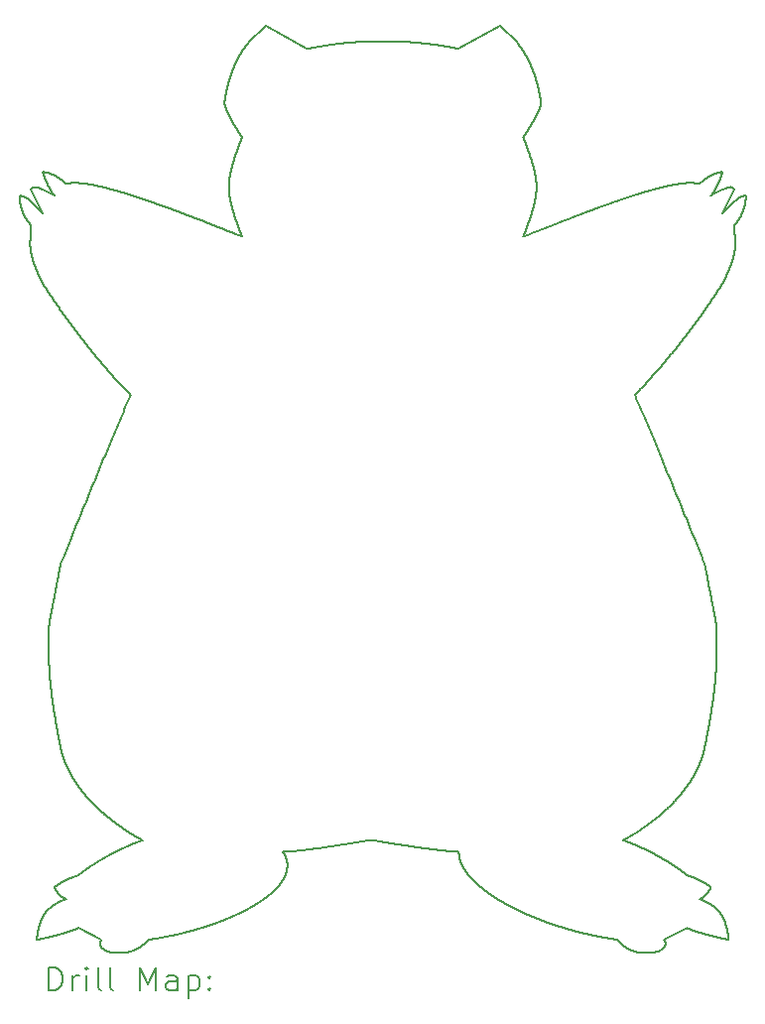
<source format=gbr>
%TF.GenerationSoftware,KiCad,Pcbnew,9.0.2*%
%TF.CreationDate,2025-06-21T22:02:29+02:00*%
%TF.ProjectId,Keychain,4b657963-6861-4696-9e2e-6b696361645f,rev?*%
%TF.SameCoordinates,Original*%
%TF.FileFunction,Drillmap*%
%TF.FilePolarity,Positive*%
%FSLAX45Y45*%
G04 Gerber Fmt 4.5, Leading zero omitted, Abs format (unit mm)*
G04 Created by KiCad (PCBNEW 9.0.2) date 2025-06-21 22:02:29*
%MOMM*%
%LPD*%
G01*
G04 APERTURE LIST*
%ADD10C,0.200000*%
G04 APERTURE END LIST*
D10*
X19600000Y-12600000D02*
X19599520Y-12602379D01*
X19599032Y-12604757D01*
X19598536Y-12607136D01*
X19598032Y-12609515D01*
X19597519Y-12611894D01*
X19596999Y-12614273D01*
X19596470Y-12616652D01*
X19595933Y-12619031D01*
X19595387Y-12621410D01*
X19594834Y-12623790D01*
X19594272Y-12626169D01*
X19593702Y-12628548D01*
X19593124Y-12630928D01*
X19592537Y-12633308D01*
X19591943Y-12635688D01*
X19591339Y-12638068D01*
X19590728Y-12640448D01*
X19590109Y-12642828D01*
X19589481Y-12645209D01*
X19588844Y-12647589D01*
X19588200Y-12649970D01*
X19587547Y-12652351D01*
X19586886Y-12654733D01*
X19586216Y-12657114D01*
X19585538Y-12659496D01*
X19584852Y-12661878D01*
X19584157Y-12664260D01*
X19583454Y-12666642D01*
X19582743Y-12669025D01*
X19582023Y-12671407D01*
X19581295Y-12673790D01*
X19580558Y-12676174D01*
X19579813Y-12678557D01*
X19579059Y-12680941D01*
X19578297Y-12683325D01*
X19577526Y-12685710D01*
X19576747Y-12688094D01*
X19575959Y-12690479D01*
X19575163Y-12692865D01*
X19574359Y-12695250D01*
X19573545Y-12697636D01*
X19572724Y-12700022D01*
X19571893Y-12702409D01*
X19571055Y-12704796D01*
X19570207Y-12707183D01*
X19569351Y-12709571D01*
X19568486Y-12711959D01*
X19567613Y-12714347D01*
X19566731Y-12716736D01*
X19565840Y-12719125D01*
X19564941Y-12721514D01*
X19564033Y-12723904D01*
X19563116Y-12726294D01*
X19562191Y-12728685D01*
X19561257Y-12731076D01*
X19560314Y-12733467D01*
X19559362Y-12735859D01*
X19558402Y-12738251D01*
X19557433Y-12740643D01*
X19556455Y-12743036D01*
X19555468Y-12745430D01*
X19554473Y-12747824D01*
X19553468Y-12750218D01*
X19552455Y-12752613D01*
X19551433Y-12755008D01*
X19550402Y-12757403D01*
X19549362Y-12759799D01*
X19548314Y-12762196D01*
X19547256Y-12764593D01*
X19546189Y-12766990D01*
X19545114Y-12769388D01*
X19544029Y-12771786D01*
X19542936Y-12774185D01*
X19541833Y-12776584D01*
X19540722Y-12778984D01*
X19539601Y-12781384D01*
X19538471Y-12783785D01*
X19537333Y-12786186D01*
X19536185Y-12788588D01*
X19535028Y-12790990D01*
X19533862Y-12793392D01*
X19532687Y-12795795D01*
X19531503Y-12798199D01*
X19530310Y-12800603D01*
X19529107Y-12803008D01*
X19527895Y-12805413D01*
X19526675Y-12807818D01*
X19525444Y-12810225D01*
X19524205Y-12812631D01*
X19522957Y-12815038D01*
X19521699Y-12817446D01*
X19520432Y-12819854D01*
X19519155Y-12822263D01*
X19517869Y-12824672D01*
X19516574Y-12827081D01*
X19515270Y-12829492D01*
X19513956Y-12831902D01*
X19512633Y-12834314D01*
X19511300Y-12836725D01*
X19509958Y-12839137D01*
X19508607Y-12841550D01*
X19507246Y-12843964D01*
X19505876Y-12846377D01*
X19504496Y-12848792D01*
X19503107Y-12851206D01*
X19501708Y-12853622D01*
X19500299Y-12856038D01*
X19498882Y-12858454D01*
X19497454Y-12860871D01*
X19496017Y-12863288D01*
X19494570Y-12865706D01*
X19493114Y-12868124D01*
X19491648Y-12870543D01*
X19490173Y-12872963D01*
X19488688Y-12875383D01*
X19487193Y-12877803D01*
X19485688Y-12880224D01*
X19484174Y-12882645D01*
X19482650Y-12885067D01*
X19481116Y-12887490D01*
X19479573Y-12889912D01*
X19478019Y-12892336D01*
X19476456Y-12894760D01*
X19474883Y-12897184D01*
X19473300Y-12899609D01*
X19471708Y-12902034D01*
X19470105Y-12904460D01*
X19468493Y-12906886D01*
X19466871Y-12909312D01*
X19465239Y-12911740D01*
X19463597Y-12914167D01*
X19461944Y-12916595D01*
X19460282Y-12919024D01*
X19458610Y-12921452D01*
X19456929Y-12923882D01*
X19455237Y-12926312D01*
X19453534Y-12928742D01*
X19451822Y-12931172D01*
X19450100Y-12933603D01*
X19448368Y-12936035D01*
X19446626Y-12938467D01*
X19444873Y-12940899D01*
X19443111Y-12943331D01*
X19441338Y-12945764D01*
X19439555Y-12948198D01*
X19437762Y-12950631D01*
X19435959Y-12953065D01*
X19434146Y-12955500D01*
X19432322Y-12957934D01*
X19430488Y-12960370D01*
X19428644Y-12962805D01*
X19426790Y-12965241D01*
X19424925Y-12967677D01*
X19423050Y-12970113D01*
X19421165Y-12972550D01*
X19419270Y-12974987D01*
X19417364Y-12977424D01*
X19415448Y-12979861D01*
X19413521Y-12982299D01*
X19411584Y-12984737D01*
X19409637Y-12987175D01*
X19407679Y-12989613D01*
X19405711Y-12992052D01*
X19403733Y-12994491D01*
X19401744Y-12996930D01*
X19399744Y-12999369D01*
X19397734Y-13001808D01*
X19395714Y-13004248D01*
X19393683Y-13006687D01*
X19391642Y-13009127D01*
X19389590Y-13011567D01*
X19387528Y-13014007D01*
X19385455Y-13016447D01*
X19383372Y-13018887D01*
X19381278Y-13021327D01*
X19379173Y-13023767D01*
X19377058Y-13026208D01*
X19374932Y-13028648D01*
X19372796Y-13031088D01*
X19370649Y-13033528D01*
X19368492Y-13035968D01*
X19366324Y-13038409D01*
X19364145Y-13040849D01*
X19361956Y-13043289D01*
X19359756Y-13045729D01*
X19357545Y-13048168D01*
X19355324Y-13050608D01*
X19353092Y-13053047D01*
X19350850Y-13055487D01*
X19348596Y-13057926D01*
X19346332Y-13060365D01*
X19344058Y-13062803D01*
X19341773Y-13065242D01*
X19339477Y-13067680D01*
X19337170Y-13070118D01*
X19334853Y-13072555D01*
X19332525Y-13074992D01*
X19330186Y-13077429D01*
X19327837Y-13079866D01*
X19325477Y-13082302D01*
X19323106Y-13084737D01*
X19320724Y-13087173D01*
X19318332Y-13089607D01*
X19315929Y-13092041D01*
X19313516Y-13094475D01*
X19311091Y-13096908D01*
X19308656Y-13099341D01*
X19306211Y-13101773D01*
X19303755Y-13104204D01*
X19301288Y-13106634D01*
X19298810Y-13109064D01*
X19296322Y-13111494D01*
X19293823Y-13113922D01*
X19291313Y-13116350D01*
X19288793Y-13118777D01*
X19286262Y-13121203D01*
X19283720Y-13123628D01*
X19281168Y-13126052D01*
X19278605Y-13128475D01*
X19276032Y-13130898D01*
X19273448Y-13133319D01*
X19270854Y-13135739D01*
X19268249Y-13138159D01*
X19265633Y-13140577D01*
X19263007Y-13142994D01*
X19260371Y-13145409D01*
X19257724Y-13147824D01*
X19255066Y-13150237D01*
X19252398Y-13152649D01*
X19249720Y-13155060D01*
X19247032Y-13157469D01*
X19244332Y-13159877D01*
X19241623Y-13162283D01*
X19238903Y-13164688D01*
X19236173Y-13167092D01*
X19233433Y-13169493D01*
X19230683Y-13171894D01*
X19227922Y-13174292D01*
X19225151Y-13176689D01*
X19222371Y-13179083D01*
X19219580Y-13181476D01*
X19216779Y-13183868D01*
X19213968Y-13186257D01*
X19211147Y-13188644D01*
X19208316Y-13191029D01*
X19205475Y-13193412D01*
X19202624Y-13195793D01*
X19199764Y-13198172D01*
X19196894Y-13200548D01*
X19194014Y-13202922D01*
X19191125Y-13205294D01*
X19188226Y-13207663D01*
X19185317Y-13210030D01*
X19182400Y-13212394D01*
X19179472Y-13214755D01*
X19176536Y-13217114D01*
X19173590Y-13219470D01*
X19170635Y-13221823D01*
X19167671Y-13224173D01*
X19164698Y-13226520D01*
X19161716Y-13228864D01*
X19158725Y-13231205D01*
X19155725Y-13233542D01*
X19152717Y-13235876D01*
X19149700Y-13238207D01*
X19146674Y-13240535D01*
X19143640Y-13242858D01*
X19140598Y-13245178D01*
X19137548Y-13247495D01*
X19134490Y-13249807D01*
X19131423Y-13252116D01*
X19128349Y-13254420D01*
X19125267Y-13256720D01*
X19122177Y-13259016D01*
X19119080Y-13261308D01*
X19115976Y-13263595D01*
X19112864Y-13265878D01*
X19109746Y-13268156D01*
X19106620Y-13270429D01*
X19103488Y-13272697D01*
X19100349Y-13274960D01*
X19097204Y-13277218D01*
X19094052Y-13279471D01*
X19090895Y-13281718D01*
X19087731Y-13283960D01*
X19084562Y-13286196D01*
X19081388Y-13288426D01*
X19078208Y-13290650D01*
X19075023Y-13292867D01*
X19071834Y-13295079D01*
X19068640Y-13297284D01*
X19065442Y-13299482D01*
X19062239Y-13301673D01*
X19059033Y-13303857D01*
X19055823Y-13306035D01*
X19052611Y-13308204D01*
X19049395Y-13310366D01*
X19046177Y-13312520D01*
X19042956Y-13314666D01*
X19039734Y-13316804D01*
X19036510Y-13318934D01*
X19033285Y-13321054D01*
X19030059Y-13323166D01*
X19026833Y-13325268D01*
X19023607Y-13327361D01*
X19020382Y-13329444D01*
X19017157Y-13331517D01*
X19013935Y-13333579D01*
X19010714Y-13335631D01*
X19007496Y-13337672D01*
X19004281Y-13339701D01*
X19001070Y-13341719D01*
X18997863Y-13343724D01*
X18994662Y-13345717D01*
X18991466Y-13347697D01*
X18988277Y-13349663D01*
X18985096Y-13351616D01*
X18981923Y-13353554D01*
X18978759Y-13355477D01*
X18975606Y-13357385D01*
X18972463Y-13359277D01*
X18969334Y-13361152D01*
X18966217Y-13363010D01*
X18963116Y-13364850D01*
X18960031Y-13366671D01*
X18956963Y-13368473D01*
X18953915Y-13370254D01*
X18950887Y-13372014D01*
X18947883Y-13373751D01*
X18944904Y-13375465D01*
X18941952Y-13377154D01*
X18939030Y-13378818D01*
X18936140Y-13380453D01*
X18933286Y-13382060D01*
X18930470Y-13383636D01*
X18927698Y-13385179D01*
X18924973Y-13386687D01*
X18922301Y-13388157D01*
X18919687Y-13389586D01*
X18917138Y-13390971D01*
X18914663Y-13392308D01*
X18912271Y-13393590D01*
X18909976Y-13394812D01*
X18907794Y-13395966D01*
X18905747Y-13397041D01*
X18903867Y-13398020D01*
X18902204Y-13398878D01*
X18900850Y-13399570D01*
X18900000Y-13400000D01*
X13950000Y-14050000D02*
X13949185Y-14051638D01*
X13948376Y-14053283D01*
X13947572Y-14054935D01*
X13946774Y-14056595D01*
X13945981Y-14058261D01*
X13945194Y-14059934D01*
X13944412Y-14061615D01*
X13943635Y-14063302D01*
X13942864Y-14064997D01*
X13942099Y-14066699D01*
X13941339Y-14068407D01*
X13940585Y-14070123D01*
X13939837Y-14071845D01*
X13939094Y-14073575D01*
X13938357Y-14075311D01*
X13937625Y-14077054D01*
X13936900Y-14078805D01*
X13936180Y-14080562D01*
X13935466Y-14082326D01*
X13934758Y-14084096D01*
X13934055Y-14085874D01*
X13933359Y-14087658D01*
X13932668Y-14089449D01*
X13931983Y-14091247D01*
X13931305Y-14093052D01*
X13930632Y-14094863D01*
X13929966Y-14096680D01*
X13929305Y-14098505D01*
X13928651Y-14100335D01*
X13928003Y-14102173D01*
X13927360Y-14104016D01*
X13926725Y-14105866D01*
X13926095Y-14107723D01*
X13925472Y-14109585D01*
X13924855Y-14111454D01*
X13924244Y-14113329D01*
X13923640Y-14115210D01*
X13923042Y-14117097D01*
X13922451Y-14118990D01*
X13921866Y-14120889D01*
X13921287Y-14122794D01*
X13920716Y-14124704D01*
X13920150Y-14126620D01*
X13919592Y-14128542D01*
X13919040Y-14130469D01*
X13918495Y-14132401D01*
X13917957Y-14134339D01*
X13917425Y-14136282D01*
X13916901Y-14138229D01*
X13916383Y-14140182D01*
X13915872Y-14142140D01*
X13915368Y-14144102D01*
X13914872Y-14146069D01*
X13914382Y-14148040D01*
X13913900Y-14150015D01*
X13913424Y-14151995D01*
X13912956Y-14153978D01*
X13912495Y-14155965D01*
X13912042Y-14157956D01*
X13911596Y-14159950D01*
X13911157Y-14161948D01*
X13910726Y-14163948D01*
X13910302Y-14165951D01*
X13909886Y-14167956D01*
X13909477Y-14169964D01*
X13909076Y-14171974D01*
X13908683Y-14173986D01*
X13908298Y-14175999D01*
X13907920Y-14178013D01*
X13907550Y-14180028D01*
X13907189Y-14182043D01*
X13906835Y-14184059D01*
X13906490Y-14186074D01*
X13906152Y-14188089D01*
X13905823Y-14190103D01*
X13905502Y-14192115D01*
X13905189Y-14194125D01*
X13904885Y-14196133D01*
X13904589Y-14198137D01*
X13904302Y-14200138D01*
X13904023Y-14202135D01*
X13903753Y-14204127D01*
X13903491Y-14206113D01*
X13903238Y-14208093D01*
X13902995Y-14210065D01*
X13902760Y-14212029D01*
X13902534Y-14213984D01*
X13902317Y-14215929D01*
X13902109Y-14217863D01*
X13901911Y-14219784D01*
X13901722Y-14221691D01*
X13901542Y-14223582D01*
X13901372Y-14225456D01*
X13901211Y-14227311D01*
X13901060Y-14229145D01*
X13900918Y-14230955D01*
X13900786Y-14232739D01*
X13900665Y-14234494D01*
X13900553Y-14236215D01*
X13900451Y-14237899D01*
X13900360Y-14239541D01*
X13900278Y-14241135D01*
X13900207Y-14242672D01*
X13900147Y-14244145D01*
X13900097Y-14245539D01*
X13900057Y-14246837D01*
X13900028Y-14248013D01*
X13900010Y-14249023D01*
X13900001Y-14249773D01*
X13900000Y-14250000D01*
X19750000Y-7700000D02*
X19749026Y-7702909D01*
X19748050Y-7705801D01*
X19747071Y-7708675D01*
X19746090Y-7711531D01*
X19745106Y-7714370D01*
X19744120Y-7717190D01*
X19743132Y-7719993D01*
X19742142Y-7722779D01*
X19741150Y-7725546D01*
X19740155Y-7728296D01*
X19739159Y-7731027D01*
X19738160Y-7733741D01*
X19737160Y-7736438D01*
X19736158Y-7739116D01*
X19735154Y-7741776D01*
X19734148Y-7744419D01*
X19733141Y-7747044D01*
X19732131Y-7749651D01*
X19731121Y-7752239D01*
X19730109Y-7754810D01*
X19729095Y-7757363D01*
X19728080Y-7759898D01*
X19727063Y-7762415D01*
X19726046Y-7764914D01*
X19725027Y-7767395D01*
X19724007Y-7769858D01*
X19722986Y-7772302D01*
X19721963Y-7774729D01*
X19720940Y-7777137D01*
X19719916Y-7779527D01*
X19718891Y-7781899D01*
X19717866Y-7784252D01*
X19716839Y-7786588D01*
X19715812Y-7788904D01*
X19714785Y-7791203D01*
X19713757Y-7793483D01*
X19712728Y-7795745D01*
X19711700Y-7797988D01*
X19710671Y-7800212D01*
X19709642Y-7802418D01*
X19708613Y-7804606D01*
X19707584Y-7806774D01*
X19706555Y-7808924D01*
X19705526Y-7811055D01*
X19704498Y-7813168D01*
X19703470Y-7815261D01*
X19702442Y-7817335D01*
X19701415Y-7819390D01*
X19700389Y-7821427D01*
X19699363Y-7823444D01*
X19698339Y-7825441D01*
X19697315Y-7827420D01*
X19696293Y-7829379D01*
X19695271Y-7831318D01*
X19694252Y-7833238D01*
X19693233Y-7835138D01*
X19692216Y-7837019D01*
X19691201Y-7838880D01*
X19690188Y-7840720D01*
X19689177Y-7842541D01*
X19688168Y-7844341D01*
X19687161Y-7846121D01*
X19686157Y-7847881D01*
X19685156Y-7849620D01*
X19684157Y-7851339D01*
X19683161Y-7853036D01*
X19682168Y-7854713D01*
X19681179Y-7856369D01*
X19680193Y-7858003D01*
X19679211Y-7859616D01*
X19678233Y-7861207D01*
X19677259Y-7862776D01*
X19676289Y-7864323D01*
X19675324Y-7865848D01*
X19674364Y-7867351D01*
X19673409Y-7868831D01*
X19672460Y-7870287D01*
X19671517Y-7871721D01*
X19670579Y-7873131D01*
X19669648Y-7874517D01*
X19668724Y-7875879D01*
X19667807Y-7877217D01*
X19666897Y-7878529D01*
X19665996Y-7879817D01*
X19665103Y-7881078D01*
X19664219Y-7882313D01*
X19663344Y-7883522D01*
X19662480Y-7884703D01*
X19661626Y-7885856D01*
X19660785Y-7886980D01*
X19659955Y-7888075D01*
X19659139Y-7889140D01*
X19658336Y-7890174D01*
X19657550Y-7891175D01*
X19656779Y-7892143D01*
X19656027Y-7893076D01*
X19655294Y-7893973D01*
X19654583Y-7894831D01*
X19653896Y-7895648D01*
X19653235Y-7896422D01*
X19652605Y-7897149D01*
X19652010Y-7897825D01*
X19651457Y-7898443D01*
X19650953Y-7898994D01*
X19650516Y-7899464D01*
X19650171Y-7899825D01*
X19650000Y-7900000D01*
X14250000Y-13700000D02*
X14252621Y-13697908D01*
X14255254Y-13695817D01*
X14257899Y-13693726D01*
X14260557Y-13691636D01*
X14263226Y-13689547D01*
X14265908Y-13687458D01*
X14268602Y-13685370D01*
X14271308Y-13683283D01*
X14274026Y-13681196D01*
X14276756Y-13679110D01*
X14279498Y-13677025D01*
X14282253Y-13674941D01*
X14285020Y-13672857D01*
X14287799Y-13670774D01*
X14290590Y-13668692D01*
X14293394Y-13666611D01*
X14296209Y-13664531D01*
X14299037Y-13662451D01*
X14301877Y-13660373D01*
X14304729Y-13658295D01*
X14307594Y-13656219D01*
X14310471Y-13654143D01*
X14313360Y-13652068D01*
X14316261Y-13649995D01*
X14319174Y-13647923D01*
X14322100Y-13645851D01*
X14325038Y-13643781D01*
X14327988Y-13641712D01*
X14330950Y-13639644D01*
X14333925Y-13637577D01*
X14336912Y-13635512D01*
X14339911Y-13633448D01*
X14342922Y-13631385D01*
X14345945Y-13629323D01*
X14348980Y-13627263D01*
X14352028Y-13625205D01*
X14355088Y-13623147D01*
X14358160Y-13621091D01*
X14361244Y-13619037D01*
X14364340Y-13616984D01*
X14367448Y-13614933D01*
X14370568Y-13612883D01*
X14373701Y-13610835D01*
X14376845Y-13608788D01*
X14380002Y-13606743D01*
X14383170Y-13604700D01*
X14386351Y-13602659D01*
X14389543Y-13600620D01*
X14392747Y-13598582D01*
X14395963Y-13596546D01*
X14399191Y-13594512D01*
X14402431Y-13592481D01*
X14405683Y-13590451D01*
X14408946Y-13588423D01*
X14412222Y-13586397D01*
X14415509Y-13584374D01*
X14418807Y-13582352D01*
X14422117Y-13580333D01*
X14425439Y-13578316D01*
X14428772Y-13576302D01*
X14432117Y-13574290D01*
X14435473Y-13572280D01*
X14438841Y-13570273D01*
X14442220Y-13568268D01*
X14445610Y-13566266D01*
X14449012Y-13564266D01*
X14452424Y-13562269D01*
X14455848Y-13560275D01*
X14459283Y-13558284D01*
X14462729Y-13556295D01*
X14466185Y-13554310D01*
X14469653Y-13552327D01*
X14473131Y-13550348D01*
X14476620Y-13548371D01*
X14480120Y-13546398D01*
X14483630Y-13544428D01*
X14487150Y-13542461D01*
X14490681Y-13540497D01*
X14494222Y-13538537D01*
X14497773Y-13536580D01*
X14501335Y-13534627D01*
X14504906Y-13532678D01*
X14508487Y-13530732D01*
X14512078Y-13528790D01*
X14515678Y-13526852D01*
X14519288Y-13524918D01*
X14522907Y-13522988D01*
X14526536Y-13521062D01*
X14530173Y-13519140D01*
X14533820Y-13517223D01*
X14537475Y-13515309D01*
X14541139Y-13513401D01*
X14544811Y-13511496D01*
X14548492Y-13509597D01*
X14552181Y-13507702D01*
X14555878Y-13505812D01*
X14559583Y-13503927D01*
X14563295Y-13502047D01*
X14567015Y-13500172D01*
X14570742Y-13498303D01*
X14574475Y-13496439D01*
X14578216Y-13494580D01*
X14581963Y-13492727D01*
X14585717Y-13490880D01*
X14589476Y-13489038D01*
X14593242Y-13487203D01*
X14597013Y-13485374D01*
X14600789Y-13483551D01*
X14604570Y-13481734D01*
X14608356Y-13479924D01*
X14612146Y-13478121D01*
X14615940Y-13476325D01*
X14619737Y-13474536D01*
X14623538Y-13472754D01*
X14627342Y-13470979D01*
X14631149Y-13469212D01*
X14634957Y-13467452D01*
X14638768Y-13465701D01*
X14642579Y-13463958D01*
X14646392Y-13462223D01*
X14650204Y-13460497D01*
X14654017Y-13458779D01*
X14657828Y-13457071D01*
X14661639Y-13455372D01*
X14665447Y-13453682D01*
X14669253Y-13452002D01*
X14673056Y-13450332D01*
X14676855Y-13448673D01*
X14680649Y-13447024D01*
X14684438Y-13445386D01*
X14688221Y-13443759D01*
X14691996Y-13442144D01*
X14695764Y-13440541D01*
X14699523Y-13438950D01*
X14703272Y-13437372D01*
X14707010Y-13435807D01*
X14710736Y-13434256D01*
X14714449Y-13432719D01*
X14718147Y-13431197D01*
X14721829Y-13429689D01*
X14725493Y-13428198D01*
X14729138Y-13426722D01*
X14732762Y-13425264D01*
X14736363Y-13423823D01*
X14739940Y-13422400D01*
X14743489Y-13420997D01*
X14747009Y-13419614D01*
X14750496Y-13418252D01*
X14753949Y-13416912D01*
X14757363Y-13415595D01*
X14760734Y-13414303D01*
X14764060Y-13413037D01*
X14767335Y-13411798D01*
X14770554Y-13410589D01*
X14773710Y-13409411D01*
X14776798Y-13408268D01*
X14779808Y-13407161D01*
X14782732Y-13406094D01*
X14785556Y-13405071D01*
X14788265Y-13404098D01*
X14790841Y-13403180D01*
X14793257Y-13402327D01*
X14795474Y-13401552D01*
X14797433Y-13400874D01*
X14799024Y-13400330D01*
X14800000Y-13400000D01*
X15650000Y-8250000D02*
X15640478Y-8246192D01*
X15630977Y-8242395D01*
X15621696Y-8238688D01*
X15612435Y-8234991D01*
X15603377Y-8231378D01*
X15594339Y-8227774D01*
X15585490Y-8224248D01*
X15576660Y-8220732D01*
X15568007Y-8217289D01*
X15559373Y-8213855D01*
X15550904Y-8210489D01*
X15542454Y-8207133D01*
X15534160Y-8203840D01*
X15525884Y-8200558D01*
X15517754Y-8197335D01*
X15509643Y-8194122D01*
X15501670Y-8190966D01*
X15493714Y-8187819D01*
X15485890Y-8184726D01*
X15478083Y-8181642D01*
X15470402Y-8178609D01*
X15462736Y-8175586D01*
X15455190Y-8172611D01*
X15447660Y-8169645D01*
X15440244Y-8166726D01*
X15432843Y-8163816D01*
X15425552Y-8160950D01*
X15418275Y-8158092D01*
X15411103Y-8155278D01*
X15403946Y-8152472D01*
X15396888Y-8149707D01*
X15389846Y-8146950D01*
X15382899Y-8144232D01*
X15375967Y-8141523D01*
X15369127Y-8138851D01*
X15362301Y-8136188D01*
X15355564Y-8133561D01*
X15348841Y-8130942D01*
X15342204Y-8128358D01*
X15335580Y-8125782D01*
X15329039Y-8123240D01*
X15322511Y-8120705D01*
X15316063Y-8118204D01*
X15309628Y-8115710D01*
X15303270Y-8113248D01*
X15296926Y-8110793D01*
X15290656Y-8108369D01*
X15284398Y-8105952D01*
X15278213Y-8103565D01*
X15272041Y-8101185D01*
X15265939Y-8098835D01*
X15259849Y-8096491D01*
X15253827Y-8094176D01*
X15247817Y-8091868D01*
X15241873Y-8089587D01*
X15235941Y-8087313D01*
X15230074Y-8085065D01*
X15224218Y-8082824D01*
X15218425Y-8080610D01*
X15212643Y-8078402D01*
X15206922Y-8076219D01*
X15201212Y-8074043D01*
X15195562Y-8071891D01*
X15189923Y-8069746D01*
X15184341Y-8067625D01*
X15178771Y-8065510D01*
X15173256Y-8063419D01*
X15167753Y-8061334D01*
X15162304Y-8059272D01*
X15156867Y-8057216D01*
X15151483Y-8055183D01*
X15146109Y-8053156D01*
X15140788Y-8051150D01*
X15135477Y-8049151D01*
X15130217Y-8047173D01*
X15124967Y-8045201D01*
X15119768Y-8043250D01*
X15114578Y-8041305D01*
X15109438Y-8039381D01*
X15104307Y-8037462D01*
X15099224Y-8035563D01*
X15094151Y-8033671D01*
X15089125Y-8031797D01*
X15084109Y-8029930D01*
X15079138Y-8028082D01*
X15074177Y-8026239D01*
X15069261Y-8024415D01*
X15064354Y-8022597D01*
X15059491Y-8020797D01*
X15054638Y-8019004D01*
X15049828Y-8017227D01*
X15045027Y-8015457D01*
X15040268Y-8013704D01*
X15035519Y-8011957D01*
X15030810Y-8010227D01*
X15026111Y-8008503D01*
X15021452Y-8006796D01*
X15016803Y-8005094D01*
X15012193Y-8003409D01*
X15007593Y-8001729D01*
X15003031Y-8000065D01*
X14998478Y-7998408D01*
X14993963Y-7996766D01*
X14989458Y-7995129D01*
X14984990Y-7993508D01*
X14980530Y-7991893D01*
X14976108Y-7990293D01*
X14971694Y-7988698D01*
X14967316Y-7987119D01*
X14962948Y-7985545D01*
X14958614Y-7983985D01*
X14954290Y-7982431D01*
X14950000Y-7980892D01*
X14945718Y-7979358D01*
X14941471Y-7977838D01*
X14937233Y-7976323D01*
X14933028Y-7974823D01*
X14928832Y-7973328D01*
X14924669Y-7971846D01*
X14920514Y-7970370D01*
X14916392Y-7968908D01*
X14912278Y-7967450D01*
X14908196Y-7966006D01*
X14904122Y-7964568D01*
X14900080Y-7963142D01*
X14896047Y-7961721D01*
X14892044Y-7960314D01*
X14888049Y-7958911D01*
X14884085Y-7957522D01*
X14880129Y-7956137D01*
X14876203Y-7954765D01*
X14872285Y-7953398D01*
X14868397Y-7952043D01*
X14864516Y-7950693D01*
X14860665Y-7949356D01*
X14856822Y-7948023D01*
X14853007Y-7946703D01*
X14849201Y-7945387D01*
X14845422Y-7944083D01*
X14841652Y-7942784D01*
X14837909Y-7941497D01*
X14834174Y-7940214D01*
X14830466Y-7938943D01*
X14826766Y-7937677D01*
X14823094Y-7936422D01*
X14819429Y-7935172D01*
X14815790Y-7933933D01*
X14812159Y-7932699D01*
X14808555Y-7931476D01*
X14804958Y-7930258D01*
X14801387Y-7929050D01*
X14797823Y-7927847D01*
X14794285Y-7926655D01*
X14790755Y-7925468D01*
X14787249Y-7924291D01*
X14783751Y-7923119D01*
X14780279Y-7921957D01*
X14776813Y-7920800D01*
X14773372Y-7919653D01*
X14769938Y-7918510D01*
X14766528Y-7917378D01*
X14763126Y-7916250D01*
X14759748Y-7915133D01*
X14756376Y-7914020D01*
X14753029Y-7912916D01*
X14749688Y-7911818D01*
X14746371Y-7910729D01*
X14743061Y-7909644D01*
X14739774Y-7908569D01*
X14736494Y-7907498D01*
X14733236Y-7906438D01*
X14729986Y-7905381D01*
X14726758Y-7904334D01*
X14723537Y-7903291D01*
X14720338Y-7902257D01*
X14717147Y-7901228D01*
X14713977Y-7900208D01*
X14710813Y-7899192D01*
X14707672Y-7898186D01*
X14704537Y-7897183D01*
X14701424Y-7896190D01*
X14698317Y-7895200D01*
X14695232Y-7894220D01*
X14692153Y-7893244D01*
X14689095Y-7892276D01*
X14686044Y-7891313D01*
X14683013Y-7890359D01*
X14679989Y-7889408D01*
X14676986Y-7888466D01*
X14673988Y-7887528D01*
X14671012Y-7886599D01*
X14668041Y-7885674D01*
X14665091Y-7884757D01*
X14662147Y-7883844D01*
X14659222Y-7882940D01*
X14656305Y-7882039D01*
X14653406Y-7881147D01*
X14650514Y-7880258D01*
X14647641Y-7879378D01*
X14644775Y-7878502D01*
X14641928Y-7877633D01*
X14639087Y-7876769D01*
X14636264Y-7875912D01*
X14633448Y-7875060D01*
X14630651Y-7874215D01*
X14627860Y-7873374D01*
X14625087Y-7872541D01*
X14622321Y-7871712D01*
X14619572Y-7870890D01*
X14616830Y-7870072D01*
X14614106Y-7869262D01*
X14611388Y-7868456D01*
X14608688Y-7867657D01*
X14605994Y-7866862D01*
X14603317Y-7866074D01*
X14600647Y-7865290D01*
X14597994Y-7864513D01*
X14595347Y-7863740D01*
X14592717Y-7862974D01*
X14590093Y-7862212D01*
X14587486Y-7861458D01*
X14584885Y-7860706D01*
X14582302Y-7859962D01*
X14579724Y-7859222D01*
X14577162Y-7858488D01*
X14574607Y-7857759D01*
X14572068Y-7857036D01*
X14569535Y-7856317D01*
X14567018Y-7855604D01*
X14564507Y-7854895D01*
X14562012Y-7854193D01*
X14559523Y-7853495D01*
X14557050Y-7852803D01*
X14554583Y-7852115D01*
X14552132Y-7851434D01*
X14549686Y-7850756D01*
X14547256Y-7850084D01*
X14544832Y-7849416D01*
X14542423Y-7848755D01*
X14540020Y-7848097D01*
X14537632Y-7847445D01*
X14535250Y-7846797D01*
X14532883Y-7846155D01*
X14530521Y-7845517D01*
X14528175Y-7844885D01*
X14525834Y-7844257D01*
X14523508Y-7843634D01*
X14521188Y-7843016D01*
X14518882Y-7842403D01*
X14516582Y-7841793D01*
X14514297Y-7841190D01*
X14512016Y-7840590D01*
X14509751Y-7839996D01*
X14507491Y-7839406D01*
X14505245Y-7838821D01*
X14503004Y-7838240D01*
X14500778Y-7837664D01*
X14498557Y-7837092D01*
X14496350Y-7836526D01*
X14494149Y-7835963D01*
X14491961Y-7835406D01*
X14489779Y-7834852D01*
X14487610Y-7834304D01*
X14485447Y-7833759D01*
X14483297Y-7833220D01*
X14481153Y-7832684D01*
X14479022Y-7832153D01*
X14476896Y-7831626D01*
X14474784Y-7831104D01*
X14472676Y-7830586D01*
X14470583Y-7830073D01*
X14468494Y-7829563D01*
X14466418Y-7829058D01*
X14464348Y-7828557D01*
X14462290Y-7828061D01*
X14460238Y-7827568D01*
X14458198Y-7827081D01*
X14456164Y-7826596D01*
X14454142Y-7826117D01*
X14452126Y-7825641D01*
X14450122Y-7825170D01*
X14448123Y-7824703D01*
X14446136Y-7824240D01*
X14444155Y-7823781D01*
X14442186Y-7823326D01*
X14440221Y-7822875D01*
X14438270Y-7822428D01*
X14436322Y-7821985D01*
X14434388Y-7821546D01*
X14432458Y-7821111D01*
X14430540Y-7820681D01*
X14428627Y-7820253D01*
X14426726Y-7819831D01*
X14424830Y-7819411D01*
X14422946Y-7818996D01*
X14421066Y-7818584D01*
X14419198Y-7818177D01*
X14417335Y-7817773D01*
X14415484Y-7817374D01*
X14413637Y-7816977D01*
X14411802Y-7816586D01*
X14409972Y-7816197D01*
X14408153Y-7815813D01*
X14406339Y-7815431D01*
X14404536Y-7815054D01*
X14402738Y-7814681D01*
X14400951Y-7814311D01*
X14399168Y-7813945D01*
X14397397Y-7813582D01*
X14395630Y-7813223D01*
X14393875Y-7812869D01*
X14392123Y-7812517D01*
X14390383Y-7812169D01*
X14388648Y-7811824D01*
X14386923Y-7811484D01*
X14385203Y-7811146D01*
X14383493Y-7810813D01*
X14381788Y-7810482D01*
X14380094Y-7810156D01*
X14378404Y-7809832D01*
X14376725Y-7809513D01*
X14375050Y-7809196D01*
X14373385Y-7808884D01*
X14371725Y-7808574D01*
X14370075Y-7808268D01*
X14368430Y-7807966D01*
X14366795Y-7807667D01*
X14365164Y-7807371D01*
X14363544Y-7807078D01*
X14361928Y-7806789D01*
X14360322Y-7806503D01*
X14358720Y-7806221D01*
X14357128Y-7805942D01*
X14355540Y-7805666D01*
X14353963Y-7805393D01*
X14352390Y-7805123D01*
X14350826Y-7804858D01*
X14349267Y-7804594D01*
X14347718Y-7804335D01*
X14346172Y-7804078D01*
X14344637Y-7803825D01*
X14343105Y-7803575D01*
X14341583Y-7803328D01*
X14340065Y-7803084D01*
X14338557Y-7802843D01*
X14337053Y-7802605D01*
X14335558Y-7802371D01*
X14334068Y-7802139D01*
X14332587Y-7801911D01*
X14331109Y-7801686D01*
X14329641Y-7801463D01*
X14328177Y-7801244D01*
X14326723Y-7801028D01*
X14325272Y-7800814D01*
X14323831Y-7800604D01*
X14322393Y-7800397D01*
X14320964Y-7800193D01*
X14319540Y-7799991D01*
X14318124Y-7799793D01*
X14316712Y-7799597D01*
X14315310Y-7799405D01*
X14313911Y-7799215D01*
X14312521Y-7799028D01*
X14311134Y-7798844D01*
X14309757Y-7798663D01*
X14308383Y-7798485D01*
X14307018Y-7798309D01*
X14305657Y-7798137D01*
X14304304Y-7797967D01*
X14302955Y-7797800D01*
X14301615Y-7797636D01*
X14300279Y-7797474D01*
X14298951Y-7797316D01*
X14297626Y-7797159D01*
X14296311Y-7797006D01*
X14294998Y-7796856D01*
X14293694Y-7796708D01*
X14292394Y-7796563D01*
X14291102Y-7796420D01*
X14289814Y-7796281D01*
X14288534Y-7796144D01*
X14287257Y-7796009D01*
X14285989Y-7795877D01*
X14284724Y-7795748D01*
X14283468Y-7795621D01*
X14282215Y-7795497D01*
X14280970Y-7795376D01*
X14279728Y-7795257D01*
X14278494Y-7795141D01*
X14277264Y-7795027D01*
X14276042Y-7794916D01*
X14274823Y-7794807D01*
X14273612Y-7794701D01*
X14272405Y-7794597D01*
X14271205Y-7794496D01*
X14270009Y-7794398D01*
X14268820Y-7794301D01*
X14267635Y-7794208D01*
X14266457Y-7794116D01*
X14265283Y-7794027D01*
X14264116Y-7793941D01*
X14262953Y-7793857D01*
X14261797Y-7793775D01*
X14260645Y-7793696D01*
X14259500Y-7793619D01*
X14258358Y-7793545D01*
X14257224Y-7793472D01*
X14256093Y-7793403D01*
X14254969Y-7793335D01*
X14253849Y-7793270D01*
X14252735Y-7793207D01*
X14251625Y-7793147D01*
X14250523Y-7793088D01*
X14249423Y-7793032D01*
X14248331Y-7792979D01*
X14247242Y-7792927D01*
X14246159Y-7792878D01*
X14245080Y-7792831D01*
X14244009Y-7792786D01*
X14242940Y-7792744D01*
X14241878Y-7792703D01*
X14240819Y-7792665D01*
X14239767Y-7792629D01*
X14238719Y-7792596D01*
X14237677Y-7792564D01*
X14236638Y-7792535D01*
X14235606Y-7792507D01*
X14234577Y-7792482D01*
X14233555Y-7792459D01*
X14232536Y-7792438D01*
X14231523Y-7792419D01*
X14230514Y-7792403D01*
X14229511Y-7792388D01*
X14228511Y-7792375D01*
X14227518Y-7792365D01*
X14226528Y-7792356D01*
X14225544Y-7792350D01*
X14224563Y-7792346D01*
X14223589Y-7792343D01*
X14222617Y-7792343D01*
X14221652Y-7792345D01*
X14220690Y-7792348D01*
X14219734Y-7792354D01*
X14218781Y-7792361D01*
X14217835Y-7792371D01*
X14216891Y-7792383D01*
X14215954Y-7792396D01*
X14215019Y-7792411D01*
X14214090Y-7792429D01*
X14213165Y-7792448D01*
X14212245Y-7792469D01*
X14211329Y-7792492D01*
X14210418Y-7792517D01*
X14209510Y-7792544D01*
X14208608Y-7792573D01*
X14207709Y-7792603D01*
X14206816Y-7792636D01*
X14205926Y-7792670D01*
X14205041Y-7792706D01*
X14204160Y-7792744D01*
X14203284Y-7792784D01*
X14202411Y-7792826D01*
X14201544Y-7792869D01*
X14200679Y-7792914D01*
X14199820Y-7792961D01*
X14198964Y-7793010D01*
X14198114Y-7793060D01*
X14197266Y-7793113D01*
X14196424Y-7793167D01*
X14195585Y-7793222D01*
X14194751Y-7793280D01*
X14193920Y-7793339D01*
X14193094Y-7793400D01*
X14192271Y-7793463D01*
X14191453Y-7793527D01*
X14190639Y-7793593D01*
X14189829Y-7793661D01*
X14189022Y-7793730D01*
X14188221Y-7793801D01*
X14187422Y-7793874D01*
X14186628Y-7793948D01*
X14185837Y-7794024D01*
X14185052Y-7794102D01*
X14184268Y-7794181D01*
X14183490Y-7794262D01*
X14182715Y-7794344D01*
X14181945Y-7794428D01*
X14181177Y-7794514D01*
X14180415Y-7794601D01*
X14179655Y-7794690D01*
X14178900Y-7794781D01*
X14178147Y-7794873D01*
X14177400Y-7794966D01*
X14176655Y-7795061D01*
X14175915Y-7795158D01*
X14175178Y-7795256D01*
X14174445Y-7795356D01*
X14173715Y-7795457D01*
X14172990Y-7795560D01*
X14172267Y-7795664D01*
X14171549Y-7795770D01*
X14170834Y-7795877D01*
X14170123Y-7795986D01*
X14169415Y-7796096D01*
X14168711Y-7796208D01*
X14168010Y-7796321D01*
X14167314Y-7796435D01*
X14166619Y-7796551D01*
X14165930Y-7796669D01*
X14165243Y-7796788D01*
X14164561Y-7796908D01*
X14163881Y-7797030D01*
X14163205Y-7797153D01*
X14162532Y-7797278D01*
X14161863Y-7797403D01*
X14161197Y-7797531D01*
X14160535Y-7797660D01*
X14159876Y-7797790D01*
X14159220Y-7797921D01*
X14158568Y-7798054D01*
X14157919Y-7798188D01*
X14157273Y-7798324D01*
X14156631Y-7798461D01*
X14155992Y-7798599D01*
X14155357Y-7798739D01*
X14154724Y-7798880D01*
X14154095Y-7799022D01*
X14153468Y-7799166D01*
X14152846Y-7799311D01*
X14152226Y-7799457D01*
X14151610Y-7799605D01*
X14150997Y-7799754D01*
X14150000Y-7800000D01*
X14250000Y-14150000D02*
X14450000Y-14250000D01*
X14050000Y-7900000D02*
X13950000Y-7850000D01*
X19550000Y-13900000D02*
X19550432Y-13900146D01*
X19550963Y-13900330D01*
X19551697Y-13900586D01*
X19552627Y-13900915D01*
X19553749Y-13901318D01*
X19555056Y-13901794D01*
X19556543Y-13902344D01*
X19557352Y-13902646D01*
X19558204Y-13902966D01*
X19559098Y-13903305D01*
X19560033Y-13903662D01*
X19561008Y-13904037D01*
X19562024Y-13904431D01*
X19563079Y-13904843D01*
X19564172Y-13905273D01*
X19565304Y-13905722D01*
X19566472Y-13906189D01*
X19567676Y-13906674D01*
X19568916Y-13907178D01*
X19570191Y-13907700D01*
X19571501Y-13908240D01*
X19572843Y-13908798D01*
X19574219Y-13909375D01*
X19575626Y-13909970D01*
X19577065Y-13910583D01*
X19578535Y-13911215D01*
X19580034Y-13911865D01*
X19581562Y-13912534D01*
X19583119Y-13913220D01*
X19584704Y-13913925D01*
X19586316Y-13914648D01*
X19587954Y-13915390D01*
X19589618Y-13916150D01*
X19591306Y-13916928D01*
X19593019Y-13917725D01*
X19594755Y-13918539D01*
X19596514Y-13919373D01*
X19598295Y-13920224D01*
X19600098Y-13921094D01*
X19601921Y-13921982D01*
X19603763Y-13922888D01*
X19604692Y-13923348D01*
X19605625Y-13923813D01*
X19606563Y-13924282D01*
X19607506Y-13924756D01*
X19608453Y-13925234D01*
X19609404Y-13925717D01*
X19610360Y-13926205D01*
X19611319Y-13926697D01*
X19612283Y-13927193D01*
X19613251Y-13927695D01*
X19614222Y-13928200D01*
X19615198Y-13928711D01*
X19616177Y-13929226D01*
X19617160Y-13929745D01*
X19618146Y-13930270D01*
X19619136Y-13930798D01*
X19620129Y-13931332D01*
X19621125Y-13931869D01*
X19622125Y-13932412D01*
X19623128Y-13932959D01*
X19624134Y-13933511D01*
X19625142Y-13934067D01*
X19626154Y-13934627D01*
X19627168Y-13935193D01*
X19628185Y-13935763D01*
X19629204Y-13936337D01*
X19630226Y-13936916D01*
X19631250Y-13937500D01*
X19632277Y-13938088D01*
X19633305Y-13938681D01*
X19634336Y-13939278D01*
X19635369Y-13939880D01*
X19636404Y-13940487D01*
X19637440Y-13941098D01*
X19638479Y-13941714D01*
X19639519Y-13942334D01*
X19640560Y-13942959D01*
X19641603Y-13943588D01*
X19642648Y-13944222D01*
X19643694Y-13944861D01*
X19644741Y-13945504D01*
X19645789Y-13946152D01*
X19646838Y-13946804D01*
X19647888Y-13947461D01*
X19648939Y-13948122D01*
X19649991Y-13948788D01*
X19651043Y-13949459D01*
X19652096Y-13950134D01*
X19653150Y-13950814D01*
X19654204Y-13951498D01*
X19655258Y-13952187D01*
X19656313Y-13952881D01*
X19657367Y-13953579D01*
X19658422Y-13954282D01*
X19659477Y-13954989D01*
X19660531Y-13955701D01*
X19661585Y-13956417D01*
X19662639Y-13957138D01*
X19663693Y-13957864D01*
X19664746Y-13958594D01*
X19665799Y-13959328D01*
X19666851Y-13960068D01*
X19667902Y-13960812D01*
X19668952Y-13961560D01*
X19670001Y-13962313D01*
X19671050Y-13963071D01*
X19672097Y-13963833D01*
X19673143Y-13964600D01*
X19674188Y-13965371D01*
X19675231Y-13966147D01*
X19676273Y-13966927D01*
X19677313Y-13967712D01*
X19678352Y-13968502D01*
X19679389Y-13969296D01*
X19680424Y-13970095D01*
X19681458Y-13970898D01*
X19682489Y-13971706D01*
X19683518Y-13972519D01*
X19684545Y-13973336D01*
X19685570Y-13974158D01*
X19686592Y-13974984D01*
X19687612Y-13975815D01*
X19688629Y-13976650D01*
X19689644Y-13977490D01*
X19690656Y-13978335D01*
X19691665Y-13979184D01*
X19692671Y-13980038D01*
X19693675Y-13980896D01*
X19694675Y-13981759D01*
X19695672Y-13982626D01*
X19696666Y-13983498D01*
X19697656Y-13984375D01*
X19698643Y-13985256D01*
X19699627Y-13986142D01*
X19700607Y-13987032D01*
X19701583Y-13987927D01*
X19702555Y-13988827D01*
X19703524Y-13989731D01*
X19704488Y-13990639D01*
X19705449Y-13991553D01*
X19706405Y-13992471D01*
X19707357Y-13993393D01*
X19708305Y-13994320D01*
X19709249Y-13995251D01*
X19710187Y-13996188D01*
X19711122Y-13997128D01*
X19712051Y-13998074D01*
X19712976Y-13999023D01*
X19713896Y-13999978D01*
X19714811Y-14000937D01*
X19715721Y-14001900D01*
X19716626Y-14002869D01*
X19717525Y-14003841D01*
X19718420Y-14004819D01*
X19719309Y-14005801D01*
X19720192Y-14006787D01*
X19721070Y-14007778D01*
X19721942Y-14008774D01*
X19722808Y-14009774D01*
X19723669Y-14010779D01*
X19724524Y-14011788D01*
X19725372Y-14012802D01*
X19726215Y-14013821D01*
X19727051Y-14014844D01*
X19727881Y-14015871D01*
X19728704Y-14016904D01*
X19729521Y-14017940D01*
X19729928Y-14018461D01*
X19730332Y-14018982D01*
X19730735Y-14019504D01*
X19731136Y-14020028D01*
X19731535Y-14020553D01*
X19731933Y-14021078D01*
X19732329Y-14021605D01*
X19732723Y-14022134D01*
X19733116Y-14022663D01*
X19733507Y-14023193D01*
X19733896Y-14023725D01*
X19734283Y-14024258D01*
X19734669Y-14024791D01*
X19735053Y-14025326D01*
X19735434Y-14025863D01*
X19735815Y-14026400D01*
X19736193Y-14026938D01*
X19736569Y-14027478D01*
X19736944Y-14028019D01*
X19737317Y-14028561D01*
X19737688Y-14029104D01*
X19738057Y-14029648D01*
X19738424Y-14030193D01*
X19738789Y-14030740D01*
X19739153Y-14031287D01*
X19739514Y-14031836D01*
X19739874Y-14032386D01*
X19740231Y-14032937D01*
X19740587Y-14033489D01*
X19740941Y-14034042D01*
X19741292Y-14034597D01*
X19741642Y-14035152D01*
X19741990Y-14035709D01*
X19742335Y-14036267D01*
X19742679Y-14036826D01*
X19743021Y-14037386D01*
X19743360Y-14037948D01*
X19743698Y-14038510D01*
X19744033Y-14039074D01*
X19744367Y-14039638D01*
X19744698Y-14040204D01*
X19745027Y-14040771D01*
X19745354Y-14041340D01*
X19745679Y-14041909D01*
X19746002Y-14042479D01*
X19746323Y-14043051D01*
X19746641Y-14043624D01*
X19746958Y-14044198D01*
X19747272Y-14044773D01*
X19747584Y-14045349D01*
X19747894Y-14045926D01*
X19748201Y-14046505D01*
X19748507Y-14047085D01*
X19748810Y-14047665D01*
X19749111Y-14048247D01*
X19749410Y-14048830D01*
X19749706Y-14049415D01*
X19750000Y-14050000D01*
X14500000Y-14350000D02*
X14500994Y-14350247D01*
X14501986Y-14350492D01*
X14502977Y-14350735D01*
X14503966Y-14350975D01*
X14504955Y-14351213D01*
X14505941Y-14351448D01*
X14506926Y-14351681D01*
X14507910Y-14351912D01*
X14508892Y-14352140D01*
X14509872Y-14352366D01*
X14510852Y-14352589D01*
X14511829Y-14352810D01*
X14512806Y-14353029D01*
X14513780Y-14353245D01*
X14514754Y-14353459D01*
X14515726Y-14353670D01*
X14516697Y-14353880D01*
X14517666Y-14354086D01*
X14518633Y-14354291D01*
X14519600Y-14354493D01*
X14520565Y-14354693D01*
X14521528Y-14354890D01*
X14522490Y-14355085D01*
X14523451Y-14355278D01*
X14524410Y-14355469D01*
X14525368Y-14355657D01*
X14526324Y-14355843D01*
X14527279Y-14356026D01*
X14528233Y-14356208D01*
X14529185Y-14356387D01*
X14530136Y-14356563D01*
X14531086Y-14356738D01*
X14532034Y-14356910D01*
X14532980Y-14357080D01*
X14533926Y-14357247D01*
X14534870Y-14357413D01*
X14535813Y-14357576D01*
X14536754Y-14357736D01*
X14537694Y-14357895D01*
X14538632Y-14358051D01*
X14539570Y-14358205D01*
X14540505Y-14358357D01*
X14541440Y-14358506D01*
X14542373Y-14358654D01*
X14543305Y-14358799D01*
X14544235Y-14358941D01*
X14545164Y-14359082D01*
X14546092Y-14359220D01*
X14547019Y-14359357D01*
X14547944Y-14359490D01*
X14548868Y-14359622D01*
X14549790Y-14359752D01*
X14550711Y-14359879D01*
X14551631Y-14360004D01*
X14552550Y-14360127D01*
X14553467Y-14360248D01*
X14554383Y-14360366D01*
X14555298Y-14360483D01*
X14556211Y-14360597D01*
X14557123Y-14360709D01*
X14558034Y-14360819D01*
X14558943Y-14360926D01*
X14559852Y-14361032D01*
X14560758Y-14361135D01*
X14561664Y-14361236D01*
X14562568Y-14361335D01*
X14563472Y-14361432D01*
X14564373Y-14361527D01*
X14565274Y-14361620D01*
X14566173Y-14361710D01*
X14567071Y-14361799D01*
X14567968Y-14361885D01*
X14568864Y-14361969D01*
X14569758Y-14362051D01*
X14570651Y-14362131D01*
X14571543Y-14362208D01*
X14572433Y-14362284D01*
X14573323Y-14362358D01*
X14574211Y-14362429D01*
X14575098Y-14362498D01*
X14575983Y-14362565D01*
X14576868Y-14362631D01*
X14577751Y-14362694D01*
X14578633Y-14362754D01*
X14579514Y-14362813D01*
X14580393Y-14362870D01*
X14581272Y-14362925D01*
X14582149Y-14362977D01*
X14583025Y-14363028D01*
X14583899Y-14363076D01*
X14584773Y-14363123D01*
X14585645Y-14363167D01*
X14587386Y-14363250D01*
X14589123Y-14363324D01*
X14590854Y-14363390D01*
X14592581Y-14363448D01*
X14594304Y-14363498D01*
X14596022Y-14363539D01*
X14597735Y-14363573D01*
X14599443Y-14363598D01*
X14601147Y-14363616D01*
X14602847Y-14363625D01*
X14604542Y-14363627D01*
X14606232Y-14363620D01*
X14607918Y-14363606D01*
X14609600Y-14363583D01*
X14611277Y-14363553D01*
X14612950Y-14363514D01*
X14614619Y-14363468D01*
X14616283Y-14363414D01*
X14617943Y-14363352D01*
X14619598Y-14363283D01*
X14621250Y-14363205D01*
X14622897Y-14363120D01*
X14624540Y-14363027D01*
X14626179Y-14362926D01*
X14627813Y-14362817D01*
X14629444Y-14362701D01*
X14631070Y-14362577D01*
X14632692Y-14362445D01*
X14634311Y-14362306D01*
X14635925Y-14362159D01*
X14637535Y-14362004D01*
X14639142Y-14361842D01*
X14640744Y-14361672D01*
X14642342Y-14361494D01*
X14643937Y-14361309D01*
X14645528Y-14361117D01*
X14647114Y-14360916D01*
X14648697Y-14360708D01*
X14650277Y-14360493D01*
X14651852Y-14360270D01*
X14653424Y-14360040D01*
X14654992Y-14359802D01*
X14656556Y-14359556D01*
X14658116Y-14359303D01*
X14659673Y-14359043D01*
X14661227Y-14358775D01*
X14662776Y-14358499D01*
X14664323Y-14358216D01*
X14665865Y-14357926D01*
X14667404Y-14357628D01*
X14668940Y-14357323D01*
X14670472Y-14357010D01*
X14672001Y-14356690D01*
X14673526Y-14356362D01*
X14675048Y-14356027D01*
X14676566Y-14355685D01*
X14678081Y-14355335D01*
X14679593Y-14354978D01*
X14681101Y-14354613D01*
X14682607Y-14354241D01*
X14684109Y-14353861D01*
X14685607Y-14353474D01*
X14687103Y-14353080D01*
X14688595Y-14352678D01*
X14690084Y-14352269D01*
X14691570Y-14351852D01*
X14693053Y-14351428D01*
X14694533Y-14350997D01*
X14696010Y-14350558D01*
X14697484Y-14350112D01*
X14698955Y-14349658D01*
X14700423Y-14349197D01*
X14701888Y-14348728D01*
X14703350Y-14348252D01*
X14704809Y-14347769D01*
X14706265Y-14347278D01*
X14707719Y-14346780D01*
X14709169Y-14346274D01*
X14710617Y-14345761D01*
X14712062Y-14345240D01*
X14713504Y-14344712D01*
X14714944Y-14344176D01*
X14716381Y-14343633D01*
X14717815Y-14343082D01*
X14719247Y-14342523D01*
X14720676Y-14341957D01*
X14722102Y-14341384D01*
X14723526Y-14340803D01*
X14724948Y-14340214D01*
X14726367Y-14339618D01*
X14727783Y-14339014D01*
X14729198Y-14338403D01*
X14730609Y-14337784D01*
X14732019Y-14337157D01*
X14733426Y-14336523D01*
X14734830Y-14335880D01*
X14736233Y-14335230D01*
X14737633Y-14334573D01*
X14739031Y-14333907D01*
X14740427Y-14333234D01*
X14741821Y-14332553D01*
X14743212Y-14331864D01*
X14744602Y-14331168D01*
X14745989Y-14330463D01*
X14747375Y-14329750D01*
X14748759Y-14329030D01*
X14750140Y-14328301D01*
X14751520Y-14327565D01*
X14752898Y-14326820D01*
X14754274Y-14326067D01*
X14755649Y-14325307D01*
X14757022Y-14324538D01*
X14758393Y-14323760D01*
X14759762Y-14322975D01*
X14761130Y-14322181D01*
X14762497Y-14321379D01*
X14763862Y-14320569D01*
X14765225Y-14319750D01*
X14766588Y-14318922D01*
X14767949Y-14318087D01*
X14769309Y-14317242D01*
X14770667Y-14316389D01*
X14772025Y-14315527D01*
X14773381Y-14314656D01*
X14774737Y-14313777D01*
X14776092Y-14312889D01*
X14777446Y-14311991D01*
X14778799Y-14311085D01*
X14780151Y-14310169D01*
X14781503Y-14309244D01*
X14782855Y-14308310D01*
X14784206Y-14307366D01*
X14785557Y-14306413D01*
X14786908Y-14305450D01*
X14788260Y-14304477D01*
X14789611Y-14303495D01*
X14790962Y-14302502D01*
X14792314Y-14301499D01*
X14793667Y-14300486D01*
X14795020Y-14299463D01*
X14796374Y-14298428D01*
X14797730Y-14297383D01*
X14799086Y-14296327D01*
X14800445Y-14295259D01*
X14801805Y-14294180D01*
X14803167Y-14293089D01*
X14804532Y-14291986D01*
X14805900Y-14290871D01*
X14807270Y-14289743D01*
X14808644Y-14288601D01*
X14810022Y-14287447D01*
X14811404Y-14286278D01*
X14812791Y-14285094D01*
X14814184Y-14283896D01*
X14815583Y-14282682D01*
X14816988Y-14281452D01*
X14818402Y-14280204D01*
X14819823Y-14278938D01*
X14821255Y-14277653D01*
X14822698Y-14276347D01*
X14824153Y-14275020D01*
X14825622Y-14273669D01*
X14827108Y-14272292D01*
X14828612Y-14270888D01*
X14830138Y-14269452D01*
X14831689Y-14267981D01*
X14833271Y-14266471D01*
X14834890Y-14264916D01*
X14836553Y-14263306D01*
X14838272Y-14261632D01*
X14840064Y-14259875D01*
X14841956Y-14258011D01*
X14843991Y-14255994D01*
X14846262Y-14253734D01*
X14849017Y-14250983D01*
X14850000Y-14250000D01*
X19850000Y-8150000D02*
X19850004Y-8152316D01*
X19850016Y-8154638D01*
X19850036Y-8156968D01*
X19850064Y-8159307D01*
X19850100Y-8161656D01*
X19850144Y-8164017D01*
X19850196Y-8166391D01*
X19850256Y-8168780D01*
X19850325Y-8171186D01*
X19850402Y-8173612D01*
X19850488Y-8176059D01*
X19850583Y-8178530D01*
X19850687Y-8181029D01*
X19850799Y-8183559D01*
X19850922Y-8186125D01*
X19851054Y-8188730D01*
X19851196Y-8191382D01*
X19851349Y-8194086D01*
X19851514Y-8196851D01*
X19851690Y-8199688D01*
X19851880Y-8202610D01*
X19852083Y-8205633D01*
X19852304Y-8208780D01*
X19852542Y-8212084D01*
X19852804Y-8215591D01*
X19853094Y-8219379D01*
X19853423Y-8223583D01*
X19853816Y-8228508D01*
X19854261Y-8234034D01*
X19854630Y-8238604D01*
X19854994Y-8243152D01*
X19855173Y-8245420D01*
X19855350Y-8247684D01*
X19855524Y-8249945D01*
X19855696Y-8252203D01*
X19855864Y-8254459D01*
X19856028Y-8256713D01*
X19856189Y-8258966D01*
X19856345Y-8261218D01*
X19856496Y-8263470D01*
X19856642Y-8265722D01*
X19856782Y-8267975D01*
X19856917Y-8270230D01*
X19857046Y-8272486D01*
X19857168Y-8274744D01*
X19857283Y-8277005D01*
X19857391Y-8279269D01*
X19857491Y-8281537D01*
X19857539Y-8282673D01*
X19857584Y-8283810D01*
X19857627Y-8284948D01*
X19857668Y-8286087D01*
X19857707Y-8287227D01*
X19857743Y-8288369D01*
X19857778Y-8289512D01*
X19857810Y-8290657D01*
X19857840Y-8291803D01*
X19857867Y-8292951D01*
X19857892Y-8294101D01*
X19857915Y-8295252D01*
X19857935Y-8296405D01*
X19857952Y-8297560D01*
X19857967Y-8298717D01*
X19857979Y-8299876D01*
X19857988Y-8301037D01*
X19857995Y-8302200D01*
X19857999Y-8303366D01*
X19858000Y-8304533D01*
X19857998Y-8305703D01*
X19857994Y-8306875D01*
X19857986Y-8308050D01*
X19857975Y-8309227D01*
X19857962Y-8310406D01*
X19857945Y-8311589D01*
X19857925Y-8312774D01*
X19857902Y-8313961D01*
X19857875Y-8315152D01*
X19857846Y-8316345D01*
X19857813Y-8317541D01*
X19857777Y-8318740D01*
X19857737Y-8319943D01*
X19857694Y-8321148D01*
X19857647Y-8322356D01*
X19857597Y-8323568D01*
X19857543Y-8324783D01*
X19857486Y-8326002D01*
X19857425Y-8327223D01*
X19857360Y-8328449D01*
X19857292Y-8329678D01*
X19857219Y-8330910D01*
X19857143Y-8332146D01*
X19857063Y-8333386D01*
X19856979Y-8334630D01*
X19856891Y-8335877D01*
X19856799Y-8337128D01*
X19856703Y-8338384D01*
X19856603Y-8339643D01*
X19856499Y-8340907D01*
X19856390Y-8342174D01*
X19856278Y-8343446D01*
X19856161Y-8344722D01*
X19856039Y-8346003D01*
X19855913Y-8347288D01*
X19855783Y-8348577D01*
X19855649Y-8349871D01*
X19855509Y-8351169D01*
X19855366Y-8352473D01*
X19855217Y-8353781D01*
X19855064Y-8355093D01*
X19854907Y-8356411D01*
X19854744Y-8357733D01*
X19854577Y-8359060D01*
X19854405Y-8360393D01*
X19854229Y-8361730D01*
X19854047Y-8363073D01*
X19853860Y-8364421D01*
X19853668Y-8365774D01*
X19853472Y-8367133D01*
X19853270Y-8368496D01*
X19853063Y-8369866D01*
X19852851Y-8371241D01*
X19852634Y-8372621D01*
X19852411Y-8374007D01*
X19852183Y-8375399D01*
X19851950Y-8376797D01*
X19851711Y-8378200D01*
X19851467Y-8379609D01*
X19851217Y-8381025D01*
X19850962Y-8382446D01*
X19850702Y-8383873D01*
X19850435Y-8385307D01*
X19850163Y-8386747D01*
X19849886Y-8388193D01*
X19849602Y-8389645D01*
X19849313Y-8391104D01*
X19849018Y-8392569D01*
X19848717Y-8394041D01*
X19848410Y-8395519D01*
X19848097Y-8397004D01*
X19847779Y-8398495D01*
X19847454Y-8399994D01*
X19847123Y-8401499D01*
X19846785Y-8403011D01*
X19846442Y-8404530D01*
X19846092Y-8406056D01*
X19845737Y-8407589D01*
X19845374Y-8409130D01*
X19845006Y-8410677D01*
X19844631Y-8412232D01*
X19844249Y-8413794D01*
X19843861Y-8415363D01*
X19843467Y-8416940D01*
X19843066Y-8418525D01*
X19842658Y-8420117D01*
X19842244Y-8421716D01*
X19841823Y-8423324D01*
X19841395Y-8424939D01*
X19840960Y-8426562D01*
X19840518Y-8428192D01*
X19840070Y-8429831D01*
X19839614Y-8431478D01*
X19839152Y-8433133D01*
X19838682Y-8434795D01*
X19838206Y-8436467D01*
X19837722Y-8438146D01*
X19837231Y-8439834D01*
X19836733Y-8441530D01*
X19836228Y-8443234D01*
X19835716Y-8444947D01*
X19835196Y-8446669D01*
X19834668Y-8448399D01*
X19834134Y-8450138D01*
X19833591Y-8451885D01*
X19833041Y-8453642D01*
X19832484Y-8455407D01*
X19831919Y-8457181D01*
X19831347Y-8458965D01*
X19830766Y-8460757D01*
X19830178Y-8462558D01*
X19829582Y-8464369D01*
X19828979Y-8466189D01*
X19828367Y-8468018D01*
X19827748Y-8469856D01*
X19827120Y-8471704D01*
X19826485Y-8473562D01*
X19825841Y-8475429D01*
X19825190Y-8477306D01*
X19824530Y-8479192D01*
X19823862Y-8481088D01*
X19823186Y-8482994D01*
X19822502Y-8484909D01*
X19821809Y-8486835D01*
X19821108Y-8488771D01*
X19820398Y-8490716D01*
X19819680Y-8492672D01*
X19818954Y-8494638D01*
X19818219Y-8496614D01*
X19817475Y-8498601D01*
X19816723Y-8500598D01*
X19815962Y-8502605D01*
X19815192Y-8504623D01*
X19814414Y-8506651D01*
X19813627Y-8508690D01*
X19812831Y-8510740D01*
X19812026Y-8512800D01*
X19811212Y-8514871D01*
X19810389Y-8516953D01*
X19809557Y-8519046D01*
X19808716Y-8521150D01*
X19807866Y-8523265D01*
X19807007Y-8525391D01*
X19806139Y-8527528D01*
X19805261Y-8529677D01*
X19804374Y-8531837D01*
X19803478Y-8534008D01*
X19802572Y-8536190D01*
X19801657Y-8538384D01*
X19800732Y-8540590D01*
X19799798Y-8542807D01*
X19798854Y-8545036D01*
X19797901Y-8547276D01*
X19796938Y-8549529D01*
X19795965Y-8551793D01*
X19794983Y-8554069D01*
X19793991Y-8556357D01*
X19792989Y-8558657D01*
X19791977Y-8560969D01*
X19790955Y-8563294D01*
X19789924Y-8565630D01*
X19788882Y-8567979D01*
X19787830Y-8570340D01*
X19786768Y-8572714D01*
X19785696Y-8575100D01*
X19784614Y-8577499D01*
X19783522Y-8579910D01*
X19782419Y-8582334D01*
X19781306Y-8584770D01*
X19780183Y-8587220D01*
X19779049Y-8589682D01*
X19777905Y-8592157D01*
X19776750Y-8594645D01*
X19775585Y-8597146D01*
X19774409Y-8599660D01*
X19773223Y-8602188D01*
X19772026Y-8604728D01*
X19770818Y-8607282D01*
X19769599Y-8609849D01*
X19768370Y-8612430D01*
X19767130Y-8615024D01*
X19765879Y-8617632D01*
X19764617Y-8620253D01*
X19763344Y-8622888D01*
X19762060Y-8625536D01*
X19760764Y-8628198D01*
X19759458Y-8630875D01*
X19758141Y-8633565D01*
X19756812Y-8636269D01*
X19755473Y-8638987D01*
X19754121Y-8641719D01*
X19752759Y-8644465D01*
X19751385Y-8647225D01*
X19750000Y-8650000D01*
X19850000Y-8150000D02*
X19851060Y-8148934D01*
X19852115Y-8147862D01*
X19853166Y-8146784D01*
X19854211Y-8145698D01*
X19855252Y-8144606D01*
X19856289Y-8143508D01*
X19857320Y-8142403D01*
X19858347Y-8141291D01*
X19859369Y-8140172D01*
X19860387Y-8139047D01*
X19861400Y-8137915D01*
X19862408Y-8136777D01*
X19863411Y-8135631D01*
X19864410Y-8134479D01*
X19865404Y-8133321D01*
X19866393Y-8132155D01*
X19867377Y-8130983D01*
X19868357Y-8129804D01*
X19869332Y-8128618D01*
X19870302Y-8127426D01*
X19871268Y-8126226D01*
X19872228Y-8125020D01*
X19873184Y-8123807D01*
X19874135Y-8122587D01*
X19875082Y-8121360D01*
X19876023Y-8120127D01*
X19876960Y-8118886D01*
X19877892Y-8117639D01*
X19878819Y-8116385D01*
X19879742Y-8115124D01*
X19880659Y-8113855D01*
X19881572Y-8112580D01*
X19882480Y-8111298D01*
X19883383Y-8110009D01*
X19884281Y-8108714D01*
X19885175Y-8107411D01*
X19886063Y-8106101D01*
X19886947Y-8104784D01*
X19887825Y-8103460D01*
X19888699Y-8102129D01*
X19889568Y-8100791D01*
X19890432Y-8099446D01*
X19891291Y-8098095D01*
X19892144Y-8096736D01*
X19892993Y-8095369D01*
X19893837Y-8093996D01*
X19894676Y-8092616D01*
X19895510Y-8091229D01*
X19896339Y-8089835D01*
X19897163Y-8088433D01*
X19897981Y-8087025D01*
X19898795Y-8085609D01*
X19899603Y-8084186D01*
X19900407Y-8082757D01*
X19901205Y-8081320D01*
X19901998Y-8079876D01*
X19902785Y-8078425D01*
X19903568Y-8076967D01*
X19904345Y-8075501D01*
X19905117Y-8074029D01*
X19905884Y-8072549D01*
X19906645Y-8071063D01*
X19907402Y-8069569D01*
X19908152Y-8068068D01*
X19908898Y-8066560D01*
X19909638Y-8065046D01*
X19910373Y-8063524D01*
X19911102Y-8061994D01*
X19911825Y-8060458D01*
X19912544Y-8058915D01*
X19913256Y-8057365D01*
X19913964Y-8055808D01*
X19914665Y-8054243D01*
X19915361Y-8052672D01*
X19916052Y-8051094D01*
X19916736Y-8049509D01*
X19917415Y-8047917D01*
X19918089Y-8046318D01*
X19918756Y-8044712D01*
X19919418Y-8043099D01*
X19920074Y-8041479D01*
X19920724Y-8039853D01*
X19921369Y-8038220D01*
X19922007Y-8036580D01*
X19922639Y-8034933D01*
X19923266Y-8033280D01*
X19923887Y-8031620D01*
X19924501Y-8029953D01*
X19925110Y-8028280D01*
X19925712Y-8026600D01*
X19926308Y-8024914D01*
X19926898Y-8023221D01*
X19927482Y-8021522D01*
X19928060Y-8019817D01*
X19928631Y-8018106D01*
X19929196Y-8016388D01*
X19929754Y-8014664D01*
X19930307Y-8012934D01*
X19930852Y-8011198D01*
X19931392Y-8009456D01*
X19931925Y-8007709D01*
X19932451Y-8005956D01*
X19932970Y-8004197D01*
X19933483Y-8002432D01*
X19933990Y-8000662D01*
X19934489Y-7998887D01*
X19934982Y-7997106D01*
X19935468Y-7995321D01*
X19935947Y-7993530D01*
X19936419Y-7991735D01*
X19936884Y-7989935D01*
X19937342Y-7988130D01*
X19937793Y-7986321D01*
X19938237Y-7984507D01*
X19938674Y-7982690D01*
X19939103Y-7980869D01*
X19939526Y-7979043D01*
X19939941Y-7977215D01*
X19940348Y-7975383D01*
X19940748Y-7973548D01*
X19941141Y-7971710D01*
X19941526Y-7969869D01*
X19941903Y-7968027D01*
X19942273Y-7966182D01*
X19942635Y-7964335D01*
X19942990Y-7962487D01*
X19943336Y-7960638D01*
X19943675Y-7958787D01*
X19944006Y-7956937D01*
X19944328Y-7955086D01*
X19944643Y-7953236D01*
X19944949Y-7951387D01*
X19945247Y-7949539D01*
X19945537Y-7947693D01*
X19945819Y-7945849D01*
X19946092Y-7944008D01*
X19946356Y-7942171D01*
X19946612Y-7940338D01*
X19946860Y-7938510D01*
X19947099Y-7936687D01*
X19947329Y-7934872D01*
X19947550Y-7933064D01*
X19947762Y-7931264D01*
X19947965Y-7929474D01*
X19948159Y-7927695D01*
X19948344Y-7925929D01*
X19948519Y-7924176D01*
X19948685Y-7922438D01*
X19948842Y-7920717D01*
X19948989Y-7919016D01*
X19949127Y-7917336D01*
X19949255Y-7915680D01*
X19949373Y-7914051D01*
X19949481Y-7912453D01*
X19949579Y-7910890D01*
X19949667Y-7909367D01*
X19949745Y-7907890D01*
X19949813Y-7906466D01*
X19949870Y-7905106D01*
X19949917Y-7903822D01*
X19949953Y-7902633D01*
X19949979Y-7901568D01*
X19949994Y-7900677D01*
X19950000Y-7900000D01*
X14700000Y-9600000D02*
X14692595Y-9617288D01*
X14685127Y-9634745D01*
X14677594Y-9652372D01*
X14669998Y-9670168D01*
X14662338Y-9688135D01*
X14654614Y-9706271D01*
X14646826Y-9724577D01*
X14638975Y-9743053D01*
X14631060Y-9761699D01*
X14623081Y-9780515D01*
X14615040Y-9799500D01*
X14606936Y-9818654D01*
X14598768Y-9837977D01*
X14590539Y-9857468D01*
X14582247Y-9877128D01*
X14573893Y-9896954D01*
X14565477Y-9916947D01*
X14557001Y-9937106D01*
X14548464Y-9957429D01*
X14539866Y-9977916D01*
X14531210Y-9998565D01*
X14522494Y-10019376D01*
X14513720Y-10040347D01*
X14504888Y-10061475D01*
X14495999Y-10082760D01*
X14487055Y-10104200D01*
X14478056Y-10125792D01*
X14469002Y-10147534D01*
X14459896Y-10169424D01*
X14450738Y-10191458D01*
X14441530Y-10213634D01*
X14432273Y-10235949D01*
X14422968Y-10258400D01*
X14413617Y-10280981D01*
X14404223Y-10303689D01*
X14394786Y-10326520D01*
X14385309Y-10349469D01*
X14375795Y-10372530D01*
X14366245Y-10395697D01*
X14356662Y-10418964D01*
X14347049Y-10442325D01*
X14337410Y-10465771D01*
X14327748Y-10489295D01*
X14318065Y-10512887D01*
X14308368Y-10536538D01*
X14298659Y-10560236D01*
X14288944Y-10583971D01*
X14279228Y-10607728D01*
X14269517Y-10631494D01*
X14259818Y-10655252D01*
X14250137Y-10678985D01*
X14240483Y-10702673D01*
X14230865Y-10726294D01*
X14221293Y-10749822D01*
X14211779Y-10773230D01*
X14202335Y-10796485D01*
X14192976Y-10819550D01*
X14183720Y-10842382D01*
X14174588Y-10864931D01*
X14165602Y-10887137D01*
X14156792Y-10908930D01*
X14148192Y-10930222D01*
X14139847Y-10950903D01*
X14131813Y-10970834D01*
X14124166Y-10989825D01*
X14117011Y-11007612D01*
X14110510Y-11023791D01*
X14104943Y-11037663D01*
X14100923Y-11047695D01*
X14100000Y-11050000D01*
X17500000Y-13500000D02*
X17498339Y-13499996D01*
X17496617Y-13499984D01*
X17494833Y-13499963D01*
X17492986Y-13499934D01*
X17491073Y-13499895D01*
X17489094Y-13499847D01*
X17487047Y-13499790D01*
X17484930Y-13499723D01*
X17482741Y-13499645D01*
X17480480Y-13499556D01*
X17478145Y-13499457D01*
X17475733Y-13499346D01*
X17473244Y-13499224D01*
X17470676Y-13499090D01*
X17468027Y-13498944D01*
X17465295Y-13498785D01*
X17462479Y-13498613D01*
X17459577Y-13498428D01*
X17456588Y-13498229D01*
X17453509Y-13498017D01*
X17450339Y-13497790D01*
X17447077Y-13497548D01*
X17443720Y-13497291D01*
X17440266Y-13497019D01*
X17436715Y-13496731D01*
X17433064Y-13496427D01*
X17429312Y-13496107D01*
X17425456Y-13495769D01*
X17421495Y-13495415D01*
X17417427Y-13495043D01*
X17413250Y-13494653D01*
X17408963Y-13494244D01*
X17404563Y-13493817D01*
X17400049Y-13493370D01*
X17395419Y-13492905D01*
X17390672Y-13492419D01*
X17385804Y-13491913D01*
X17380815Y-13491386D01*
X17375703Y-13490838D01*
X17370466Y-13490269D01*
X17365101Y-13489678D01*
X17359608Y-13489064D01*
X17353984Y-13488429D01*
X17348228Y-13487770D01*
X17342338Y-13487087D01*
X17336311Y-13486381D01*
X17330147Y-13485651D01*
X17323844Y-13484896D01*
X17317399Y-13484116D01*
X17310811Y-13483311D01*
X17304079Y-13482480D01*
X17297201Y-13481623D01*
X17290174Y-13480740D01*
X17282998Y-13479829D01*
X17275671Y-13478892D01*
X17268192Y-13477927D01*
X17260559Y-13476934D01*
X17252770Y-13475913D01*
X17244824Y-13474863D01*
X17236720Y-13473785D01*
X17228457Y-13472677D01*
X17220034Y-13471539D01*
X17211449Y-13470372D01*
X17202701Y-13469175D01*
X17193790Y-13467947D01*
X17184715Y-13466688D01*
X17175475Y-13465399D01*
X17166069Y-13464079D01*
X17156498Y-13462727D01*
X17146760Y-13461344D01*
X17136857Y-13459929D01*
X17126787Y-13458482D01*
X17116553Y-13457004D01*
X17106153Y-13455494D01*
X17095589Y-13453952D01*
X17084862Y-13452378D01*
X17073973Y-13450773D01*
X17062925Y-13449136D01*
X17051720Y-13447468D01*
X17040360Y-13445768D01*
X17028848Y-13444038D01*
X17017189Y-13442278D01*
X17005387Y-13440489D01*
X16993447Y-13438670D01*
X16981375Y-13436824D01*
X16969178Y-13434950D01*
X16956865Y-13433051D01*
X16944445Y-13431127D01*
X16931930Y-13429181D01*
X16919332Y-13427214D01*
X16906666Y-13425228D01*
X16893952Y-13423227D01*
X16881210Y-13421214D01*
X16868465Y-13419192D01*
X16855749Y-13417167D01*
X16843098Y-13415145D01*
X16830559Y-13413133D01*
X16818190Y-13411141D01*
X16806065Y-13409181D01*
X16794284Y-13407268D01*
X16782984Y-13405427D01*
X16772368Y-13403689D01*
X16762764Y-13402111D01*
X16754793Y-13400795D01*
X16750000Y-13400000D01*
X14100000Y-11050000D02*
X14097432Y-11064100D01*
X14094891Y-11078013D01*
X14092375Y-11091742D01*
X14089884Y-11105290D01*
X14087417Y-11118661D01*
X14084975Y-11131858D01*
X14082556Y-11144886D01*
X14080160Y-11157748D01*
X14077786Y-11170449D01*
X14075433Y-11182995D01*
X14073100Y-11195391D01*
X14070786Y-11207642D01*
X14068490Y-11219756D01*
X14066211Y-11231740D01*
X14063947Y-11243603D01*
X14061696Y-11255354D01*
X14059456Y-11267005D01*
X14057225Y-11278570D01*
X14055000Y-11290065D01*
X14052777Y-11301509D01*
X14050550Y-11312929D01*
X14048314Y-11324356D01*
X14046061Y-11335833D01*
X14043778Y-11347421D01*
X14041448Y-11359206D01*
X14039044Y-11371328D01*
X14036518Y-11384026D01*
X14033772Y-11397795D01*
X14030527Y-11414033D01*
X14029630Y-11418518D01*
X14026938Y-11431982D01*
X14025655Y-11438404D01*
X14024414Y-11444629D01*
X14023214Y-11450662D01*
X14022053Y-11456511D01*
X14020932Y-11462181D01*
X14019849Y-11467679D01*
X14018805Y-11473012D01*
X14017798Y-11478186D01*
X14016827Y-11483207D01*
X14016355Y-11485663D01*
X14015893Y-11488082D01*
X14015439Y-11490467D01*
X14014993Y-11492818D01*
X14014557Y-11495135D01*
X14014128Y-11497420D01*
X14013709Y-11499673D01*
X14013298Y-11501895D01*
X14012895Y-11504087D01*
X14012500Y-11506250D01*
X14012113Y-11508384D01*
X14011735Y-11510491D01*
X14011364Y-11512571D01*
X14011002Y-11514624D01*
X14010647Y-11516653D01*
X14010300Y-11518657D01*
X14009960Y-11520637D01*
X14009628Y-11522595D01*
X14009304Y-11524530D01*
X14008986Y-11526444D01*
X14008677Y-11528338D01*
X14008374Y-11530212D01*
X14008078Y-11532068D01*
X14007790Y-11533905D01*
X14007508Y-11535725D01*
X14007234Y-11537529D01*
X14006966Y-11539317D01*
X14006705Y-11541090D01*
X14006450Y-11542850D01*
X14006202Y-11544596D01*
X14005960Y-11546330D01*
X14005725Y-11548052D01*
X14005496Y-11549763D01*
X14005273Y-11551465D01*
X14005057Y-11553157D01*
X14004846Y-11554841D01*
X14004641Y-11556518D01*
X14004442Y-11558187D01*
X14004249Y-11559851D01*
X14004062Y-11561510D01*
X14003880Y-11563164D01*
X14003704Y-11564815D01*
X14003533Y-11566463D01*
X14003367Y-11568109D01*
X14003207Y-11569754D01*
X14003052Y-11571399D01*
X14002902Y-11573044D01*
X14002757Y-11574691D01*
X14002616Y-11576339D01*
X14002481Y-11577991D01*
X14002351Y-11579646D01*
X14002225Y-11581306D01*
X14002103Y-11582972D01*
X14001987Y-11584643D01*
X14001874Y-11586321D01*
X14001766Y-11588008D01*
X14001662Y-11589702D01*
X14001562Y-11591406D01*
X14001467Y-11593120D01*
X14001375Y-11594846D01*
X14001287Y-11596583D01*
X14001203Y-11598332D01*
X14001123Y-11600095D01*
X14001047Y-11601872D01*
X14000974Y-11603664D01*
X14000904Y-11605472D01*
X14000838Y-11607297D01*
X14000775Y-11609139D01*
X14000716Y-11610999D01*
X14000659Y-11612878D01*
X14000606Y-11614777D01*
X14000555Y-11616697D01*
X14000508Y-11618638D01*
X14000463Y-11620602D01*
X14000421Y-11622588D01*
X14000381Y-11624599D01*
X14000345Y-11626634D01*
X14000310Y-11628694D01*
X14000278Y-11630781D01*
X14000248Y-11632895D01*
X14000221Y-11635037D01*
X14000195Y-11637207D01*
X14000172Y-11639407D01*
X14000150Y-11641637D01*
X14000131Y-11643899D01*
X14000113Y-11646192D01*
X14000082Y-11650877D01*
X14000058Y-11655700D01*
X14000039Y-11660667D01*
X14000024Y-11665784D01*
X14000014Y-11671057D01*
X14000007Y-11676494D01*
X14000003Y-11682100D01*
X14000001Y-11687882D01*
X14000000Y-11700000D01*
X14850000Y-14250000D02*
X14854805Y-14249309D01*
X14859613Y-14248611D01*
X14864422Y-14247903D01*
X14869233Y-14247188D01*
X14874047Y-14246464D01*
X14878861Y-14245731D01*
X14883678Y-14244991D01*
X14888496Y-14244242D01*
X14893315Y-14243484D01*
X14898135Y-14242719D01*
X14902957Y-14241945D01*
X14907780Y-14241163D01*
X14912603Y-14240373D01*
X14917428Y-14239574D01*
X14922253Y-14238767D01*
X14927078Y-14237952D01*
X14931905Y-14237129D01*
X14936731Y-14236298D01*
X14941558Y-14235458D01*
X14946385Y-14234610D01*
X14951212Y-14233754D01*
X14956039Y-14232891D01*
X14960866Y-14232018D01*
X14965693Y-14231138D01*
X14970519Y-14230250D01*
X14975345Y-14229354D01*
X14980170Y-14228450D01*
X14984994Y-14227538D01*
X14989817Y-14226617D01*
X14994640Y-14225689D01*
X14999461Y-14224753D01*
X15004281Y-14223809D01*
X15009100Y-14222857D01*
X15013917Y-14221898D01*
X15018733Y-14220930D01*
X15023547Y-14219955D01*
X15028359Y-14218972D01*
X15033170Y-14217981D01*
X15037978Y-14216982D01*
X15042784Y-14215976D01*
X15047588Y-14214961D01*
X15052389Y-14213940D01*
X15057188Y-14212910D01*
X15061984Y-14211873D01*
X15066777Y-14210829D01*
X15071568Y-14209777D01*
X15076355Y-14208717D01*
X15081139Y-14207650D01*
X15085921Y-14206575D01*
X15090698Y-14205493D01*
X15095472Y-14204404D01*
X15100243Y-14203307D01*
X15105010Y-14202203D01*
X15109772Y-14201091D01*
X15114531Y-14199973D01*
X15119286Y-14198847D01*
X15124037Y-14197713D01*
X15126410Y-14197144D01*
X15128783Y-14196573D01*
X15131154Y-14196000D01*
X15133524Y-14195425D01*
X15135894Y-14194849D01*
X15138261Y-14194271D01*
X15140628Y-14193691D01*
X15142994Y-14193109D01*
X15145358Y-14192526D01*
X15147721Y-14191940D01*
X15150083Y-14191353D01*
X15152444Y-14190765D01*
X15154803Y-14190174D01*
X15157161Y-14189582D01*
X15159518Y-14188988D01*
X15161873Y-14188392D01*
X15164227Y-14187795D01*
X15166580Y-14187196D01*
X15168931Y-14186595D01*
X15171281Y-14185992D01*
X15173629Y-14185388D01*
X15175977Y-14184782D01*
X15178322Y-14184174D01*
X15180666Y-14183565D01*
X15183009Y-14182954D01*
X15185351Y-14182341D01*
X15187690Y-14181727D01*
X15190029Y-14181111D01*
X15192365Y-14180493D01*
X15194701Y-14179874D01*
X15197034Y-14179253D01*
X15199366Y-14178630D01*
X15201697Y-14178006D01*
X15204026Y-14177380D01*
X15206353Y-14176752D01*
X15208679Y-14176123D01*
X15211003Y-14175492D01*
X15213325Y-14174859D01*
X15215646Y-14174225D01*
X15217965Y-14173589D01*
X15220282Y-14172952D01*
X15222598Y-14172313D01*
X15224912Y-14171673D01*
X15227224Y-14171031D01*
X15229534Y-14170387D01*
X15231843Y-14169742D01*
X15234149Y-14169095D01*
X15236454Y-14168446D01*
X15238757Y-14167796D01*
X15241059Y-14167145D01*
X15243358Y-14166492D01*
X15245656Y-14165837D01*
X15247951Y-14165181D01*
X15250245Y-14164523D01*
X15252537Y-14163864D01*
X15254827Y-14163203D01*
X15257114Y-14162541D01*
X15259401Y-14161877D01*
X15261684Y-14161212D01*
X15263967Y-14160545D01*
X15266246Y-14159876D01*
X15268525Y-14159207D01*
X15270800Y-14158535D01*
X15273074Y-14157863D01*
X15275346Y-14157188D01*
X15277616Y-14156513D01*
X15279884Y-14155835D01*
X15282149Y-14155157D01*
X15284413Y-14154477D01*
X15286674Y-14153795D01*
X15288933Y-14153112D01*
X15291190Y-14152428D01*
X15293445Y-14151742D01*
X15295697Y-14151055D01*
X15297948Y-14150366D01*
X15300196Y-14149676D01*
X15302442Y-14148984D01*
X15304686Y-14148291D01*
X15306927Y-14147597D01*
X15309166Y-14146901D01*
X15311403Y-14146204D01*
X15313638Y-14145506D01*
X15315870Y-14144806D01*
X15318100Y-14144105D01*
X15320327Y-14143402D01*
X15322552Y-14142698D01*
X15324775Y-14141993D01*
X15326995Y-14141287D01*
X15329213Y-14140579D01*
X15331429Y-14139870D01*
X15333642Y-14139159D01*
X15335853Y-14138447D01*
X15338061Y-14137734D01*
X15340267Y-14137020D01*
X15342470Y-14136304D01*
X15344671Y-14135587D01*
X15346869Y-14134868D01*
X15349064Y-14134149D01*
X15351257Y-14133428D01*
X15353448Y-14132706D01*
X15355636Y-14131982D01*
X15357822Y-14131258D01*
X15360004Y-14130532D01*
X15362185Y-14129805D01*
X15364362Y-14129076D01*
X15366537Y-14128347D01*
X15368709Y-14127616D01*
X15370879Y-14126884D01*
X15373046Y-14126151D01*
X15375210Y-14125416D01*
X15377372Y-14124681D01*
X15379531Y-14123944D01*
X15381687Y-14123206D01*
X15383840Y-14122466D01*
X15385991Y-14121726D01*
X15388139Y-14120985D01*
X15390284Y-14120242D01*
X15392426Y-14119498D01*
X15394565Y-14118753D01*
X15396702Y-14118007D01*
X15398836Y-14117260D01*
X15400967Y-14116511D01*
X15403095Y-14115762D01*
X15405221Y-14115011D01*
X15407343Y-14114260D01*
X15409463Y-14113507D01*
X15411579Y-14112753D01*
X15413693Y-14111998D01*
X15415803Y-14111242D01*
X15417911Y-14110485D01*
X15420016Y-14109727D01*
X15422118Y-14108967D01*
X15424217Y-14108207D01*
X15426313Y-14107446D01*
X15428406Y-14106683D01*
X15430496Y-14105920D01*
X15432583Y-14105156D01*
X15434667Y-14104390D01*
X15436747Y-14103624D01*
X15438825Y-14102856D01*
X15440900Y-14102088D01*
X15442972Y-14101318D01*
X15445040Y-14100548D01*
X15447106Y-14099776D01*
X15449168Y-14099004D01*
X15451227Y-14098230D01*
X15453283Y-14097456D01*
X15455336Y-14096681D01*
X15457385Y-14095905D01*
X15459432Y-14095127D01*
X15461475Y-14094349D01*
X15463516Y-14093570D01*
X15465553Y-14092791D01*
X15467587Y-14092009D01*
X15469617Y-14091228D01*
X15471645Y-14090445D01*
X15473669Y-14089662D01*
X15475690Y-14088877D01*
X15477707Y-14088092D01*
X15479722Y-14087306D01*
X15481732Y-14086519D01*
X15483741Y-14085731D01*
X15485744Y-14084942D01*
X15487746Y-14084152D01*
X15489743Y-14083362D01*
X15491738Y-14082570D01*
X15493729Y-14081779D01*
X15495717Y-14080985D01*
X15497701Y-14080192D01*
X15499683Y-14079397D01*
X15501660Y-14078602D01*
X15503634Y-14077806D01*
X15505605Y-14077009D01*
X15507573Y-14076211D01*
X15509536Y-14075413D01*
X15511497Y-14074613D01*
X15513454Y-14073814D01*
X15515408Y-14073013D01*
X15517358Y-14072211D01*
X15519305Y-14071409D01*
X15521248Y-14070606D01*
X15523188Y-14069802D01*
X15525124Y-14068998D01*
X15527057Y-14068193D01*
X15528986Y-14067387D01*
X15530913Y-14066580D01*
X15532834Y-14065773D01*
X15534754Y-14064965D01*
X15536668Y-14064157D01*
X15538580Y-14063347D01*
X15540488Y-14062538D01*
X15542393Y-14061727D01*
X15544293Y-14060916D01*
X15546191Y-14060104D01*
X15548084Y-14059292D01*
X15549975Y-14058478D01*
X15551861Y-14057665D01*
X15553744Y-14056850D01*
X15555623Y-14056035D01*
X15557499Y-14055219D01*
X15559371Y-14054404D01*
X15561240Y-14053587D01*
X15563104Y-14052769D01*
X15564965Y-14051951D01*
X15566822Y-14051133D01*
X15568676Y-14050314D01*
X15570526Y-14049494D01*
X15572373Y-14048674D01*
X15574215Y-14047853D01*
X15576054Y-14047032D01*
X15577889Y-14046210D01*
X15579721Y-14045388D01*
X15581548Y-14044565D01*
X15583373Y-14043741D01*
X15585193Y-14042918D01*
X15587010Y-14042093D01*
X15588822Y-14041268D01*
X15590631Y-14040443D01*
X15592436Y-14039617D01*
X15594238Y-14038791D01*
X15596035Y-14037964D01*
X15597830Y-14037136D01*
X15599619Y-14036309D01*
X15601406Y-14035481D01*
X15603188Y-14034652D01*
X15604968Y-14033823D01*
X15606742Y-14032994D01*
X15608514Y-14032164D01*
X15610280Y-14031334D01*
X15612044Y-14030503D01*
X15613803Y-14029672D01*
X15615560Y-14028840D01*
X15617311Y-14028008D01*
X15619060Y-14027176D01*
X15620803Y-14026343D01*
X15622544Y-14025510D01*
X15624280Y-14024677D01*
X15626013Y-14023843D01*
X15627741Y-14023009D01*
X15629467Y-14022174D01*
X15631187Y-14021340D01*
X15632905Y-14020504D01*
X15634617Y-14019669D01*
X15636327Y-14018833D01*
X15638032Y-14017997D01*
X15639734Y-14017160D01*
X15641431Y-14016324D01*
X15643125Y-14015486D01*
X15644814Y-14014649D01*
X15646501Y-14013811D01*
X15648182Y-14012974D01*
X15649860Y-14012135D01*
X15651534Y-14011297D01*
X15653204Y-14010458D01*
X15654870Y-14009620D01*
X15656532Y-14008780D01*
X15658190Y-14007941D01*
X15659845Y-14007101D01*
X15661494Y-14006261D01*
X15663141Y-14005421D01*
X15664783Y-14004581D01*
X15666422Y-14003740D01*
X15668055Y-14002899D01*
X15669686Y-14002058D01*
X15671312Y-14001217D01*
X15672935Y-14000375D01*
X15674553Y-13999534D01*
X15676168Y-13998692D01*
X15677778Y-13997850D01*
X15679385Y-13997008D01*
X15680987Y-13996166D01*
X15682586Y-13995323D01*
X15684179Y-13994481D01*
X15685770Y-13993638D01*
X15687356Y-13992795D01*
X15688939Y-13991952D01*
X15690517Y-13991109D01*
X15692092Y-13990266D01*
X15693662Y-13989423D01*
X15695229Y-13988579D01*
X15696790Y-13987736D01*
X15698349Y-13986892D01*
X15699903Y-13986048D01*
X15701453Y-13985204D01*
X15702999Y-13984360D01*
X15704542Y-13983516D01*
X15706079Y-13982672D01*
X15707614Y-13981828D01*
X15709143Y-13980984D01*
X15710670Y-13980139D01*
X15712191Y-13979295D01*
X15713710Y-13978451D01*
X15715223Y-13977606D01*
X15716733Y-13976762D01*
X15718238Y-13975918D01*
X15719741Y-13975073D01*
X15721238Y-13974229D01*
X15722732Y-13973384D01*
X15724221Y-13972540D01*
X15725707Y-13971695D01*
X15727188Y-13970850D01*
X15728666Y-13970006D01*
X15730138Y-13969161D01*
X15731608Y-13968317D01*
X15733073Y-13967472D01*
X15734534Y-13966628D01*
X15735991Y-13965784D01*
X15737445Y-13964939D01*
X15738893Y-13964095D01*
X15740338Y-13963250D01*
X15741779Y-13962406D01*
X15743216Y-13961562D01*
X15744648Y-13960718D01*
X15746077Y-13959874D01*
X15747501Y-13959030D01*
X15748923Y-13958186D01*
X15750338Y-13957342D01*
X15751751Y-13956498D01*
X15753159Y-13955655D01*
X15754564Y-13954811D01*
X15755964Y-13953968D01*
X15757361Y-13953125D01*
X15758752Y-13952282D01*
X15760141Y-13951438D01*
X15761524Y-13950596D01*
X15762905Y-13949752D01*
X15764280Y-13948910D01*
X15765652Y-13948067D01*
X15767020Y-13947225D01*
X15768384Y-13946383D01*
X15769743Y-13945541D01*
X15771099Y-13944698D01*
X15772450Y-13943857D01*
X15773798Y-13943015D01*
X15775141Y-13942174D01*
X15776481Y-13941332D01*
X15777816Y-13940492D01*
X15779148Y-13939650D01*
X15780475Y-13938810D01*
X15781799Y-13937969D01*
X15783117Y-13937129D01*
X15784433Y-13936288D01*
X15785744Y-13935449D01*
X15787051Y-13934609D01*
X15788354Y-13933770D01*
X15789653Y-13932930D01*
X15790948Y-13932091D01*
X15792239Y-13931252D01*
X15793526Y-13930414D01*
X15794809Y-13929575D01*
X15796087Y-13928737D01*
X15797363Y-13927899D01*
X15798633Y-13927062D01*
X15799901Y-13926224D01*
X15801163Y-13925387D01*
X15802422Y-13924550D01*
X15803676Y-13923713D01*
X15804928Y-13922877D01*
X15806174Y-13922041D01*
X15807417Y-13921205D01*
X15808656Y-13920370D01*
X15809891Y-13919534D01*
X15811121Y-13918699D01*
X15812349Y-13917864D01*
X15813571Y-13917030D01*
X15814790Y-13916196D01*
X15816004Y-13915362D01*
X15817216Y-13914529D01*
X15818422Y-13913696D01*
X15819625Y-13912862D01*
X15820824Y-13912030D01*
X15822019Y-13911198D01*
X15823210Y-13910366D01*
X15824397Y-13909534D01*
X15825580Y-13908703D01*
X15826759Y-13907872D01*
X15827934Y-13907042D01*
X15829105Y-13906211D01*
X15830272Y-13905382D01*
X15831436Y-13904552D01*
X15832595Y-13903723D01*
X15833751Y-13902894D01*
X15834901Y-13902066D01*
X15836049Y-13901238D01*
X15837192Y-13900410D01*
X15838333Y-13899583D01*
X15839468Y-13898756D01*
X15840600Y-13897929D01*
X15841727Y-13897103D01*
X15842852Y-13896277D01*
X15843971Y-13895452D01*
X15845088Y-13894627D01*
X15846200Y-13893802D01*
X15847309Y-13892978D01*
X15848412Y-13892154D01*
X15849514Y-13891331D01*
X15850610Y-13890508D01*
X15851703Y-13889685D01*
X15852791Y-13888863D01*
X15853877Y-13888041D01*
X15854957Y-13887220D01*
X15856035Y-13886399D01*
X15857108Y-13885579D01*
X15858178Y-13884758D01*
X15859243Y-13883939D01*
X15860306Y-13883119D01*
X15861363Y-13882301D01*
X15862418Y-13881482D01*
X15863468Y-13880665D01*
X15864515Y-13879847D01*
X15865557Y-13879030D01*
X15866596Y-13878214D01*
X15867631Y-13877398D01*
X15868663Y-13876582D01*
X15869689Y-13875767D01*
X15870714Y-13874952D01*
X15871733Y-13874138D01*
X15872749Y-13873324D01*
X15873761Y-13872511D01*
X15874770Y-13871698D01*
X15875774Y-13870886D01*
X15876775Y-13870074D01*
X15877772Y-13869263D01*
X15878766Y-13868452D01*
X15879755Y-13867642D01*
X15880741Y-13866831D01*
X15881723Y-13866023D01*
X15882701Y-13865213D01*
X15883675Y-13864405D01*
X15884647Y-13863597D01*
X15885613Y-13862790D01*
X15886577Y-13861983D01*
X15887536Y-13861177D01*
X15888493Y-13860370D01*
X15889444Y-13859566D01*
X15890393Y-13858760D01*
X15891337Y-13857956D01*
X15892279Y-13857152D01*
X15893216Y-13856349D01*
X15894150Y-13855546D01*
X15895080Y-13854744D01*
X15896006Y-13853942D01*
X15896928Y-13853142D01*
X15897848Y-13852340D01*
X15898763Y-13851541D01*
X15899675Y-13850741D01*
X15900582Y-13849942D01*
X15901487Y-13849143D01*
X15902388Y-13848346D01*
X15903285Y-13847548D01*
X15904178Y-13846752D01*
X15905068Y-13845955D01*
X15905954Y-13845160D01*
X15906837Y-13844364D01*
X15907716Y-13843570D01*
X15908592Y-13842775D01*
X15909463Y-13841982D01*
X15910332Y-13841189D01*
X15911196Y-13840397D01*
X15912057Y-13839605D01*
X15912914Y-13838814D01*
X15913769Y-13838023D01*
X15914618Y-13837233D01*
X15915466Y-13836443D01*
X15916308Y-13835655D01*
X15917149Y-13834866D01*
X15917984Y-13834078D01*
X15918817Y-13833291D01*
X15919646Y-13832505D01*
X15920472Y-13831718D01*
X15921293Y-13830933D01*
X15922112Y-13830148D01*
X15922927Y-13829364D01*
X15923739Y-13828580D01*
X15924547Y-13827797D01*
X15925352Y-13827014D01*
X15926152Y-13826233D01*
X15926950Y-13825451D01*
X15927744Y-13824670D01*
X15928535Y-13823890D01*
X15929322Y-13823111D01*
X15930106Y-13822331D01*
X15930886Y-13821553D01*
X15931663Y-13820775D01*
X15932436Y-13819998D01*
X15933207Y-13819222D01*
X15933973Y-13818446D01*
X15934736Y-13817670D01*
X15935496Y-13816896D01*
X15936252Y-13816121D01*
X15937005Y-13815348D01*
X15937755Y-13814575D01*
X15938501Y-13813803D01*
X15939244Y-13813031D01*
X15939983Y-13812260D01*
X15940720Y-13811490D01*
X15941452Y-13810720D01*
X15942182Y-13809951D01*
X15942907Y-13809182D01*
X15943630Y-13808414D01*
X15944349Y-13807647D01*
X15945066Y-13806880D01*
X15945778Y-13806114D01*
X15946488Y-13805348D01*
X15947194Y-13804584D01*
X15947897Y-13803819D01*
X15948596Y-13803056D01*
X15949292Y-13802293D01*
X15949985Y-13801531D01*
X15950675Y-13800769D01*
X15951361Y-13800008D01*
X15952044Y-13799247D01*
X15952724Y-13798488D01*
X15953401Y-13797728D01*
X15954074Y-13796970D01*
X15954744Y-13796212D01*
X15955411Y-13795455D01*
X15956075Y-13794698D01*
X15956735Y-13793943D01*
X15957392Y-13793187D01*
X15958046Y-13792432D01*
X15958697Y-13791678D01*
X15959344Y-13790925D01*
X15959989Y-13790172D01*
X15960630Y-13789420D01*
X15961268Y-13788668D01*
X15961903Y-13787918D01*
X15962535Y-13787167D01*
X15963163Y-13786418D01*
X15963789Y-13785668D01*
X15964411Y-13784921D01*
X15965030Y-13784172D01*
X15965646Y-13783426D01*
X15966259Y-13782679D01*
X15966868Y-13781934D01*
X15967475Y-13781188D01*
X15968079Y-13780444D01*
X15968679Y-13779700D01*
X15969276Y-13778957D01*
X15969871Y-13778214D01*
X15970462Y-13777473D01*
X15971050Y-13776731D01*
X15971635Y-13775991D01*
X15972217Y-13775251D01*
X15972796Y-13774512D01*
X15973372Y-13773773D01*
X15973944Y-13773035D01*
X15974515Y-13772297D01*
X15975081Y-13771561D01*
X15975645Y-13770825D01*
X15976205Y-13770090D01*
X15976763Y-13769354D01*
X15977318Y-13768621D01*
X15977870Y-13767887D01*
X15978418Y-13767154D01*
X15978964Y-13766422D01*
X15979507Y-13765691D01*
X15980047Y-13764959D01*
X15980583Y-13764230D01*
X15981117Y-13763500D01*
X15981648Y-13762771D01*
X15982176Y-13762042D01*
X15982701Y-13761315D01*
X15983223Y-13760588D01*
X15983742Y-13759862D01*
X15984259Y-13759136D01*
X15984772Y-13758411D01*
X15985283Y-13757686D01*
X15985790Y-13756963D01*
X15986295Y-13756239D01*
X15986796Y-13755517D01*
X15987295Y-13754795D01*
X15987791Y-13754074D01*
X15988284Y-13753353D01*
X15988774Y-13752633D01*
X15989262Y-13751914D01*
X15989746Y-13751195D01*
X15990228Y-13750477D01*
X15990707Y-13749760D01*
X15991183Y-13749043D01*
X15991656Y-13748327D01*
X15992126Y-13747611D01*
X15992594Y-13746897D01*
X15993058Y-13746182D01*
X15993520Y-13745469D01*
X15993979Y-13744756D01*
X15994436Y-13744044D01*
X15994889Y-13743332D01*
X15995340Y-13742622D01*
X15995788Y-13741911D01*
X15996233Y-13741201D01*
X15996676Y-13740492D01*
X15997115Y-13739784D01*
X15997552Y-13739076D01*
X15997986Y-13738369D01*
X15998418Y-13737662D01*
X15998847Y-13736956D01*
X15999273Y-13736251D01*
X15999696Y-13735546D01*
X16000117Y-13734842D01*
X16000535Y-13734139D01*
X16000950Y-13733436D01*
X16001362Y-13732734D01*
X16001772Y-13732032D01*
X16002179Y-13731331D01*
X16002584Y-13730631D01*
X16002985Y-13729931D01*
X16003385Y-13729232D01*
X16003781Y-13728534D01*
X16004175Y-13727836D01*
X16004566Y-13727139D01*
X16004955Y-13726442D01*
X16005340Y-13725746D01*
X16005724Y-13725051D01*
X16006104Y-13724356D01*
X16006482Y-13723662D01*
X16006858Y-13722969D01*
X16007231Y-13722275D01*
X16007601Y-13721583D01*
X16007968Y-13720891D01*
X16008333Y-13720200D01*
X16008696Y-13719510D01*
X16009056Y-13718820D01*
X16009413Y-13718130D01*
X16009767Y-13717442D01*
X16010120Y-13716754D01*
X16010469Y-13716067D01*
X16010816Y-13715379D01*
X16011161Y-13714693D01*
X16011503Y-13714007D01*
X16011842Y-13713323D01*
X16012179Y-13712638D01*
X16012513Y-13711954D01*
X16012845Y-13711271D01*
X16013175Y-13710588D01*
X16013502Y-13709906D01*
X16013826Y-13709225D01*
X16014148Y-13708543D01*
X16014467Y-13707863D01*
X16014784Y-13707183D01*
X16015098Y-13706504D01*
X16015410Y-13705825D01*
X16015720Y-13705147D01*
X16016027Y-13704470D01*
X16016331Y-13703793D01*
X16016633Y-13703116D01*
X16016933Y-13702441D01*
X16017230Y-13701765D01*
X16017525Y-13701091D01*
X16017817Y-13700417D01*
X16018107Y-13699744D01*
X16018395Y-13699070D01*
X16018679Y-13698398D01*
X16018962Y-13697726D01*
X16019242Y-13697055D01*
X16019520Y-13696384D01*
X16019796Y-13695715D01*
X16020069Y-13695045D01*
X16020339Y-13694376D01*
X16020608Y-13693707D01*
X16020873Y-13693040D01*
X16021137Y-13692372D01*
X16021398Y-13691706D01*
X16021657Y-13691039D01*
X16021913Y-13690374D01*
X16022167Y-13689708D01*
X16022419Y-13689044D01*
X16022668Y-13688379D01*
X16022915Y-13687716D01*
X16023160Y-13687053D01*
X16023402Y-13686391D01*
X16023643Y-13685728D01*
X16023880Y-13685067D01*
X16024116Y-13684406D01*
X16024349Y-13683746D01*
X16024580Y-13683086D01*
X16024808Y-13682427D01*
X16025034Y-13681768D01*
X16025258Y-13681110D01*
X16025480Y-13680452D01*
X16025699Y-13679795D01*
X16025916Y-13679138D01*
X16026131Y-13678482D01*
X16026343Y-13677826D01*
X16026553Y-13677171D01*
X16026761Y-13676516D01*
X16026967Y-13675862D01*
X16027171Y-13675208D01*
X16027372Y-13674555D01*
X16027571Y-13673902D01*
X16027767Y-13673250D01*
X16027962Y-13672598D01*
X16028154Y-13671947D01*
X16028344Y-13671296D01*
X16028532Y-13670646D01*
X16028717Y-13669996D01*
X16028901Y-13669347D01*
X16029082Y-13668698D01*
X16029261Y-13668050D01*
X16029437Y-13667402D01*
X16029612Y-13666755D01*
X16029784Y-13666107D01*
X16029954Y-13665461D01*
X16030122Y-13664815D01*
X16030288Y-13664170D01*
X16030451Y-13663524D01*
X16030613Y-13662880D01*
X16030772Y-13662236D01*
X16030929Y-13661592D01*
X16031084Y-13660949D01*
X16031236Y-13660306D01*
X16031387Y-13659664D01*
X16031535Y-13659022D01*
X16031681Y-13658381D01*
X16031825Y-13657740D01*
X16031967Y-13657099D01*
X16032107Y-13656459D01*
X16032244Y-13655819D01*
X16032380Y-13655180D01*
X16032513Y-13654541D01*
X16032644Y-13653903D01*
X16032773Y-13653265D01*
X16032900Y-13652628D01*
X16033025Y-13651991D01*
X16033147Y-13651354D01*
X16033268Y-13650718D01*
X16033386Y-13650082D01*
X16033503Y-13649447D01*
X16033617Y-13648812D01*
X16033729Y-13648177D01*
X16033839Y-13647543D01*
X16033947Y-13646909D01*
X16034052Y-13646276D01*
X16034156Y-13645643D01*
X16034258Y-13645010D01*
X16034357Y-13644378D01*
X16034455Y-13643747D01*
X16034550Y-13643115D01*
X16034643Y-13642484D01*
X16034734Y-13641853D01*
X16034823Y-13641223D01*
X16034910Y-13640593D01*
X16034995Y-13639964D01*
X16035078Y-13639335D01*
X16035159Y-13638706D01*
X16035238Y-13638078D01*
X16035314Y-13637450D01*
X16035389Y-13636822D01*
X16035462Y-13636195D01*
X16035532Y-13635568D01*
X16035601Y-13634942D01*
X16035667Y-13634315D01*
X16035731Y-13633690D01*
X16035794Y-13633064D01*
X16035854Y-13632439D01*
X16035912Y-13631814D01*
X16035968Y-13631190D01*
X16036022Y-13630566D01*
X16036074Y-13629942D01*
X16036124Y-13629319D01*
X16036172Y-13628696D01*
X16036218Y-13628073D01*
X16036262Y-13627451D01*
X16036304Y-13626828D01*
X16036344Y-13626207D01*
X16036382Y-13625585D01*
X16036418Y-13624964D01*
X16036452Y-13624343D01*
X16036483Y-13623723D01*
X16036513Y-13623103D01*
X16036541Y-13622483D01*
X16036567Y-13621863D01*
X16036590Y-13621244D01*
X16036612Y-13620625D01*
X16036632Y-13620006D01*
X16036649Y-13619388D01*
X16036665Y-13618770D01*
X16036679Y-13618152D01*
X16036690Y-13617535D01*
X16036700Y-13616917D01*
X16036708Y-13616301D01*
X16036713Y-13615684D01*
X16036717Y-13615068D01*
X16036719Y-13614451D01*
X16036718Y-13613836D01*
X16036716Y-13613220D01*
X16036711Y-13612605D01*
X16036705Y-13611990D01*
X16036697Y-13611375D01*
X16036686Y-13610761D01*
X16036674Y-13610146D01*
X16036660Y-13609532D01*
X16036643Y-13608919D01*
X16036625Y-13608305D01*
X16036605Y-13607692D01*
X16036582Y-13607079D01*
X16036558Y-13606466D01*
X16036532Y-13605854D01*
X16036503Y-13605242D01*
X16036473Y-13604629D01*
X16036441Y-13604018D01*
X16036406Y-13603406D01*
X16036370Y-13602795D01*
X16036332Y-13602184D01*
X16036292Y-13601573D01*
X16036249Y-13600962D01*
X16036205Y-13600352D01*
X16036159Y-13599741D01*
X16036111Y-13599131D01*
X16036060Y-13598521D01*
X16036008Y-13597912D01*
X16035954Y-13597302D01*
X16035898Y-13596693D01*
X16035840Y-13596084D01*
X16035779Y-13595475D01*
X16035717Y-13594867D01*
X16035653Y-13594258D01*
X16035587Y-13593650D01*
X16035519Y-13593042D01*
X16035449Y-13592434D01*
X16035376Y-13591826D01*
X16035302Y-13591219D01*
X16035226Y-13590612D01*
X16035148Y-13590004D01*
X16035068Y-13589397D01*
X16034986Y-13588791D01*
X16034902Y-13588184D01*
X16034816Y-13587577D01*
X16034728Y-13586971D01*
X16034637Y-13586365D01*
X16034545Y-13585759D01*
X16034451Y-13585153D01*
X16034355Y-13584547D01*
X16034257Y-13583942D01*
X16034157Y-13583336D01*
X16034055Y-13582731D01*
X16033951Y-13582126D01*
X16033845Y-13581521D01*
X16033736Y-13580916D01*
X16033626Y-13580311D01*
X16033514Y-13579707D01*
X16033400Y-13579102D01*
X16033284Y-13578498D01*
X16033166Y-13577893D01*
X16033045Y-13577289D01*
X16032923Y-13576685D01*
X16032799Y-13576081D01*
X16032673Y-13575478D01*
X16032544Y-13574874D01*
X16032414Y-13574270D01*
X16032282Y-13573667D01*
X16032147Y-13573064D01*
X16032011Y-13572460D01*
X16031873Y-13571857D01*
X16031732Y-13571254D01*
X16031590Y-13570651D01*
X16031445Y-13570048D01*
X16031299Y-13569446D01*
X16031150Y-13568843D01*
X16031000Y-13568240D01*
X16030847Y-13567638D01*
X16030692Y-13567036D01*
X16030535Y-13566433D01*
X16030377Y-13565831D01*
X16030216Y-13565229D01*
X16030053Y-13564627D01*
X16029888Y-13564025D01*
X16029721Y-13563423D01*
X16029552Y-13562821D01*
X16029381Y-13562219D01*
X16029208Y-13561617D01*
X16029032Y-13561015D01*
X16028855Y-13560414D01*
X16028676Y-13559812D01*
X16028494Y-13559210D01*
X16028311Y-13558609D01*
X16028125Y-13558007D01*
X16027937Y-13557406D01*
X16027748Y-13556804D01*
X16027556Y-13556203D01*
X16027362Y-13555602D01*
X16027166Y-13555000D01*
X16026968Y-13554399D01*
X16026767Y-13553798D01*
X16026565Y-13553197D01*
X16026361Y-13552596D01*
X16026154Y-13551994D01*
X16025945Y-13551393D01*
X16025735Y-13550792D01*
X16025522Y-13550191D01*
X16025090Y-13548989D01*
X16024649Y-13547787D01*
X16024200Y-13546585D01*
X16023742Y-13545383D01*
X16023276Y-13544181D01*
X16022801Y-13542979D01*
X16022318Y-13541777D01*
X16021826Y-13540575D01*
X16021325Y-13539373D01*
X16020816Y-13538170D01*
X16020298Y-13536968D01*
X16019771Y-13535766D01*
X16019235Y-13534563D01*
X16018690Y-13533360D01*
X16018137Y-13532157D01*
X16017575Y-13530954D01*
X16017003Y-13529751D01*
X16016423Y-13528548D01*
X16015834Y-13527344D01*
X16015236Y-13526141D01*
X16014628Y-13524937D01*
X16014012Y-13523732D01*
X16013387Y-13522528D01*
X16012752Y-13521323D01*
X16012108Y-13520118D01*
X16011455Y-13518912D01*
X16010793Y-13517707D01*
X16010121Y-13516501D01*
X16009440Y-13515294D01*
X16008750Y-13514088D01*
X16008050Y-13512881D01*
X16007340Y-13511673D01*
X16006622Y-13510465D01*
X16005893Y-13509257D01*
X16005155Y-13508049D01*
X16004408Y-13506840D01*
X16003650Y-13505630D01*
X16002883Y-13504421D01*
X16002107Y-13503210D01*
X16001320Y-13502000D01*
X16000524Y-13500788D01*
X16000000Y-13500000D01*
X19650000Y-13800000D02*
X19649591Y-13800817D01*
X19649181Y-13801629D01*
X19648771Y-13802438D01*
X19648361Y-13803242D01*
X19647951Y-13804043D01*
X19647540Y-13804839D01*
X19647130Y-13805632D01*
X19646719Y-13806421D01*
X19646308Y-13807206D01*
X19645897Y-13807986D01*
X19645485Y-13808763D01*
X19645074Y-13809536D01*
X19644662Y-13810305D01*
X19644250Y-13811070D01*
X19643838Y-13811831D01*
X19643426Y-13812589D01*
X19643013Y-13813342D01*
X19642601Y-13814092D01*
X19642188Y-13814838D01*
X19641775Y-13815579D01*
X19641362Y-13816317D01*
X19640949Y-13817051D01*
X19640536Y-13817782D01*
X19640122Y-13818508D01*
X19639709Y-13819231D01*
X19639295Y-13819950D01*
X19638881Y-13820665D01*
X19638467Y-13821376D01*
X19638053Y-13822084D01*
X19637639Y-13822788D01*
X19637225Y-13823488D01*
X19636811Y-13824184D01*
X19636396Y-13824877D01*
X19635982Y-13825566D01*
X19635567Y-13826251D01*
X19635152Y-13826933D01*
X19634737Y-13827611D01*
X19634323Y-13828284D01*
X19633908Y-13828955D01*
X19633493Y-13829622D01*
X19633077Y-13830285D01*
X19632662Y-13830944D01*
X19632247Y-13831600D01*
X19631832Y-13832252D01*
X19631417Y-13832901D01*
X19631001Y-13833545D01*
X19630586Y-13834187D01*
X19630171Y-13834824D01*
X19629755Y-13835458D01*
X19629340Y-13836089D01*
X19628924Y-13836716D01*
X19628508Y-13837339D01*
X19628093Y-13837959D01*
X19627677Y-13838575D01*
X19627261Y-13839188D01*
X19626846Y-13839797D01*
X19626430Y-13840403D01*
X19626015Y-13841004D01*
X19625599Y-13841603D01*
X19625184Y-13842198D01*
X19624768Y-13842790D01*
X19624352Y-13843378D01*
X19623937Y-13843963D01*
X19623521Y-13844544D01*
X19623106Y-13845122D01*
X19622690Y-13845695D01*
X19622275Y-13846267D01*
X19621859Y-13846834D01*
X19621444Y-13847398D01*
X19621029Y-13847958D01*
X19620613Y-13848515D01*
X19620198Y-13849069D01*
X19619783Y-13849620D01*
X19619368Y-13850166D01*
X19618952Y-13850710D01*
X19618538Y-13851250D01*
X19618123Y-13851787D01*
X19617708Y-13852320D01*
X19617293Y-13852851D01*
X19616878Y-13853377D01*
X19616464Y-13853901D01*
X19616049Y-13854421D01*
X19615635Y-13854938D01*
X19615221Y-13855451D01*
X19614806Y-13855961D01*
X19614392Y-13856468D01*
X19613978Y-13856972D01*
X19613564Y-13857472D01*
X19613150Y-13857969D01*
X19612737Y-13858463D01*
X19612323Y-13858954D01*
X19611910Y-13859441D01*
X19611084Y-13860406D01*
X19610258Y-13861358D01*
X19609433Y-13862297D01*
X19608608Y-13863223D01*
X19607785Y-13864137D01*
X19606962Y-13865038D01*
X19606139Y-13865927D01*
X19605318Y-13866803D01*
X19604497Y-13867666D01*
X19603677Y-13868517D01*
X19602858Y-13869356D01*
X19602040Y-13870182D01*
X19601223Y-13870996D01*
X19600407Y-13871798D01*
X19599591Y-13872588D01*
X19598777Y-13873365D01*
X19597965Y-13874131D01*
X19597153Y-13874885D01*
X19596342Y-13875626D01*
X19595533Y-13876356D01*
X19594725Y-13877074D01*
X19593918Y-13877780D01*
X19593113Y-13878475D01*
X19592309Y-13879157D01*
X19591506Y-13879828D01*
X19590705Y-13880488D01*
X19589906Y-13881136D01*
X19589108Y-13881772D01*
X19588312Y-13882397D01*
X19587518Y-13883011D01*
X19586725Y-13883613D01*
X19585934Y-13884204D01*
X19585145Y-13884783D01*
X19584358Y-13885351D01*
X19583573Y-13885909D01*
X19582790Y-13886454D01*
X19582009Y-13886989D01*
X19581231Y-13887513D01*
X19580455Y-13888025D01*
X19579681Y-13888527D01*
X19578909Y-13889017D01*
X19578140Y-13889497D01*
X19577373Y-13889966D01*
X19576610Y-13890423D01*
X19575849Y-13890870D01*
X19575090Y-13891306D01*
X19574335Y-13891731D01*
X19573583Y-13892146D01*
X19572834Y-13892549D01*
X19572089Y-13892942D01*
X19571346Y-13893324D01*
X19570608Y-13893696D01*
X19569873Y-13894057D01*
X19569142Y-13894407D01*
X19568415Y-13894746D01*
X19567692Y-13895075D01*
X19566973Y-13895393D01*
X19566259Y-13895701D01*
X19565550Y-13895998D01*
X19564845Y-13896284D01*
X19564146Y-13896560D01*
X19563453Y-13896825D01*
X19562765Y-13897080D01*
X19562083Y-13897324D01*
X19561407Y-13897557D01*
X19560738Y-13897780D01*
X19560076Y-13897992D01*
X19559421Y-13898194D01*
X19558775Y-13898385D01*
X19558137Y-13898566D01*
X19557508Y-13898736D01*
X19556888Y-13898895D01*
X19556279Y-13899044D01*
X19555682Y-13899182D01*
X19555096Y-13899309D01*
X19554524Y-13899426D01*
X19553966Y-13899531D01*
X19553424Y-13899627D01*
X19552900Y-13899711D01*
X19552396Y-13899784D01*
X19551916Y-13899847D01*
X19551462Y-13899899D01*
X19551041Y-13899940D01*
X19550660Y-13899970D01*
X19550332Y-13899989D01*
X19550086Y-13899999D01*
X19550000Y-13900000D01*
X13950000Y-8650000D02*
X13953700Y-8655807D01*
X13957409Y-8661613D01*
X13961126Y-8667417D01*
X13964852Y-8673220D01*
X13968587Y-8679022D01*
X13972330Y-8684822D01*
X13976082Y-8690621D01*
X13979842Y-8696418D01*
X13983611Y-8702214D01*
X13987388Y-8708008D01*
X13991174Y-8713801D01*
X13994968Y-8719592D01*
X13998771Y-8725381D01*
X14002582Y-8731169D01*
X14006402Y-8736955D01*
X14010230Y-8742739D01*
X14014066Y-8748521D01*
X14017910Y-8754301D01*
X14021763Y-8760080D01*
X14025624Y-8765856D01*
X14029493Y-8771630D01*
X14033371Y-8777402D01*
X14037257Y-8783172D01*
X14041150Y-8788940D01*
X14045052Y-8794705D01*
X14048962Y-8800469D01*
X14052880Y-8806229D01*
X14056806Y-8811988D01*
X14060740Y-8817744D01*
X14064682Y-8823497D01*
X14068632Y-8829248D01*
X14072590Y-8834996D01*
X14076556Y-8840742D01*
X14080529Y-8846485D01*
X14084510Y-8852225D01*
X14088499Y-8857962D01*
X14092496Y-8863697D01*
X14096500Y-8869428D01*
X14100512Y-8875156D01*
X14104532Y-8880882D01*
X14108559Y-8886604D01*
X14112593Y-8892323D01*
X14116635Y-8898038D01*
X14120685Y-8903751D01*
X14124741Y-8909460D01*
X14128805Y-8915165D01*
X14132877Y-8920867D01*
X14136955Y-8926565D01*
X14141041Y-8932260D01*
X14145134Y-8937951D01*
X14149234Y-8943638D01*
X14153341Y-8949321D01*
X14157455Y-8955000D01*
X14161576Y-8960676D01*
X14165704Y-8966347D01*
X14169838Y-8972014D01*
X14173980Y-8977676D01*
X14178128Y-8983334D01*
X14182283Y-8988988D01*
X14186444Y-8994638D01*
X14190612Y-9000283D01*
X14194786Y-9005923D01*
X14198967Y-9011558D01*
X14203154Y-9017189D01*
X14207347Y-9022814D01*
X14211547Y-9028435D01*
X14215753Y-9034050D01*
X14219964Y-9039661D01*
X14224182Y-9045266D01*
X14228406Y-9050866D01*
X14232635Y-9056460D01*
X14236871Y-9062048D01*
X14241112Y-9067631D01*
X14245358Y-9073208D01*
X14249610Y-9078780D01*
X14253868Y-9084345D01*
X14258131Y-9089904D01*
X14262399Y-9095457D01*
X14266673Y-9101004D01*
X14270952Y-9106544D01*
X14275235Y-9112078D01*
X14279524Y-9117605D01*
X14283817Y-9123126D01*
X14288116Y-9128639D01*
X14292418Y-9134146D01*
X14296726Y-9139645D01*
X14301038Y-9145137D01*
X14305354Y-9150622D01*
X14309674Y-9156099D01*
X14313999Y-9161569D01*
X14318327Y-9167031D01*
X14322660Y-9172485D01*
X14326996Y-9177930D01*
X14331336Y-9183368D01*
X14335679Y-9188797D01*
X14340026Y-9194218D01*
X14344376Y-9199631D01*
X14348729Y-9205034D01*
X14353085Y-9210428D01*
X14357444Y-9215814D01*
X14361806Y-9221190D01*
X14366171Y-9226557D01*
X14370537Y-9231914D01*
X14374907Y-9237261D01*
X14379278Y-9242598D01*
X14383651Y-9247925D01*
X14388026Y-9253242D01*
X14392403Y-9258548D01*
X14396781Y-9263844D01*
X14401161Y-9269129D01*
X14405541Y-9274402D01*
X14409923Y-9279665D01*
X14414305Y-9284915D01*
X14418688Y-9290154D01*
X14423071Y-9295381D01*
X14427455Y-9300596D01*
X14431838Y-9305798D01*
X14436221Y-9310988D01*
X14440604Y-9316165D01*
X14444986Y-9321329D01*
X14449366Y-9326479D01*
X14453746Y-9331616D01*
X14458124Y-9336738D01*
X14462501Y-9341847D01*
X14466875Y-9346941D01*
X14471248Y-9352020D01*
X14475618Y-9357084D01*
X14479985Y-9362133D01*
X14484349Y-9367165D01*
X14488709Y-9372182D01*
X14493066Y-9377183D01*
X14497419Y-9382167D01*
X14501767Y-9387134D01*
X14506111Y-9392083D01*
X14510450Y-9397015D01*
X14514783Y-9401928D01*
X14519111Y-9406823D01*
X14523432Y-9411699D01*
X14527747Y-9416555D01*
X14532054Y-9421392D01*
X14536354Y-9426208D01*
X14540647Y-9431004D01*
X14544931Y-9435778D01*
X14549206Y-9440531D01*
X14553471Y-9445261D01*
X14557727Y-9449969D01*
X14561972Y-9454653D01*
X14566206Y-9459313D01*
X14570429Y-9463949D01*
X14574639Y-9468559D01*
X14578837Y-9473144D01*
X14583021Y-9477702D01*
X14587191Y-9482233D01*
X14591345Y-9486737D01*
X14595485Y-9491211D01*
X14599607Y-9495656D01*
X14603712Y-9500071D01*
X14607799Y-9504455D01*
X14611867Y-9508806D01*
X14615915Y-9513125D01*
X14619942Y-9517409D01*
X14623946Y-9521659D01*
X14627927Y-9525872D01*
X14631884Y-9530048D01*
X14635815Y-9534185D01*
X14639719Y-9538283D01*
X14643595Y-9542340D01*
X14647441Y-9546354D01*
X14651255Y-9550324D01*
X14655037Y-9554249D01*
X14658784Y-9558127D01*
X14662496Y-9561956D01*
X14666169Y-9565736D01*
X14669803Y-9569464D01*
X14673397Y-9573139D01*
X14676949Y-9576761D01*
X14680460Y-9580330D01*
X14683930Y-9583847D01*
X14687364Y-9587317D01*
X14690774Y-9590752D01*
X14694191Y-9594184D01*
X14697703Y-9597703D01*
X14700000Y-9600000D01*
X15700000Y-6600000D02*
X15850000Y-6450000D01*
X19200000Y-14350000D02*
X19199006Y-14350247D01*
X19198014Y-14350492D01*
X19197023Y-14350735D01*
X19196034Y-14350975D01*
X19195045Y-14351213D01*
X19194059Y-14351448D01*
X19193074Y-14351681D01*
X19192090Y-14351912D01*
X19191108Y-14352140D01*
X19190128Y-14352366D01*
X19189148Y-14352589D01*
X19188171Y-14352810D01*
X19187194Y-14353029D01*
X19186220Y-14353245D01*
X19185246Y-14353459D01*
X19184274Y-14353670D01*
X19183303Y-14353880D01*
X19182334Y-14354086D01*
X19181367Y-14354291D01*
X19180400Y-14354493D01*
X19179435Y-14354693D01*
X19178472Y-14354890D01*
X19177510Y-14355085D01*
X19176549Y-14355278D01*
X19175590Y-14355469D01*
X19174632Y-14355657D01*
X19173676Y-14355843D01*
X19172721Y-14356026D01*
X19171767Y-14356208D01*
X19170815Y-14356387D01*
X19169864Y-14356563D01*
X19168914Y-14356738D01*
X19167966Y-14356910D01*
X19167020Y-14357080D01*
X19166074Y-14357247D01*
X19165130Y-14357413D01*
X19164187Y-14357576D01*
X19163246Y-14357736D01*
X19162306Y-14357895D01*
X19161368Y-14358051D01*
X19160430Y-14358205D01*
X19159495Y-14358357D01*
X19158560Y-14358506D01*
X19157627Y-14358654D01*
X19156695Y-14358799D01*
X19155765Y-14358941D01*
X19154836Y-14359082D01*
X19153908Y-14359220D01*
X19152981Y-14359357D01*
X19152056Y-14359490D01*
X19151132Y-14359622D01*
X19150210Y-14359752D01*
X19149289Y-14359879D01*
X19148369Y-14360004D01*
X19147450Y-14360127D01*
X19146533Y-14360248D01*
X19145617Y-14360366D01*
X19144702Y-14360483D01*
X19143789Y-14360597D01*
X19142877Y-14360709D01*
X19141966Y-14360819D01*
X19141057Y-14360926D01*
X19140148Y-14361032D01*
X19139242Y-14361135D01*
X19138336Y-14361236D01*
X19137432Y-14361335D01*
X19136528Y-14361432D01*
X19135627Y-14361527D01*
X19134726Y-14361620D01*
X19133827Y-14361710D01*
X19132929Y-14361799D01*
X19132032Y-14361885D01*
X19131136Y-14361969D01*
X19130242Y-14362051D01*
X19129349Y-14362131D01*
X19128457Y-14362208D01*
X19127567Y-14362284D01*
X19126677Y-14362358D01*
X19125789Y-14362429D01*
X19124902Y-14362498D01*
X19124017Y-14362565D01*
X19123132Y-14362631D01*
X19122249Y-14362694D01*
X19121367Y-14362754D01*
X19120486Y-14362813D01*
X19119607Y-14362870D01*
X19118728Y-14362925D01*
X19117851Y-14362977D01*
X19116975Y-14363028D01*
X19116101Y-14363076D01*
X19115227Y-14363123D01*
X19114355Y-14363167D01*
X19112614Y-14363250D01*
X19110877Y-14363324D01*
X19109146Y-14363390D01*
X19107419Y-14363448D01*
X19105696Y-14363498D01*
X19103978Y-14363539D01*
X19102265Y-14363573D01*
X19100557Y-14363598D01*
X19098853Y-14363616D01*
X19097153Y-14363625D01*
X19095458Y-14363627D01*
X19093768Y-14363620D01*
X19092082Y-14363606D01*
X19090400Y-14363583D01*
X19088723Y-14363553D01*
X19087050Y-14363514D01*
X19085381Y-14363468D01*
X19083717Y-14363414D01*
X19082057Y-14363352D01*
X19080402Y-14363283D01*
X19078750Y-14363205D01*
X19077103Y-14363120D01*
X19075460Y-14363027D01*
X19073821Y-14362926D01*
X19072187Y-14362817D01*
X19070556Y-14362701D01*
X19068930Y-14362577D01*
X19067308Y-14362445D01*
X19065689Y-14362306D01*
X19064075Y-14362159D01*
X19062465Y-14362004D01*
X19060858Y-14361842D01*
X19059256Y-14361672D01*
X19057658Y-14361494D01*
X19056063Y-14361309D01*
X19054472Y-14361117D01*
X19052886Y-14360916D01*
X19051303Y-14360708D01*
X19049723Y-14360493D01*
X19048148Y-14360270D01*
X19046576Y-14360040D01*
X19045008Y-14359802D01*
X19043444Y-14359556D01*
X19041884Y-14359303D01*
X19040327Y-14359043D01*
X19038773Y-14358775D01*
X19037224Y-14358499D01*
X19035677Y-14358216D01*
X19034135Y-14357926D01*
X19032596Y-14357628D01*
X19031060Y-14357323D01*
X19029528Y-14357010D01*
X19027999Y-14356690D01*
X19026474Y-14356362D01*
X19024952Y-14356027D01*
X19023434Y-14355685D01*
X19021919Y-14355335D01*
X19020407Y-14354978D01*
X19018899Y-14354613D01*
X19017393Y-14354241D01*
X19015891Y-14353861D01*
X19014393Y-14353474D01*
X19012897Y-14353080D01*
X19011405Y-14352678D01*
X19009916Y-14352269D01*
X19008430Y-14351852D01*
X19006947Y-14351428D01*
X19005467Y-14350997D01*
X19003990Y-14350558D01*
X19002516Y-14350112D01*
X19001045Y-14349658D01*
X18999577Y-14349197D01*
X18998112Y-14348728D01*
X18996650Y-14348252D01*
X18995191Y-14347769D01*
X18993735Y-14347278D01*
X18992281Y-14346780D01*
X18990831Y-14346274D01*
X18989383Y-14345761D01*
X18987938Y-14345240D01*
X18986496Y-14344712D01*
X18985056Y-14344176D01*
X18983619Y-14343633D01*
X18982185Y-14343082D01*
X18980753Y-14342523D01*
X18979324Y-14341957D01*
X18977898Y-14341384D01*
X18976474Y-14340803D01*
X18975052Y-14340214D01*
X18973633Y-14339618D01*
X18972217Y-14339014D01*
X18970802Y-14338403D01*
X18969391Y-14337784D01*
X18967981Y-14337157D01*
X18966574Y-14336523D01*
X18965170Y-14335880D01*
X18963767Y-14335230D01*
X18962367Y-14334573D01*
X18960969Y-14333907D01*
X18959573Y-14333234D01*
X18958179Y-14332553D01*
X18956788Y-14331864D01*
X18955398Y-14331168D01*
X18954011Y-14330463D01*
X18952625Y-14329750D01*
X18951241Y-14329030D01*
X18949860Y-14328301D01*
X18948480Y-14327565D01*
X18947102Y-14326820D01*
X18945726Y-14326067D01*
X18944351Y-14325307D01*
X18942978Y-14324538D01*
X18941607Y-14323760D01*
X18940238Y-14322975D01*
X18938870Y-14322181D01*
X18937503Y-14321379D01*
X18936138Y-14320569D01*
X18934775Y-14319750D01*
X18933412Y-14318922D01*
X18932051Y-14318087D01*
X18930691Y-14317242D01*
X18929333Y-14316389D01*
X18927975Y-14315527D01*
X18926619Y-14314656D01*
X18925263Y-14313777D01*
X18923908Y-14312889D01*
X18922554Y-14311991D01*
X18921201Y-14311085D01*
X18919849Y-14310169D01*
X18918497Y-14309244D01*
X18917145Y-14308310D01*
X18915794Y-14307366D01*
X18914443Y-14306413D01*
X18913092Y-14305450D01*
X18911740Y-14304477D01*
X18910389Y-14303495D01*
X18909038Y-14302502D01*
X18907686Y-14301499D01*
X18906333Y-14300486D01*
X18904980Y-14299463D01*
X18903626Y-14298428D01*
X18902270Y-14297383D01*
X18900914Y-14296327D01*
X18899555Y-14295259D01*
X18898195Y-14294180D01*
X18896833Y-14293089D01*
X18895468Y-14291986D01*
X18894100Y-14290871D01*
X18892730Y-14289743D01*
X18891356Y-14288601D01*
X18889978Y-14287447D01*
X18888596Y-14286278D01*
X18887209Y-14285094D01*
X18885816Y-14283896D01*
X18884417Y-14282682D01*
X18883012Y-14281452D01*
X18881598Y-14280204D01*
X18880177Y-14278938D01*
X18878745Y-14277653D01*
X18877302Y-14276347D01*
X18875847Y-14275020D01*
X18874378Y-14273669D01*
X18872892Y-14272292D01*
X18871388Y-14270888D01*
X18869862Y-14269452D01*
X18868311Y-14267981D01*
X18866729Y-14266471D01*
X18865110Y-14264916D01*
X18863447Y-14263306D01*
X18861728Y-14261632D01*
X18859936Y-14259875D01*
X18858044Y-14258011D01*
X18856009Y-14255994D01*
X18853738Y-14253734D01*
X18850983Y-14250983D01*
X18850000Y-14250000D01*
X15500000Y-7100000D02*
X15500489Y-7096608D01*
X15500984Y-7093223D01*
X15501487Y-7089845D01*
X15501996Y-7086475D01*
X15502513Y-7083112D01*
X15503037Y-7079757D01*
X15503567Y-7076408D01*
X15504104Y-7073067D01*
X15504649Y-7069734D01*
X15505200Y-7066408D01*
X15505758Y-7063089D01*
X15506323Y-7059777D01*
X15506894Y-7056473D01*
X15507473Y-7053176D01*
X15508058Y-7049887D01*
X15508650Y-7046605D01*
X15509249Y-7043330D01*
X15509855Y-7040063D01*
X15510467Y-7036803D01*
X15511087Y-7033551D01*
X15511712Y-7030306D01*
X15512345Y-7027069D01*
X15512984Y-7023839D01*
X15513630Y-7020616D01*
X15514283Y-7017401D01*
X15514942Y-7014193D01*
X15515607Y-7010993D01*
X15516280Y-7007800D01*
X15516959Y-7004615D01*
X15517644Y-7001438D01*
X15518336Y-6998267D01*
X15519035Y-6995105D01*
X15519740Y-6991950D01*
X15520451Y-6988802D01*
X15521169Y-6985662D01*
X15521893Y-6982530D01*
X15522624Y-6979405D01*
X15523361Y-6976288D01*
X15524105Y-6973179D01*
X15524855Y-6970077D01*
X15525612Y-6966983D01*
X15526374Y-6963896D01*
X15527143Y-6960817D01*
X15527919Y-6957746D01*
X15528700Y-6954682D01*
X15529488Y-6951626D01*
X15530282Y-6948578D01*
X15531083Y-6945538D01*
X15531889Y-6942505D01*
X15532702Y-6939481D01*
X15533521Y-6936464D01*
X15534346Y-6933454D01*
X15535177Y-6930453D01*
X15536014Y-6927459D01*
X15536858Y-6924474D01*
X15537707Y-6921496D01*
X15538563Y-6918526D01*
X15539424Y-6915564D01*
X15540292Y-6912609D01*
X15541165Y-6909663D01*
X15542045Y-6906725D01*
X15542930Y-6903795D01*
X15543821Y-6900873D01*
X15544718Y-6897958D01*
X15545621Y-6895052D01*
X15546530Y-6892154D01*
X15547445Y-6889264D01*
X15548366Y-6886382D01*
X15549292Y-6883508D01*
X15550224Y-6880643D01*
X15551161Y-6877785D01*
X15552105Y-6874936D01*
X15553054Y-6872095D01*
X15554009Y-6869262D01*
X15554969Y-6866438D01*
X15555935Y-6863621D01*
X15556907Y-6860814D01*
X15557884Y-6858014D01*
X15558866Y-6855223D01*
X15559854Y-6852440D01*
X15560848Y-6849666D01*
X15561847Y-6846900D01*
X15562851Y-6844143D01*
X15563861Y-6841394D01*
X15564876Y-6838654D01*
X15565896Y-6835922D01*
X15566922Y-6833199D01*
X15567953Y-6830485D01*
X15568989Y-6827779D01*
X15570030Y-6825082D01*
X15571077Y-6822394D01*
X15572129Y-6819715D01*
X15573185Y-6817044D01*
X15574247Y-6814382D01*
X15575314Y-6811730D01*
X15576386Y-6809086D01*
X15577462Y-6806451D01*
X15578544Y-6803825D01*
X15579631Y-6801208D01*
X15580722Y-6798601D01*
X15581818Y-6796002D01*
X15582919Y-6793413D01*
X15584025Y-6790833D01*
X15585135Y-6788262D01*
X15586250Y-6785701D01*
X15587370Y-6783149D01*
X15588494Y-6780606D01*
X15589622Y-6778073D01*
X15590756Y-6775549D01*
X15591893Y-6773035D01*
X15593035Y-6770531D01*
X15594181Y-6768036D01*
X15595332Y-6765551D01*
X15596487Y-6763076D01*
X15597646Y-6760610D01*
X15598809Y-6758155D01*
X15599976Y-6755710D01*
X15601147Y-6753274D01*
X15602322Y-6750849D01*
X15603501Y-6748434D01*
X15604684Y-6746029D01*
X15605871Y-6743634D01*
X15607061Y-6741250D01*
X15608255Y-6738877D01*
X15609453Y-6736513D01*
X15610654Y-6734161D01*
X15611859Y-6731819D01*
X15613067Y-6729488D01*
X15614279Y-6727167D01*
X15615493Y-6724858D01*
X15616711Y-6722560D01*
X15617932Y-6720272D01*
X15619156Y-6717996D01*
X15620383Y-6715732D01*
X15621613Y-6713478D01*
X15622846Y-6711236D01*
X15624081Y-6709006D01*
X15625319Y-6706787D01*
X15626560Y-6704580D01*
X15627802Y-6702386D01*
X15629048Y-6700203D01*
X15630295Y-6698032D01*
X15631545Y-6695873D01*
X15632796Y-6693727D01*
X15634050Y-6691593D01*
X15635305Y-6689472D01*
X15636562Y-6687364D01*
X15637820Y-6685269D01*
X15639080Y-6683187D01*
X15640341Y-6681118D01*
X15641603Y-6679062D01*
X15642866Y-6677020D01*
X15644130Y-6674992D01*
X15645395Y-6672977D01*
X15646660Y-6670977D01*
X15647926Y-6668990D01*
X15649192Y-6667019D01*
X15650457Y-6665061D01*
X15651723Y-6663119D01*
X15652988Y-6661192D01*
X15654253Y-6659280D01*
X15655517Y-6657383D01*
X15656780Y-6655503D01*
X15658041Y-6653638D01*
X15659302Y-6651790D01*
X15660560Y-6649958D01*
X15661816Y-6648143D01*
X15663071Y-6646346D01*
X15664322Y-6644565D01*
X15665571Y-6642803D01*
X15666816Y-6641059D01*
X15668058Y-6639333D01*
X15669296Y-6637627D01*
X15670529Y-6635940D01*
X15671758Y-6634272D01*
X15672981Y-6632625D01*
X15674199Y-6630999D01*
X15675410Y-6629395D01*
X15676615Y-6627812D01*
X15677813Y-6626252D01*
X15679002Y-6624715D01*
X15680183Y-6623202D01*
X15681355Y-6621714D01*
X15682516Y-6620251D01*
X15683666Y-6618815D01*
X15684804Y-6617406D01*
X15685929Y-6616026D01*
X15687040Y-6614676D01*
X15688134Y-6613357D01*
X15689212Y-6612071D01*
X15690271Y-6610819D01*
X15691309Y-6609604D01*
X15692324Y-6608427D01*
X15693314Y-6607292D01*
X15694274Y-6606202D01*
X15695201Y-6605160D01*
X15696091Y-6604172D01*
X15696938Y-6603243D01*
X15697732Y-6602382D01*
X15698462Y-6601601D01*
X15699109Y-6600918D01*
X15699641Y-6600366D01*
X15700000Y-6600000D01*
X15850000Y-6450000D02*
X16200000Y-6650000D01*
X19950000Y-7900000D02*
X19949855Y-7900001D01*
X19949676Y-7900005D01*
X19949426Y-7900012D01*
X19949108Y-7900024D01*
X19948723Y-7900041D01*
X19948271Y-7900065D01*
X19947754Y-7900098D01*
X19947173Y-7900139D01*
X19946529Y-7900191D01*
X19945823Y-7900254D01*
X19945056Y-7900330D01*
X19944651Y-7900372D01*
X19944230Y-7900419D01*
X19943795Y-7900469D01*
X19943346Y-7900523D01*
X19942882Y-7900581D01*
X19942404Y-7900644D01*
X19941912Y-7900710D01*
X19941406Y-7900781D01*
X19940887Y-7900857D01*
X19940354Y-7900937D01*
X19939807Y-7901022D01*
X19939247Y-7901112D01*
X19938674Y-7901208D01*
X19938088Y-7901308D01*
X19937489Y-7901414D01*
X19936877Y-7901526D01*
X19936253Y-7901643D01*
X19935617Y-7901766D01*
X19934968Y-7901896D01*
X19934306Y-7902031D01*
X19933633Y-7902173D01*
X19932948Y-7902321D01*
X19932251Y-7902475D01*
X19931543Y-7902637D01*
X19930823Y-7902805D01*
X19930092Y-7902980D01*
X19929350Y-7903163D01*
X19928597Y-7903352D01*
X19927832Y-7903549D01*
X19927058Y-7903754D01*
X19926272Y-7903967D01*
X19925476Y-7904187D01*
X19924670Y-7904415D01*
X19923854Y-7904652D01*
X19923027Y-7904897D01*
X19922191Y-7905150D01*
X19921345Y-7905412D01*
X19920489Y-7905682D01*
X19919624Y-7905962D01*
X19918750Y-7906250D01*
X19917867Y-7906548D01*
X19916974Y-7906854D01*
X19916073Y-7907171D01*
X19915163Y-7907497D01*
X19914244Y-7907832D01*
X19913317Y-7908178D01*
X19912382Y-7908533D01*
X19911438Y-7908899D01*
X19910486Y-7909275D01*
X19909527Y-7909661D01*
X19908560Y-7910058D01*
X19907585Y-7910466D01*
X19906603Y-7910885D01*
X19905614Y-7911314D01*
X19904617Y-7911755D01*
X19903613Y-7912207D01*
X19902603Y-7912670D01*
X19901586Y-7913146D01*
X19900562Y-7913632D01*
X19900048Y-7913880D01*
X19899532Y-7914131D01*
X19899014Y-7914385D01*
X19898495Y-7914642D01*
X19897975Y-7914902D01*
X19897452Y-7915165D01*
X19896929Y-7915431D01*
X19896404Y-7915700D01*
X19895877Y-7915972D01*
X19895349Y-7916248D01*
X19894820Y-7916526D01*
X19894289Y-7916808D01*
X19893757Y-7917093D01*
X19893223Y-7917381D01*
X19892688Y-7917672D01*
X19892152Y-7917966D01*
X19891614Y-7918264D01*
X19891075Y-7918565D01*
X19890535Y-7918870D01*
X19889993Y-7919177D01*
X19889451Y-7919488D01*
X19888907Y-7919803D01*
X19888362Y-7920120D01*
X19887815Y-7920441D01*
X19887268Y-7920766D01*
X19886719Y-7921094D01*
X19886169Y-7921425D01*
X19885618Y-7921760D01*
X19885066Y-7922098D01*
X19884513Y-7922440D01*
X19883958Y-7922785D01*
X19883403Y-7923134D01*
X19882847Y-7923486D01*
X19882289Y-7923842D01*
X19881731Y-7924201D01*
X19881171Y-7924564D01*
X19880611Y-7924931D01*
X19880050Y-7925301D01*
X19879488Y-7925675D01*
X19878924Y-7926053D01*
X19878360Y-7926434D01*
X19877795Y-7926819D01*
X19877230Y-7927207D01*
X19876663Y-7927600D01*
X19876096Y-7927996D01*
X19875527Y-7928396D01*
X19874958Y-7928800D01*
X19874389Y-7929207D01*
X19873818Y-7929619D01*
X19873247Y-7930034D01*
X19872675Y-7930453D01*
X19872102Y-7930876D01*
X19871529Y-7931303D01*
X19870955Y-7931733D01*
X19870380Y-7932168D01*
X19869805Y-7932607D01*
X19869229Y-7933049D01*
X19868652Y-7933496D01*
X19868075Y-7933947D01*
X19867498Y-7934401D01*
X19866920Y-7934860D01*
X19866341Y-7935323D01*
X19865762Y-7935790D01*
X19865182Y-7936260D01*
X19864602Y-7936735D01*
X19864021Y-7937215D01*
X19863440Y-7937698D01*
X19862859Y-7938185D01*
X19862277Y-7938677D01*
X19861695Y-7939173D01*
X19861112Y-7939673D01*
X19860530Y-7940177D01*
X19859946Y-7940686D01*
X19859363Y-7941199D01*
X19858779Y-7941716D01*
X19858195Y-7942237D01*
X19857611Y-7942763D01*
X19857026Y-7943293D01*
X19856441Y-7943828D01*
X19855856Y-7944366D01*
X19855271Y-7944910D01*
X19854686Y-7945457D01*
X19854101Y-7946010D01*
X19853515Y-7946566D01*
X19852929Y-7947127D01*
X19852344Y-7947693D01*
X19851758Y-7948263D01*
X19851172Y-7948837D01*
X19850586Y-7949416D01*
X19850000Y-7950000D01*
X14450000Y-14250000D02*
X14449735Y-14250266D01*
X14449474Y-14250532D01*
X14449215Y-14250797D01*
X14448960Y-14251063D01*
X14448707Y-14251328D01*
X14448458Y-14251593D01*
X14448211Y-14251857D01*
X14447967Y-14252122D01*
X14447727Y-14252386D01*
X14447489Y-14252650D01*
X14447254Y-14252913D01*
X14447022Y-14253177D01*
X14446793Y-14253440D01*
X14446566Y-14253703D01*
X14446343Y-14253966D01*
X14446122Y-14254229D01*
X14445904Y-14254491D01*
X14445689Y-14254753D01*
X14445477Y-14255015D01*
X14445267Y-14255277D01*
X14445060Y-14255539D01*
X14444856Y-14255800D01*
X14444654Y-14256061D01*
X14444455Y-14256322D01*
X14444259Y-14256583D01*
X14444066Y-14256844D01*
X14443875Y-14257104D01*
X14443686Y-14257365D01*
X14443501Y-14257625D01*
X14443317Y-14257885D01*
X14443137Y-14258144D01*
X14442959Y-14258404D01*
X14442783Y-14258663D01*
X14442610Y-14258922D01*
X14442440Y-14259182D01*
X14442272Y-14259440D01*
X14442106Y-14259699D01*
X14441943Y-14259958D01*
X14441782Y-14260216D01*
X14441624Y-14260475D01*
X14441468Y-14260733D01*
X14441315Y-14260991D01*
X14441164Y-14261249D01*
X14441016Y-14261507D01*
X14440869Y-14261764D01*
X14440726Y-14262022D01*
X14440584Y-14262279D01*
X14440445Y-14262536D01*
X14440308Y-14262794D01*
X14440174Y-14263051D01*
X14440042Y-14263308D01*
X14439912Y-14263565D01*
X14439784Y-14263822D01*
X14439659Y-14264078D01*
X14439536Y-14264335D01*
X14439415Y-14264592D01*
X14439296Y-14264848D01*
X14439180Y-14265105D01*
X14439066Y-14265361D01*
X14438954Y-14265617D01*
X14438844Y-14265874D01*
X14438737Y-14266130D01*
X14438631Y-14266386D01*
X14438528Y-14266642D01*
X14438427Y-14266898D01*
X14438328Y-14267155D01*
X14438232Y-14267411D01*
X14438137Y-14267667D01*
X14438045Y-14267923D01*
X14437954Y-14268179D01*
X14437866Y-14268435D01*
X14437780Y-14268691D01*
X14437696Y-14268947D01*
X14437614Y-14269203D01*
X14437534Y-14269460D01*
X14437457Y-14269716D01*
X14437381Y-14269972D01*
X14437307Y-14270228D01*
X14437166Y-14270741D01*
X14437033Y-14271254D01*
X14436909Y-14271767D01*
X14436792Y-14272281D01*
X14436684Y-14272795D01*
X14436583Y-14273310D01*
X14436491Y-14273825D01*
X14436406Y-14274340D01*
X14436330Y-14274856D01*
X14436262Y-14275373D01*
X14436201Y-14275891D01*
X14436149Y-14276409D01*
X14436104Y-14276928D01*
X14436067Y-14277448D01*
X14436039Y-14277969D01*
X14436018Y-14278491D01*
X14436005Y-14279014D01*
X14436000Y-14279539D01*
X14436003Y-14280064D01*
X14436014Y-14280590D01*
X14436033Y-14281118D01*
X14436060Y-14281647D01*
X14436095Y-14282178D01*
X14436139Y-14282709D01*
X14436190Y-14283243D01*
X14436249Y-14283778D01*
X14436317Y-14284314D01*
X14436393Y-14284852D01*
X14436477Y-14285392D01*
X14436570Y-14285934D01*
X14436671Y-14286477D01*
X14436781Y-14287022D01*
X14436899Y-14287569D01*
X14437025Y-14288118D01*
X14437160Y-14288669D01*
X14437304Y-14289222D01*
X14437457Y-14289777D01*
X14437619Y-14290335D01*
X14437789Y-14290894D01*
X14437969Y-14291456D01*
X14438158Y-14292020D01*
X14438356Y-14292586D01*
X14438563Y-14293155D01*
X14438779Y-14293726D01*
X14439005Y-14294300D01*
X14439241Y-14294876D01*
X14439486Y-14295455D01*
X14439741Y-14296036D01*
X14440006Y-14296620D01*
X14440281Y-14297206D01*
X14440566Y-14297795D01*
X14440861Y-14298387D01*
X14441166Y-14298981D01*
X14441482Y-14299579D01*
X14441808Y-14300179D01*
X14442145Y-14300782D01*
X14442493Y-14301388D01*
X14442851Y-14301996D01*
X14443220Y-14302608D01*
X14443601Y-14303222D01*
X14443992Y-14303840D01*
X14444395Y-14304460D01*
X14444810Y-14305084D01*
X14445236Y-14305710D01*
X14445674Y-14306339D01*
X14446123Y-14306972D01*
X14446584Y-14307607D01*
X14447058Y-14308246D01*
X14447544Y-14308887D01*
X14448041Y-14309532D01*
X14448552Y-14310179D01*
X14449075Y-14310830D01*
X14449610Y-14311483D01*
X14450159Y-14312140D01*
X14450720Y-14312800D01*
X14451294Y-14313462D01*
X14451881Y-14314128D01*
X14452482Y-14314796D01*
X14453096Y-14315468D01*
X14453723Y-14316142D01*
X14454364Y-14316820D01*
X14455019Y-14317500D01*
X14455687Y-14318183D01*
X14456369Y-14318869D01*
X14457065Y-14319557D01*
X14457775Y-14320248D01*
X14458499Y-14320942D01*
X14459237Y-14321639D01*
X14459990Y-14322337D01*
X14460757Y-14323039D01*
X14461538Y-14323742D01*
X14462333Y-14324448D01*
X14463143Y-14325156D01*
X14463967Y-14325866D01*
X14464806Y-14326578D01*
X14465659Y-14327291D01*
X14466526Y-14328007D01*
X14467408Y-14328724D01*
X14468303Y-14329442D01*
X14469213Y-14330162D01*
X14470137Y-14330882D01*
X14471075Y-14331603D01*
X14472027Y-14332325D01*
X14472992Y-14333048D01*
X14473971Y-14333770D01*
X14474962Y-14334492D01*
X14475967Y-14335214D01*
X14476983Y-14335935D01*
X14478012Y-14336655D01*
X14479052Y-14337373D01*
X14480103Y-14338089D01*
X14481164Y-14338803D01*
X14482235Y-14339514D01*
X14483314Y-14340221D01*
X14484401Y-14340923D01*
X14485494Y-14341621D01*
X14486592Y-14342312D01*
X14487694Y-14342997D01*
X14488797Y-14343673D01*
X14489899Y-14344340D01*
X14490998Y-14344995D01*
X14492090Y-14345638D01*
X14493172Y-14346266D01*
X14494237Y-14346875D01*
X14495280Y-14347463D01*
X14496291Y-14348025D01*
X14497259Y-14348555D01*
X14498164Y-14349042D01*
X14498979Y-14349473D01*
X14499644Y-14349819D01*
X14500000Y-14350000D01*
X18050000Y-8250000D02*
X18059522Y-8246192D01*
X18069023Y-8242395D01*
X18078304Y-8238688D01*
X18087565Y-8234991D01*
X18096623Y-8231378D01*
X18105661Y-8227774D01*
X18114510Y-8224248D01*
X18123340Y-8220732D01*
X18131993Y-8217289D01*
X18140627Y-8213855D01*
X18149096Y-8210489D01*
X18157546Y-8207133D01*
X18165840Y-8203840D01*
X18174116Y-8200558D01*
X18182246Y-8197335D01*
X18190357Y-8194122D01*
X18198330Y-8190966D01*
X18206286Y-8187819D01*
X18214110Y-8184726D01*
X18221917Y-8181642D01*
X18229598Y-8178609D01*
X18237264Y-8175586D01*
X18244810Y-8172611D01*
X18252340Y-8169645D01*
X18259756Y-8166726D01*
X18267157Y-8163816D01*
X18274448Y-8160950D01*
X18281725Y-8158092D01*
X18288897Y-8155278D01*
X18296054Y-8152472D01*
X18303112Y-8149707D01*
X18310154Y-8146950D01*
X18317101Y-8144232D01*
X18324033Y-8141523D01*
X18330873Y-8138851D01*
X18337699Y-8136188D01*
X18344436Y-8133561D01*
X18351159Y-8130942D01*
X18357796Y-8128358D01*
X18364420Y-8125782D01*
X18370961Y-8123240D01*
X18377489Y-8120705D01*
X18383937Y-8118204D01*
X18390372Y-8115710D01*
X18396730Y-8113248D01*
X18403074Y-8110793D01*
X18409344Y-8108369D01*
X18415602Y-8105952D01*
X18421787Y-8103565D01*
X18427959Y-8101185D01*
X18434061Y-8098835D01*
X18440151Y-8096491D01*
X18446173Y-8094176D01*
X18452183Y-8091868D01*
X18458127Y-8089587D01*
X18464059Y-8087313D01*
X18469926Y-8085065D01*
X18475782Y-8082824D01*
X18481575Y-8080610D01*
X18487357Y-8078402D01*
X18493078Y-8076219D01*
X18498788Y-8074043D01*
X18504438Y-8071891D01*
X18510077Y-8069746D01*
X18515659Y-8067625D01*
X18521229Y-8065510D01*
X18526744Y-8063419D01*
X18532247Y-8061334D01*
X18537696Y-8059272D01*
X18543133Y-8057216D01*
X18548517Y-8055183D01*
X18553891Y-8053156D01*
X18559212Y-8051150D01*
X18564523Y-8049151D01*
X18569783Y-8047173D01*
X18575033Y-8045201D01*
X18580232Y-8043250D01*
X18585422Y-8041305D01*
X18590562Y-8039381D01*
X18595693Y-8037462D01*
X18600776Y-8035563D01*
X18605849Y-8033671D01*
X18610875Y-8031797D01*
X18615891Y-8029930D01*
X18620862Y-8028082D01*
X18625823Y-8026239D01*
X18630739Y-8024415D01*
X18635646Y-8022597D01*
X18640509Y-8020797D01*
X18645362Y-8019004D01*
X18650172Y-8017227D01*
X18654973Y-8015457D01*
X18659732Y-8013704D01*
X18664481Y-8011957D01*
X18669190Y-8010227D01*
X18673889Y-8008503D01*
X18678548Y-8006796D01*
X18683197Y-8005094D01*
X18687807Y-8003409D01*
X18692407Y-8001729D01*
X18696969Y-8000065D01*
X18701522Y-7998408D01*
X18706037Y-7996766D01*
X18710542Y-7995129D01*
X18715010Y-7993508D01*
X18719470Y-7991893D01*
X18723892Y-7990293D01*
X18728306Y-7988698D01*
X18732684Y-7987119D01*
X18737052Y-7985545D01*
X18741386Y-7983985D01*
X18745710Y-7982431D01*
X18750000Y-7980892D01*
X18754282Y-7979358D01*
X18758529Y-7977838D01*
X18762767Y-7976323D01*
X18766972Y-7974823D01*
X18771168Y-7973328D01*
X18775331Y-7971846D01*
X18779486Y-7970370D01*
X18783608Y-7968908D01*
X18787722Y-7967450D01*
X18791804Y-7966006D01*
X18795878Y-7964568D01*
X18799920Y-7963142D01*
X18803953Y-7961721D01*
X18807956Y-7960314D01*
X18811951Y-7958911D01*
X18815915Y-7957522D01*
X18819871Y-7956137D01*
X18823797Y-7954765D01*
X18827715Y-7953398D01*
X18831603Y-7952043D01*
X18835484Y-7950693D01*
X18839335Y-7949356D01*
X18843178Y-7948023D01*
X18846993Y-7946703D01*
X18850799Y-7945387D01*
X18854578Y-7944083D01*
X18858348Y-7942784D01*
X18862091Y-7941497D01*
X18865826Y-7940214D01*
X18869534Y-7938943D01*
X18873234Y-7937677D01*
X18876906Y-7936422D01*
X18880571Y-7935172D01*
X18884210Y-7933933D01*
X18887841Y-7932699D01*
X18891445Y-7931476D01*
X18895042Y-7930258D01*
X18898613Y-7929050D01*
X18902177Y-7927847D01*
X18905715Y-7926655D01*
X18909245Y-7925468D01*
X18912751Y-7924291D01*
X18916249Y-7923119D01*
X18919721Y-7921957D01*
X18923187Y-7920800D01*
X18926628Y-7919653D01*
X18930062Y-7918510D01*
X18933472Y-7917378D01*
X18936874Y-7916250D01*
X18940252Y-7915133D01*
X18943624Y-7914020D01*
X18946971Y-7912916D01*
X18950312Y-7911818D01*
X18953629Y-7910729D01*
X18956939Y-7909644D01*
X18960226Y-7908569D01*
X18963506Y-7907498D01*
X18966764Y-7906438D01*
X18970014Y-7905381D01*
X18973242Y-7904334D01*
X18976463Y-7903291D01*
X18979662Y-7902257D01*
X18982853Y-7901228D01*
X18986023Y-7900208D01*
X18989187Y-7899192D01*
X18992328Y-7898186D01*
X18995463Y-7897183D01*
X18998576Y-7896190D01*
X19001683Y-7895200D01*
X19004768Y-7894220D01*
X19007847Y-7893244D01*
X19010905Y-7892276D01*
X19013956Y-7891313D01*
X19016987Y-7890359D01*
X19020011Y-7889408D01*
X19023014Y-7888466D01*
X19026012Y-7887528D01*
X19028988Y-7886599D01*
X19031959Y-7885674D01*
X19034909Y-7884757D01*
X19037853Y-7883844D01*
X19040778Y-7882940D01*
X19043695Y-7882039D01*
X19046594Y-7881147D01*
X19049486Y-7880258D01*
X19052359Y-7879378D01*
X19055225Y-7878502D01*
X19058072Y-7877633D01*
X19060913Y-7876769D01*
X19063736Y-7875912D01*
X19066552Y-7875060D01*
X19069349Y-7874215D01*
X19072140Y-7873374D01*
X19074913Y-7872541D01*
X19077679Y-7871712D01*
X19080428Y-7870890D01*
X19083170Y-7870072D01*
X19085894Y-7869262D01*
X19088612Y-7868456D01*
X19091312Y-7867657D01*
X19094006Y-7866862D01*
X19096683Y-7866074D01*
X19099353Y-7865290D01*
X19102006Y-7864513D01*
X19104653Y-7863740D01*
X19107283Y-7862974D01*
X19109907Y-7862212D01*
X19112514Y-7861458D01*
X19115115Y-7860706D01*
X19117698Y-7859962D01*
X19120276Y-7859222D01*
X19122838Y-7858488D01*
X19125393Y-7857759D01*
X19127932Y-7857036D01*
X19130465Y-7856317D01*
X19132982Y-7855604D01*
X19135493Y-7854895D01*
X19137988Y-7854193D01*
X19140477Y-7853495D01*
X19142950Y-7852803D01*
X19145417Y-7852115D01*
X19147868Y-7851434D01*
X19150314Y-7850756D01*
X19152744Y-7850084D01*
X19155168Y-7849416D01*
X19157577Y-7848755D01*
X19159980Y-7848097D01*
X19162368Y-7847445D01*
X19164750Y-7846797D01*
X19167117Y-7846155D01*
X19169479Y-7845517D01*
X19171825Y-7844885D01*
X19174166Y-7844257D01*
X19176492Y-7843634D01*
X19178812Y-7843016D01*
X19181118Y-7842403D01*
X19183418Y-7841793D01*
X19185703Y-7841190D01*
X19187984Y-7840590D01*
X19190249Y-7839996D01*
X19192509Y-7839406D01*
X19194755Y-7838821D01*
X19196996Y-7838240D01*
X19199222Y-7837664D01*
X19201443Y-7837092D01*
X19203650Y-7836526D01*
X19205851Y-7835963D01*
X19208039Y-7835406D01*
X19210221Y-7834852D01*
X19212390Y-7834304D01*
X19214553Y-7833759D01*
X19216703Y-7833220D01*
X19218847Y-7832684D01*
X19220978Y-7832153D01*
X19223104Y-7831626D01*
X19225216Y-7831104D01*
X19227324Y-7830586D01*
X19229417Y-7830073D01*
X19231506Y-7829563D01*
X19233582Y-7829058D01*
X19235652Y-7828557D01*
X19237710Y-7828061D01*
X19239762Y-7827568D01*
X19241802Y-7827081D01*
X19243836Y-7826596D01*
X19245858Y-7826117D01*
X19247874Y-7825641D01*
X19249878Y-7825170D01*
X19251877Y-7824703D01*
X19253864Y-7824240D01*
X19255845Y-7823781D01*
X19257814Y-7823326D01*
X19259779Y-7822875D01*
X19261730Y-7822428D01*
X19263678Y-7821985D01*
X19265612Y-7821546D01*
X19267542Y-7821111D01*
X19269460Y-7820681D01*
X19271373Y-7820253D01*
X19273274Y-7819831D01*
X19275170Y-7819411D01*
X19277054Y-7818996D01*
X19278934Y-7818584D01*
X19280802Y-7818177D01*
X19282665Y-7817773D01*
X19284516Y-7817374D01*
X19286363Y-7816977D01*
X19288198Y-7816586D01*
X19290028Y-7816197D01*
X19291847Y-7815813D01*
X19293661Y-7815431D01*
X19295464Y-7815054D01*
X19297262Y-7814681D01*
X19299049Y-7814311D01*
X19300832Y-7813945D01*
X19302603Y-7813582D01*
X19304370Y-7813223D01*
X19306125Y-7812869D01*
X19307877Y-7812517D01*
X19309617Y-7812169D01*
X19311352Y-7811824D01*
X19313077Y-7811484D01*
X19314797Y-7811146D01*
X19316507Y-7810813D01*
X19318212Y-7810482D01*
X19319906Y-7810156D01*
X19321596Y-7809832D01*
X19323275Y-7809513D01*
X19324950Y-7809196D01*
X19326615Y-7808884D01*
X19328275Y-7808574D01*
X19329925Y-7808268D01*
X19331570Y-7807966D01*
X19333205Y-7807667D01*
X19334836Y-7807371D01*
X19336456Y-7807078D01*
X19338072Y-7806789D01*
X19339678Y-7806503D01*
X19341280Y-7806221D01*
X19342872Y-7805942D01*
X19344460Y-7805666D01*
X19346037Y-7805393D01*
X19347610Y-7805123D01*
X19349174Y-7804858D01*
X19350733Y-7804594D01*
X19352282Y-7804335D01*
X19353828Y-7804078D01*
X19355363Y-7803825D01*
X19356895Y-7803575D01*
X19358417Y-7803328D01*
X19359935Y-7803084D01*
X19361443Y-7802843D01*
X19362947Y-7802605D01*
X19364442Y-7802371D01*
X19365932Y-7802139D01*
X19367413Y-7801911D01*
X19368891Y-7801686D01*
X19370359Y-7801463D01*
X19371823Y-7801244D01*
X19373277Y-7801028D01*
X19374728Y-7800814D01*
X19376169Y-7800604D01*
X19377607Y-7800397D01*
X19379036Y-7800193D01*
X19380460Y-7799991D01*
X19381876Y-7799793D01*
X19383288Y-7799597D01*
X19384690Y-7799405D01*
X19386089Y-7799215D01*
X19387479Y-7799028D01*
X19388866Y-7798844D01*
X19390243Y-7798663D01*
X19391617Y-7798485D01*
X19392982Y-7798309D01*
X19394343Y-7798137D01*
X19395696Y-7797967D01*
X19397045Y-7797800D01*
X19398385Y-7797636D01*
X19399721Y-7797474D01*
X19401049Y-7797316D01*
X19402374Y-7797159D01*
X19403689Y-7797006D01*
X19405002Y-7796856D01*
X19406306Y-7796708D01*
X19407606Y-7796563D01*
X19408898Y-7796420D01*
X19410186Y-7796281D01*
X19411466Y-7796144D01*
X19412743Y-7796009D01*
X19414011Y-7795877D01*
X19415276Y-7795748D01*
X19416532Y-7795621D01*
X19417785Y-7795497D01*
X19419030Y-7795376D01*
X19420272Y-7795257D01*
X19421506Y-7795141D01*
X19422736Y-7795027D01*
X19423958Y-7794916D01*
X19425177Y-7794807D01*
X19426388Y-7794701D01*
X19427595Y-7794597D01*
X19428795Y-7794496D01*
X19429991Y-7794398D01*
X19431180Y-7794301D01*
X19432365Y-7794208D01*
X19433543Y-7794116D01*
X19434717Y-7794027D01*
X19435884Y-7793941D01*
X19437047Y-7793857D01*
X19438203Y-7793775D01*
X19439355Y-7793696D01*
X19440500Y-7793619D01*
X19441642Y-7793545D01*
X19442776Y-7793472D01*
X19443907Y-7793403D01*
X19445031Y-7793335D01*
X19446151Y-7793270D01*
X19447265Y-7793207D01*
X19448375Y-7793147D01*
X19449477Y-7793088D01*
X19450577Y-7793032D01*
X19451669Y-7792979D01*
X19452758Y-7792927D01*
X19453841Y-7792878D01*
X19454920Y-7792831D01*
X19455991Y-7792786D01*
X19457060Y-7792744D01*
X19458122Y-7792703D01*
X19459181Y-7792665D01*
X19460233Y-7792629D01*
X19461281Y-7792596D01*
X19462323Y-7792564D01*
X19463362Y-7792535D01*
X19464394Y-7792507D01*
X19465423Y-7792482D01*
X19466445Y-7792459D01*
X19467464Y-7792438D01*
X19468477Y-7792419D01*
X19469486Y-7792403D01*
X19470489Y-7792388D01*
X19471489Y-7792375D01*
X19472482Y-7792365D01*
X19473472Y-7792356D01*
X19474456Y-7792350D01*
X19475437Y-7792346D01*
X19476411Y-7792343D01*
X19477383Y-7792343D01*
X19478348Y-7792345D01*
X19479310Y-7792348D01*
X19480266Y-7792354D01*
X19481219Y-7792361D01*
X19482165Y-7792371D01*
X19483109Y-7792383D01*
X19484046Y-7792396D01*
X19484981Y-7792411D01*
X19485910Y-7792429D01*
X19486835Y-7792448D01*
X19487755Y-7792469D01*
X19488671Y-7792492D01*
X19489582Y-7792517D01*
X19490490Y-7792544D01*
X19491392Y-7792573D01*
X19492291Y-7792603D01*
X19493184Y-7792636D01*
X19494074Y-7792670D01*
X19494959Y-7792706D01*
X19495840Y-7792744D01*
X19496716Y-7792784D01*
X19497589Y-7792826D01*
X19498456Y-7792869D01*
X19499321Y-7792914D01*
X19500180Y-7792961D01*
X19501036Y-7793010D01*
X19501886Y-7793060D01*
X19502734Y-7793113D01*
X19503576Y-7793167D01*
X19504415Y-7793222D01*
X19505249Y-7793280D01*
X19506080Y-7793339D01*
X19506906Y-7793400D01*
X19507729Y-7793463D01*
X19508547Y-7793527D01*
X19509361Y-7793593D01*
X19510171Y-7793661D01*
X19510978Y-7793730D01*
X19511779Y-7793801D01*
X19512578Y-7793874D01*
X19513372Y-7793948D01*
X19514163Y-7794024D01*
X19514948Y-7794102D01*
X19515732Y-7794181D01*
X19516510Y-7794262D01*
X19517285Y-7794344D01*
X19518055Y-7794428D01*
X19518823Y-7794514D01*
X19519585Y-7794601D01*
X19520345Y-7794690D01*
X19521100Y-7794781D01*
X19521853Y-7794873D01*
X19522600Y-7794966D01*
X19523345Y-7795061D01*
X19524085Y-7795158D01*
X19524822Y-7795256D01*
X19525555Y-7795356D01*
X19526285Y-7795457D01*
X19527010Y-7795560D01*
X19527733Y-7795664D01*
X19528451Y-7795770D01*
X19529166Y-7795877D01*
X19529877Y-7795986D01*
X19530585Y-7796096D01*
X19531289Y-7796208D01*
X19531990Y-7796321D01*
X19532686Y-7796435D01*
X19533381Y-7796551D01*
X19534070Y-7796669D01*
X19534757Y-7796788D01*
X19535439Y-7796908D01*
X19536119Y-7797030D01*
X19536795Y-7797153D01*
X19537468Y-7797278D01*
X19538137Y-7797403D01*
X19538803Y-7797531D01*
X19539465Y-7797660D01*
X19540124Y-7797790D01*
X19540780Y-7797921D01*
X19541432Y-7798054D01*
X19542081Y-7798188D01*
X19542727Y-7798324D01*
X19543369Y-7798461D01*
X19544008Y-7798599D01*
X19544643Y-7798739D01*
X19545276Y-7798880D01*
X19545905Y-7799022D01*
X19546532Y-7799166D01*
X19547154Y-7799311D01*
X19547774Y-7799457D01*
X19548390Y-7799605D01*
X19549003Y-7799754D01*
X19550000Y-7800000D01*
X19700000Y-11700000D02*
X19700000Y-11709376D01*
X19699997Y-11718759D01*
X19699990Y-11728156D01*
X19699984Y-11732862D01*
X19699976Y-11737573D01*
X19699965Y-11742292D01*
X19699952Y-11747018D01*
X19699937Y-11751753D01*
X19699918Y-11756497D01*
X19699895Y-11761252D01*
X19699869Y-11766017D01*
X19699839Y-11770795D01*
X19699805Y-11775586D01*
X19699766Y-11780390D01*
X19699722Y-11785209D01*
X19699673Y-11790044D01*
X19699619Y-11794894D01*
X19699558Y-11799762D01*
X19699492Y-11804648D01*
X19699420Y-11809553D01*
X19699341Y-11814477D01*
X19699255Y-11819423D01*
X19699162Y-11824389D01*
X19699061Y-11829378D01*
X19698953Y-11834390D01*
X19698837Y-11839426D01*
X19698713Y-11844487D01*
X19698647Y-11847027D01*
X19698580Y-11849574D01*
X19698510Y-11852127D01*
X19698438Y-11854687D01*
X19698363Y-11857254D01*
X19698286Y-11859828D01*
X19698207Y-11862409D01*
X19698126Y-11864997D01*
X19698042Y-11867593D01*
X19697956Y-11870196D01*
X19697867Y-11872806D01*
X19697775Y-11875424D01*
X19697681Y-11878050D01*
X19697585Y-11880683D01*
X19697485Y-11883325D01*
X19697384Y-11885974D01*
X19697279Y-11888632D01*
X19697171Y-11891298D01*
X19697061Y-11893972D01*
X19696948Y-11896655D01*
X19696832Y-11899347D01*
X19696714Y-11902047D01*
X19696592Y-11904756D01*
X19696467Y-11907473D01*
X19696340Y-11910200D01*
X19696209Y-11912936D01*
X19696075Y-11915681D01*
X19695938Y-11918436D01*
X19695798Y-11921200D01*
X19695655Y-11923973D01*
X19695508Y-11926756D01*
X19695359Y-11929549D01*
X19695206Y-11932352D01*
X19695049Y-11935164D01*
X19694890Y-11937987D01*
X19694727Y-11940820D01*
X19694560Y-11943664D01*
X19694390Y-11946517D01*
X19694217Y-11949381D01*
X19694040Y-11952256D01*
X19693859Y-11955142D01*
X19693675Y-11958038D01*
X19693487Y-11960946D01*
X19693295Y-11963864D01*
X19693100Y-11966794D01*
X19692901Y-11969734D01*
X19692698Y-11972687D01*
X19692492Y-11975650D01*
X19692281Y-11978626D01*
X19692067Y-11981613D01*
X19691848Y-11984611D01*
X19691626Y-11987622D01*
X19691400Y-11990645D01*
X19691169Y-11993680D01*
X19690935Y-11996727D01*
X19690696Y-11999786D01*
X19690454Y-12002858D01*
X19690207Y-12005942D01*
X19689956Y-12009039D01*
X19689700Y-12012149D01*
X19689441Y-12015272D01*
X19689177Y-12018407D01*
X19688908Y-12021556D01*
X19688636Y-12024718D01*
X19688359Y-12027893D01*
X19688077Y-12031082D01*
X19687791Y-12034284D01*
X19687500Y-12037500D01*
X19687205Y-12040729D01*
X19686905Y-12043973D01*
X19686600Y-12047230D01*
X19686291Y-12050502D01*
X19685977Y-12053787D01*
X19685659Y-12057087D01*
X19685335Y-12060401D01*
X19685007Y-12063730D01*
X19684674Y-12067073D01*
X19684336Y-12070431D01*
X19683993Y-12073804D01*
X19683645Y-12077191D01*
X19683292Y-12080594D01*
X19682934Y-12084012D01*
X19682570Y-12087445D01*
X19682202Y-12090894D01*
X19681829Y-12094357D01*
X19681450Y-12097837D01*
X19681066Y-12101332D01*
X19680677Y-12104843D01*
X19680283Y-12108369D01*
X19679883Y-12111912D01*
X19679478Y-12115471D01*
X19679068Y-12119046D01*
X19678652Y-12122637D01*
X19678231Y-12126245D01*
X19677804Y-12129869D01*
X19677372Y-12133510D01*
X19676934Y-12137168D01*
X19676490Y-12140842D01*
X19676041Y-12144534D01*
X19675586Y-12148242D01*
X19675125Y-12151968D01*
X19674659Y-12155711D01*
X19674187Y-12159471D01*
X19673709Y-12163249D01*
X19673225Y-12167044D01*
X19672735Y-12170857D01*
X19672239Y-12174688D01*
X19671738Y-12178537D01*
X19671230Y-12182404D01*
X19670716Y-12186289D01*
X19670196Y-12190192D01*
X19669671Y-12194113D01*
X19669138Y-12198053D01*
X19668600Y-12202012D01*
X19668056Y-12205989D01*
X19667505Y-12209985D01*
X19666948Y-12214000D01*
X19666385Y-12218034D01*
X19665815Y-12222087D01*
X19665239Y-12226159D01*
X19664656Y-12230251D01*
X19664067Y-12234362D01*
X19663471Y-12238492D01*
X19662869Y-12242642D01*
X19662261Y-12246812D01*
X19661645Y-12251002D01*
X19661023Y-12255211D01*
X19660395Y-12259441D01*
X19659759Y-12263691D01*
X19659117Y-12267961D01*
X19658468Y-12272251D01*
X19657813Y-12276562D01*
X19657150Y-12280894D01*
X19656480Y-12285246D01*
X19655804Y-12289619D01*
X19655121Y-12294014D01*
X19654430Y-12298429D01*
X19653733Y-12302865D01*
X19653028Y-12307322D01*
X19652316Y-12311801D01*
X19651597Y-12316301D01*
X19650871Y-12320823D01*
X19650138Y-12325367D01*
X19649398Y-12329932D01*
X19648650Y-12334519D01*
X19647895Y-12339128D01*
X19647132Y-12343760D01*
X19646362Y-12348413D01*
X19645585Y-12353089D01*
X19644800Y-12357787D01*
X19644008Y-12362508D01*
X19643208Y-12367251D01*
X19642401Y-12372017D01*
X19641585Y-12376806D01*
X19640763Y-12381618D01*
X19639932Y-12386453D01*
X19639094Y-12391311D01*
X19638248Y-12396193D01*
X19637395Y-12401098D01*
X19636533Y-12406026D01*
X19635664Y-12410978D01*
X19634786Y-12415954D01*
X19633901Y-12420953D01*
X19633008Y-12425977D01*
X19632107Y-12431024D01*
X19631197Y-12436096D01*
X19630280Y-12441191D01*
X19629355Y-12446312D01*
X19628421Y-12451456D01*
X19627479Y-12456625D01*
X19626529Y-12461819D01*
X19625571Y-12467038D01*
X19624604Y-12472281D01*
X19623629Y-12477550D01*
X19622646Y-12482844D01*
X19621654Y-12488163D01*
X19620654Y-12493507D01*
X19619645Y-12498876D01*
X19618628Y-12504272D01*
X19617603Y-12509692D01*
X19616568Y-12515139D01*
X19615525Y-12520611D01*
X19614474Y-12526110D01*
X19613414Y-12531634D01*
X19612345Y-12537185D01*
X19611267Y-12542762D01*
X19610180Y-12548365D01*
X19609085Y-12553995D01*
X19607981Y-12559651D01*
X19606868Y-12565334D01*
X19605746Y-12571044D01*
X19604615Y-12576781D01*
X19603475Y-12582545D01*
X19602326Y-12588336D01*
X19601167Y-12594154D01*
X19600000Y-12600000D01*
X19000000Y-9600000D02*
X19007405Y-9617288D01*
X19014873Y-9634745D01*
X19022406Y-9652372D01*
X19030002Y-9670168D01*
X19037662Y-9688135D01*
X19045386Y-9706271D01*
X19053174Y-9724577D01*
X19061025Y-9743053D01*
X19068940Y-9761699D01*
X19076919Y-9780515D01*
X19084960Y-9799500D01*
X19093064Y-9818654D01*
X19101232Y-9837977D01*
X19109461Y-9857468D01*
X19117753Y-9877128D01*
X19126107Y-9896954D01*
X19134523Y-9916947D01*
X19142999Y-9937106D01*
X19151536Y-9957429D01*
X19160134Y-9977916D01*
X19168790Y-9998565D01*
X19177506Y-10019376D01*
X19186280Y-10040347D01*
X19195112Y-10061475D01*
X19204001Y-10082760D01*
X19212945Y-10104200D01*
X19221944Y-10125792D01*
X19230998Y-10147534D01*
X19240104Y-10169424D01*
X19249262Y-10191458D01*
X19258470Y-10213634D01*
X19267727Y-10235949D01*
X19277032Y-10258400D01*
X19286383Y-10280981D01*
X19295777Y-10303689D01*
X19305214Y-10326520D01*
X19314691Y-10349469D01*
X19324205Y-10372530D01*
X19333755Y-10395697D01*
X19343338Y-10418964D01*
X19352951Y-10442325D01*
X19362590Y-10465771D01*
X19372252Y-10489295D01*
X19381935Y-10512887D01*
X19391632Y-10536538D01*
X19401341Y-10560236D01*
X19411056Y-10583971D01*
X19420772Y-10607728D01*
X19430483Y-10631494D01*
X19440182Y-10655252D01*
X19449863Y-10678985D01*
X19459517Y-10702673D01*
X19469135Y-10726294D01*
X19478707Y-10749822D01*
X19488221Y-10773230D01*
X19497665Y-10796485D01*
X19507024Y-10819550D01*
X19516280Y-10842382D01*
X19525412Y-10864931D01*
X19534398Y-10887137D01*
X19543208Y-10908930D01*
X19551808Y-10930222D01*
X19560153Y-10950903D01*
X19568187Y-10970834D01*
X19575834Y-10989825D01*
X19582989Y-11007612D01*
X19589490Y-11023791D01*
X19595057Y-11037663D01*
X19599077Y-11047695D01*
X19600000Y-11050000D01*
X19450000Y-13700000D02*
X19452909Y-13700974D01*
X19455801Y-13701950D01*
X19458675Y-13702929D01*
X19461531Y-13703910D01*
X19464370Y-13704894D01*
X19467190Y-13705880D01*
X19469993Y-13706868D01*
X19472779Y-13707858D01*
X19475546Y-13708850D01*
X19478296Y-13709845D01*
X19481027Y-13710841D01*
X19483742Y-13711840D01*
X19486438Y-13712840D01*
X19489116Y-13713842D01*
X19491777Y-13714846D01*
X19494419Y-13715852D01*
X19497044Y-13716859D01*
X19499651Y-13717869D01*
X19502239Y-13718879D01*
X19504810Y-13719891D01*
X19507363Y-13720905D01*
X19509898Y-13721920D01*
X19512415Y-13722937D01*
X19514914Y-13723954D01*
X19517395Y-13724973D01*
X19519858Y-13725993D01*
X19522302Y-13727014D01*
X19524729Y-13728037D01*
X19527137Y-13729060D01*
X19529527Y-13730084D01*
X19531899Y-13731109D01*
X19534252Y-13732134D01*
X19536588Y-13733161D01*
X19538905Y-13734188D01*
X19541203Y-13735215D01*
X19543483Y-13736243D01*
X19545745Y-13737272D01*
X19547988Y-13738300D01*
X19550213Y-13739329D01*
X19552419Y-13740358D01*
X19554606Y-13741387D01*
X19556774Y-13742416D01*
X19558924Y-13743445D01*
X19561055Y-13744474D01*
X19563168Y-13745502D01*
X19565261Y-13746530D01*
X19567335Y-13747558D01*
X19569391Y-13748585D01*
X19571427Y-13749611D01*
X19573444Y-13750637D01*
X19575441Y-13751661D01*
X19577420Y-13752685D01*
X19579379Y-13753707D01*
X19581318Y-13754729D01*
X19583238Y-13755748D01*
X19585138Y-13756767D01*
X19587019Y-13757784D01*
X19588880Y-13758799D01*
X19590720Y-13759812D01*
X19592541Y-13760823D01*
X19594341Y-13761832D01*
X19596121Y-13762839D01*
X19597881Y-13763843D01*
X19599620Y-13764844D01*
X19601339Y-13765843D01*
X19603036Y-13766839D01*
X19604713Y-13767832D01*
X19606369Y-13768821D01*
X19608003Y-13769807D01*
X19609616Y-13770789D01*
X19611207Y-13771767D01*
X19612776Y-13772741D01*
X19614323Y-13773711D01*
X19615848Y-13774676D01*
X19617351Y-13775636D01*
X19618831Y-13776591D01*
X19620288Y-13777540D01*
X19621721Y-13778483D01*
X19623131Y-13779421D01*
X19624517Y-13780352D01*
X19625879Y-13781276D01*
X19627217Y-13782193D01*
X19628529Y-13783103D01*
X19629817Y-13784004D01*
X19631078Y-13784897D01*
X19632313Y-13785781D01*
X19633522Y-13786656D01*
X19634703Y-13787520D01*
X19635856Y-13788374D01*
X19636980Y-13789215D01*
X19638076Y-13790045D01*
X19639140Y-13790861D01*
X19640174Y-13791664D01*
X19641175Y-13792450D01*
X19642143Y-13793221D01*
X19643076Y-13793973D01*
X19643973Y-13794706D01*
X19644831Y-13795417D01*
X19645649Y-13796104D01*
X19646423Y-13796765D01*
X19647150Y-13797395D01*
X19647825Y-13797990D01*
X19648443Y-13798543D01*
X19648994Y-13799047D01*
X19649464Y-13799484D01*
X19649825Y-13799829D01*
X19650000Y-13800000D01*
X19850000Y-7950000D02*
X19750000Y-8050000D01*
X18050000Y-8250000D02*
X18051952Y-8244791D01*
X18053888Y-8239622D01*
X18055686Y-8234812D01*
X18057469Y-8230037D01*
X18059143Y-8225547D01*
X18060804Y-8221087D01*
X18062376Y-8216861D01*
X18063936Y-8212662D01*
X18065420Y-8208660D01*
X18066893Y-8204682D01*
X18068301Y-8200873D01*
X18069699Y-8197087D01*
X18071040Y-8193447D01*
X18072372Y-8189829D01*
X18073653Y-8186340D01*
X18074925Y-8182870D01*
X18076153Y-8179516D01*
X18077372Y-8176180D01*
X18078551Y-8172947D01*
X18079722Y-8169732D01*
X18080856Y-8166610D01*
X18081982Y-8163505D01*
X18083075Y-8160485D01*
X18084161Y-8157480D01*
X18085216Y-8154554D01*
X18086264Y-8151642D01*
X18087283Y-8148802D01*
X18088296Y-8145975D01*
X18089282Y-8143216D01*
X18090262Y-8140469D01*
X18091217Y-8137784D01*
X18092166Y-8135112D01*
X18093092Y-8132497D01*
X18094012Y-8129894D01*
X18094911Y-8127345D01*
X18095804Y-8124807D01*
X18096677Y-8122320D01*
X18097544Y-8119843D01*
X18098392Y-8117414D01*
X18099234Y-8114995D01*
X18100059Y-8112621D01*
X18100878Y-8110256D01*
X18101681Y-8107934D01*
X18102478Y-8105621D01*
X18103259Y-8103348D01*
X18104035Y-8101084D01*
X18104795Y-8098858D01*
X18105551Y-8096640D01*
X18106293Y-8094459D01*
X18107029Y-8092286D01*
X18107752Y-8090147D01*
X18108470Y-8088016D01*
X18109174Y-8085917D01*
X18109875Y-8083826D01*
X18110562Y-8081767D01*
X18111245Y-8079714D01*
X18111916Y-8077692D01*
X18112583Y-8075676D01*
X18113238Y-8073689D01*
X18113888Y-8071708D01*
X18114528Y-8069755D01*
X18115163Y-8067808D01*
X18115788Y-8065887D01*
X18116409Y-8063973D01*
X18117019Y-8062083D01*
X18117625Y-8060200D01*
X18118222Y-8058341D01*
X18118814Y-8056487D01*
X18119397Y-8054657D01*
X18119976Y-8052832D01*
X18120546Y-8051029D01*
X18121112Y-8049232D01*
X18121670Y-8047456D01*
X18122223Y-8045686D01*
X18122768Y-8043936D01*
X18123309Y-8042191D01*
X18123842Y-8040466D01*
X18124372Y-8038746D01*
X18124893Y-8037044D01*
X18125411Y-8035348D01*
X18125921Y-8033670D01*
X18126428Y-8031997D01*
X18126927Y-8030342D01*
X18127423Y-8028691D01*
X18127911Y-8027057D01*
X18128396Y-8025428D01*
X18128874Y-8023815D01*
X18129349Y-8022206D01*
X18129817Y-8020614D01*
X18130281Y-8019025D01*
X18130739Y-8017452D01*
X18131194Y-8015883D01*
X18131642Y-8014329D01*
X18132087Y-8012779D01*
X18132526Y-8011243D01*
X18132961Y-8009712D01*
X18133391Y-8008194D01*
X18133817Y-8006680D01*
X18134238Y-8005179D01*
X18134655Y-8003682D01*
X18135067Y-8002198D01*
X18135475Y-8000718D01*
X18135878Y-7999250D01*
X18136278Y-7997786D01*
X18136673Y-7996334D01*
X18137064Y-7994886D01*
X18137451Y-7993449D01*
X18137834Y-7992016D01*
X18138212Y-7990594D01*
X18138587Y-7989175D01*
X18138958Y-7987768D01*
X18139325Y-7986363D01*
X18139687Y-7984970D01*
X18140047Y-7983579D01*
X18140402Y-7982200D01*
X18140753Y-7980823D01*
X18141101Y-7979456D01*
X18141445Y-7978092D01*
X18141785Y-7976738D01*
X18142122Y-7975387D01*
X18142455Y-7974045D01*
X18142785Y-7972706D01*
X18143110Y-7971377D01*
X18143433Y-7970050D01*
X18143751Y-7968732D01*
X18144067Y-7967417D01*
X18144379Y-7966110D01*
X18144688Y-7964807D01*
X18144993Y-7963511D01*
X18145295Y-7962218D01*
X18145593Y-7960934D01*
X18145889Y-7959652D01*
X18146181Y-7958378D01*
X18146470Y-7957106D01*
X18146755Y-7955842D01*
X18147038Y-7954580D01*
X18147317Y-7953326D01*
X18147593Y-7952074D01*
X18147866Y-7950830D01*
X18148136Y-7949587D01*
X18148403Y-7948352D01*
X18148667Y-7947119D01*
X18148928Y-7945893D01*
X18149186Y-7944669D01*
X18149440Y-7943452D01*
X18149692Y-7942237D01*
X18149941Y-7941028D01*
X18150187Y-7939821D01*
X18150430Y-7938621D01*
X18150671Y-7937423D01*
X18150908Y-7936230D01*
X18151143Y-7935040D01*
X18151375Y-7933856D01*
X18151604Y-7932673D01*
X18151830Y-7931496D01*
X18152053Y-7930321D01*
X18152274Y-7929152D01*
X18152492Y-7927984D01*
X18152707Y-7926822D01*
X18152920Y-7925662D01*
X18153130Y-7924507D01*
X18153337Y-7923353D01*
X18153542Y-7922205D01*
X18153744Y-7921058D01*
X18153943Y-7919916D01*
X18154140Y-7918776D01*
X18154334Y-7917641D01*
X18154526Y-7916507D01*
X18154715Y-7915378D01*
X18154901Y-7914250D01*
X18155085Y-7913127D01*
X18155267Y-7912005D01*
X18155446Y-7910888D01*
X18155622Y-7909772D01*
X18155796Y-7908661D01*
X18155968Y-7907550D01*
X18156137Y-7906444D01*
X18156304Y-7905339D01*
X18156468Y-7904239D01*
X18156630Y-7903139D01*
X18156789Y-7902043D01*
X18156946Y-7900949D01*
X18157101Y-7899858D01*
X18157253Y-7898768D01*
X18157403Y-7897682D01*
X18157551Y-7896598D01*
X18157696Y-7895516D01*
X18157839Y-7894436D01*
X18157979Y-7893359D01*
X18158118Y-7892284D01*
X18158254Y-7891211D01*
X18158388Y-7890140D01*
X18158519Y-7889071D01*
X18158648Y-7888004D01*
X18158775Y-7886940D01*
X18158900Y-7885876D01*
X18159022Y-7884816D01*
X18159142Y-7883756D01*
X18159260Y-7882700D01*
X18159376Y-7881644D01*
X18159490Y-7880591D01*
X18159601Y-7879539D01*
X18159710Y-7878489D01*
X18159817Y-7877440D01*
X18159922Y-7876394D01*
X18160025Y-7875348D01*
X18160125Y-7874305D01*
X18160223Y-7873262D01*
X18160320Y-7872222D01*
X18160414Y-7871183D01*
X18160505Y-7870145D01*
X18160595Y-7869109D01*
X18160683Y-7868074D01*
X18160768Y-7867040D01*
X18160852Y-7866008D01*
X18160933Y-7864977D01*
X18161012Y-7863947D01*
X18161089Y-7862918D01*
X18161164Y-7861891D01*
X18161237Y-7860865D01*
X18161308Y-7859840D01*
X18161377Y-7858815D01*
X18161443Y-7857792D01*
X18161508Y-7856770D01*
X18161570Y-7855749D01*
X18161631Y-7854729D01*
X18161689Y-7853710D01*
X18161745Y-7852691D01*
X18161800Y-7851674D01*
X18161852Y-7850657D01*
X18161902Y-7849641D01*
X18161950Y-7848626D01*
X18161996Y-7847611D01*
X18162040Y-7846597D01*
X18162082Y-7845584D01*
X18162122Y-7844572D01*
X18162160Y-7843560D01*
X18162196Y-7842548D01*
X18162230Y-7841538D01*
X18162262Y-7840527D01*
X18162292Y-7839518D01*
X18162320Y-7838508D01*
X18162346Y-7837499D01*
X18162370Y-7836491D01*
X18162392Y-7835483D01*
X18162411Y-7834475D01*
X18162429Y-7833467D01*
X18162445Y-7832460D01*
X18162459Y-7831453D01*
X18162471Y-7830446D01*
X18162481Y-7829439D01*
X18162488Y-7828433D01*
X18162494Y-7827426D01*
X18162498Y-7826420D01*
X18162500Y-7825414D01*
X18162500Y-7824408D01*
X18162493Y-7822395D01*
X18162479Y-7820382D01*
X18162457Y-7818369D01*
X18162426Y-7816355D01*
X18162388Y-7814340D01*
X18162341Y-7812324D01*
X18162287Y-7810306D01*
X18162225Y-7808287D01*
X18162154Y-7806266D01*
X18162075Y-7804243D01*
X18161989Y-7802217D01*
X18161894Y-7800189D01*
X18161791Y-7798157D01*
X18161680Y-7796123D01*
X18161560Y-7794085D01*
X18161433Y-7792044D01*
X18161297Y-7789998D01*
X18161153Y-7787949D01*
X18161000Y-7785895D01*
X18160839Y-7783836D01*
X18160670Y-7781772D01*
X18160492Y-7779704D01*
X18160306Y-7777629D01*
X18160111Y-7775550D01*
X18159908Y-7773464D01*
X18159696Y-7771371D01*
X18159475Y-7769273D01*
X18159246Y-7767167D01*
X18159007Y-7765054D01*
X18158760Y-7762934D01*
X18158504Y-7760806D01*
X18158239Y-7758671D01*
X18157965Y-7756527D01*
X18157681Y-7754374D01*
X18157389Y-7752212D01*
X18157087Y-7750041D01*
X18156775Y-7747861D01*
X18156454Y-7745671D01*
X18156124Y-7743470D01*
X18155784Y-7741259D01*
X18155434Y-7739038D01*
X18155074Y-7736804D01*
X18154704Y-7734560D01*
X18154324Y-7732303D01*
X18153934Y-7730034D01*
X18153534Y-7727752D01*
X18153123Y-7725458D01*
X18152702Y-7723149D01*
X18152270Y-7720827D01*
X18151827Y-7718491D01*
X18151374Y-7716140D01*
X18150909Y-7713773D01*
X18150433Y-7711392D01*
X18149946Y-7708994D01*
X18149447Y-7706579D01*
X18148936Y-7704148D01*
X18148414Y-7701699D01*
X18147880Y-7699232D01*
X18147333Y-7696747D01*
X18146774Y-7694242D01*
X18146203Y-7691718D01*
X18145618Y-7689174D01*
X18145021Y-7686609D01*
X18144411Y-7684023D01*
X18143787Y-7681415D01*
X18143149Y-7678785D01*
X18142498Y-7676131D01*
X18141833Y-7673454D01*
X18141153Y-7670752D01*
X18140459Y-7668025D01*
X18139750Y-7665271D01*
X18139026Y-7662492D01*
X18138286Y-7659684D01*
X18137530Y-7656848D01*
X18136759Y-7653983D01*
X18135971Y-7651088D01*
X18135166Y-7648162D01*
X18134345Y-7645204D01*
X18133506Y-7642213D01*
X18132649Y-7639188D01*
X18131774Y-7636129D01*
X18130880Y-7633033D01*
X18129967Y-7629900D01*
X18129035Y-7626728D01*
X18128082Y-7623517D01*
X18127109Y-7620264D01*
X18126115Y-7616970D01*
X18125100Y-7613631D01*
X18124062Y-7610247D01*
X18123002Y-7606816D01*
X18121918Y-7603337D01*
X18120810Y-7599807D01*
X18119677Y-7596225D01*
X18118519Y-7592589D01*
X18117335Y-7588896D01*
X18116123Y-7585145D01*
X18114883Y-7581334D01*
X18113615Y-7577459D01*
X18112317Y-7573519D01*
X18110987Y-7569510D01*
X18109626Y-7565430D01*
X18108231Y-7561275D01*
X18106802Y-7557042D01*
X18105336Y-7552728D01*
X18103834Y-7548329D01*
X18102292Y-7543839D01*
X18100709Y-7539256D01*
X18099084Y-7534574D01*
X18097415Y-7529788D01*
X18095698Y-7524892D01*
X18093932Y-7519879D01*
X18092115Y-7514743D01*
X18090242Y-7509476D01*
X18088312Y-7504070D01*
X18086320Y-7498515D01*
X18084262Y-7492800D01*
X18082134Y-7486915D01*
X18079931Y-7480844D01*
X18077648Y-7474574D01*
X18075276Y-7468087D01*
X18072809Y-7461361D01*
X18070237Y-7454374D01*
X18067551Y-7447096D01*
X18064736Y-7439494D01*
X18061776Y-7431525D01*
X18058653Y-7423138D01*
X18055341Y-7414264D01*
X18051805Y-7404817D01*
X18050000Y-7400000D01*
X13950000Y-7850000D02*
X13949183Y-7849593D01*
X13948371Y-7849190D01*
X13947564Y-7848792D01*
X13946761Y-7848398D01*
X13945964Y-7848010D01*
X13945171Y-7847625D01*
X13944383Y-7847246D01*
X13943600Y-7846870D01*
X13942822Y-7846500D01*
X13942048Y-7846133D01*
X13941280Y-7845772D01*
X13940515Y-7845414D01*
X13939756Y-7845061D01*
X13939001Y-7844713D01*
X13938251Y-7844369D01*
X13937506Y-7844029D01*
X13936765Y-7843693D01*
X13936028Y-7843362D01*
X13935297Y-7843035D01*
X13934570Y-7842712D01*
X13933847Y-7842393D01*
X13933129Y-7842078D01*
X13932416Y-7841768D01*
X13931707Y-7841462D01*
X13931002Y-7841160D01*
X13930302Y-7840862D01*
X13929607Y-7840568D01*
X13928915Y-7840278D01*
X13928229Y-7839992D01*
X13927546Y-7839710D01*
X13926868Y-7839432D01*
X13926194Y-7839158D01*
X13925525Y-7838888D01*
X13924860Y-7838622D01*
X13924199Y-7838359D01*
X13923542Y-7838101D01*
X13922890Y-7837846D01*
X13922242Y-7837595D01*
X13921598Y-7837348D01*
X13920958Y-7837105D01*
X13920323Y-7836865D01*
X13919691Y-7836629D01*
X13919064Y-7836397D01*
X13918441Y-7836168D01*
X13917822Y-7835943D01*
X13917207Y-7835721D01*
X13916596Y-7835504D01*
X13915989Y-7835289D01*
X13915387Y-7835079D01*
X13914788Y-7834871D01*
X13914193Y-7834668D01*
X13913602Y-7834467D01*
X13913016Y-7834270D01*
X13912433Y-7834077D01*
X13911854Y-7833887D01*
X13911278Y-7833700D01*
X13910707Y-7833517D01*
X13910140Y-7833337D01*
X13909577Y-7833161D01*
X13909017Y-7832987D01*
X13908461Y-7832817D01*
X13907909Y-7832650D01*
X13907361Y-7832487D01*
X13906816Y-7832326D01*
X13906275Y-7832169D01*
X13905738Y-7832015D01*
X13905205Y-7831864D01*
X13904675Y-7831716D01*
X13904149Y-7831572D01*
X13903627Y-7831430D01*
X13903108Y-7831292D01*
X13902593Y-7831156D01*
X13902081Y-7831023D01*
X13901573Y-7830894D01*
X13901069Y-7830767D01*
X13900568Y-7830644D01*
X13900071Y-7830523D01*
X13899577Y-7830405D01*
X13899087Y-7830290D01*
X13898600Y-7830178D01*
X13898116Y-7830069D01*
X13897636Y-7829962D01*
X13897160Y-7829859D01*
X13896686Y-7829758D01*
X13896217Y-7829660D01*
X13895750Y-7829564D01*
X13895287Y-7829472D01*
X13894827Y-7829382D01*
X13894371Y-7829295D01*
X13893918Y-7829210D01*
X13893468Y-7829128D01*
X13893021Y-7829049D01*
X13892578Y-7828972D01*
X13892138Y-7828898D01*
X13891701Y-7828826D01*
X13891267Y-7828757D01*
X13890837Y-7828691D01*
X13890409Y-7828627D01*
X13889985Y-7828565D01*
X13889564Y-7828506D01*
X13889146Y-7828450D01*
X13888731Y-7828395D01*
X13888319Y-7828344D01*
X13887910Y-7828294D01*
X13887505Y-7828247D01*
X13887102Y-7828203D01*
X13886702Y-7828160D01*
X13886306Y-7828120D01*
X13885912Y-7828083D01*
X13885521Y-7828047D01*
X13885133Y-7828014D01*
X13884748Y-7827983D01*
X13884366Y-7827955D01*
X13883987Y-7827928D01*
X13883611Y-7827904D01*
X13883237Y-7827882D01*
X13882867Y-7827862D01*
X13882499Y-7827844D01*
X13882134Y-7827829D01*
X13881772Y-7827815D01*
X13881412Y-7827804D01*
X13881055Y-7827795D01*
X13880702Y-7827787D01*
X13880350Y-7827782D01*
X13880002Y-7827779D01*
X13879656Y-7827778D01*
X13879313Y-7827779D01*
X13878972Y-7827781D01*
X13878635Y-7827786D01*
X13878299Y-7827793D01*
X13877967Y-7827802D01*
X13877637Y-7827812D01*
X13877309Y-7827825D01*
X13876984Y-7827839D01*
X13876662Y-7827856D01*
X13876342Y-7827874D01*
X13876025Y-7827894D01*
X13875710Y-7827916D01*
X13875398Y-7827939D01*
X13875088Y-7827965D01*
X13874781Y-7827992D01*
X13874476Y-7828021D01*
X13874173Y-7828052D01*
X13873873Y-7828085D01*
X13873575Y-7828119D01*
X13873280Y-7828155D01*
X13872987Y-7828193D01*
X13872696Y-7828232D01*
X13872408Y-7828274D01*
X13872122Y-7828316D01*
X13871838Y-7828361D01*
X13871557Y-7828407D01*
X13871278Y-7828455D01*
X13871001Y-7828504D01*
X13870726Y-7828556D01*
X13870454Y-7828608D01*
X13870184Y-7828663D01*
X13869916Y-7828718D01*
X13869650Y-7828776D01*
X13869386Y-7828835D01*
X13869125Y-7828896D01*
X13868866Y-7828958D01*
X13868608Y-7829021D01*
X13868353Y-7829087D01*
X13868100Y-7829153D01*
X13867850Y-7829221D01*
X13867601Y-7829291D01*
X13867354Y-7829362D01*
X13867109Y-7829435D01*
X13866867Y-7829509D01*
X13866626Y-7829585D01*
X13866387Y-7829662D01*
X13866151Y-7829741D01*
X13865916Y-7829820D01*
X13865683Y-7829902D01*
X13865453Y-7829985D01*
X13865224Y-7830069D01*
X13864997Y-7830154D01*
X13864772Y-7830242D01*
X13864549Y-7830330D01*
X13864328Y-7830420D01*
X13864109Y-7830511D01*
X13863676Y-7830697D01*
X13863251Y-7830889D01*
X13862832Y-7831087D01*
X13862422Y-7831289D01*
X13862018Y-7831497D01*
X13861621Y-7831711D01*
X13861232Y-7831929D01*
X13860849Y-7832153D01*
X13860473Y-7832382D01*
X13860104Y-7832616D01*
X13859742Y-7832855D01*
X13859386Y-7833099D01*
X13859037Y-7833349D01*
X13858694Y-7833603D01*
X13858358Y-7833862D01*
X13858028Y-7834127D01*
X13857705Y-7834397D01*
X13857388Y-7834671D01*
X13857078Y-7834951D01*
X13856773Y-7835235D01*
X13856475Y-7835525D01*
X13856183Y-7835820D01*
X13855898Y-7836119D01*
X13855618Y-7836424D01*
X13855345Y-7836733D01*
X13855078Y-7837048D01*
X13854817Y-7837367D01*
X13854562Y-7837691D01*
X13854314Y-7838021D01*
X13854071Y-7838355D01*
X13853835Y-7838694D01*
X13853605Y-7839038D01*
X13853382Y-7839387D01*
X13853164Y-7839740D01*
X13852953Y-7840098D01*
X13852749Y-7840461D01*
X13852551Y-7840828D01*
X13852359Y-7841200D01*
X13852174Y-7841577D01*
X13851996Y-7841957D01*
X13851824Y-7842342D01*
X13851659Y-7842730D01*
X13851502Y-7843122D01*
X13851351Y-7843518D01*
X13851207Y-7843917D01*
X13851071Y-7844319D01*
X13850942Y-7844723D01*
X13850820Y-7845129D01*
X13850706Y-7845537D01*
X13850600Y-7845945D01*
X13850502Y-7846354D01*
X13850412Y-7846761D01*
X13850331Y-7847166D01*
X13850258Y-7847567D01*
X13850193Y-7847962D01*
X13850138Y-7848348D01*
X13850092Y-7848722D01*
X13850055Y-7849079D01*
X13850027Y-7849411D01*
X13850009Y-7849703D01*
X13850001Y-7849928D01*
X13850000Y-7850000D01*
X16200000Y-6650000D02*
X16204645Y-6649009D01*
X16209294Y-6648025D01*
X16213949Y-6647048D01*
X16218609Y-6646078D01*
X16223273Y-6645115D01*
X16227943Y-6644159D01*
X16232618Y-6643211D01*
X16237297Y-6642270D01*
X16241982Y-6641335D01*
X16246671Y-6640408D01*
X16251366Y-6639488D01*
X16256065Y-6638576D01*
X16260770Y-6637670D01*
X16265479Y-6636772D01*
X16270193Y-6635881D01*
X16274912Y-6634997D01*
X16279636Y-6634120D01*
X16284365Y-6633250D01*
X16289099Y-6632388D01*
X16293838Y-6631533D01*
X16298581Y-6630685D01*
X16303329Y-6629845D01*
X16308083Y-6629011D01*
X16312841Y-6628185D01*
X16317604Y-6627367D01*
X16322371Y-6626555D01*
X16327144Y-6625751D01*
X16331921Y-6624954D01*
X16336703Y-6624164D01*
X16341490Y-6623382D01*
X16346282Y-6622607D01*
X16351078Y-6621839D01*
X16355879Y-6621079D01*
X16360685Y-6620326D01*
X16365496Y-6619580D01*
X16370311Y-6618842D01*
X16375131Y-6618111D01*
X16379955Y-6617387D01*
X16384785Y-6616671D01*
X16389619Y-6615962D01*
X16394457Y-6615261D01*
X16399301Y-6614567D01*
X16404148Y-6613880D01*
X16409001Y-6613201D01*
X16413858Y-6612529D01*
X16418720Y-6611865D01*
X16423586Y-6611208D01*
X16428457Y-6610558D01*
X16433332Y-6609916D01*
X16438212Y-6609282D01*
X16443096Y-6608655D01*
X16447985Y-6608035D01*
X16452878Y-6607423D01*
X16457775Y-6606818D01*
X16462678Y-6606221D01*
X16467584Y-6605631D01*
X16472495Y-6605049D01*
X16477410Y-6604475D01*
X16482330Y-6603908D01*
X16487254Y-6603348D01*
X16492182Y-6602796D01*
X16497115Y-6602252D01*
X16502052Y-6601715D01*
X16506993Y-6601185D01*
X16511938Y-6600664D01*
X16516888Y-6600150D01*
X16521842Y-6599643D01*
X16526800Y-6599144D01*
X16531762Y-6598653D01*
X16536728Y-6598169D01*
X16541699Y-6597693D01*
X16546673Y-6597224D01*
X16551652Y-6596763D01*
X16556634Y-6596310D01*
X16561621Y-6595865D01*
X16566612Y-6595427D01*
X16571606Y-6594997D01*
X16576605Y-6594574D01*
X16581607Y-6594159D01*
X16586614Y-6593752D01*
X16591624Y-6593352D01*
X16596638Y-6592961D01*
X16601656Y-6592577D01*
X16606678Y-6592200D01*
X16611703Y-6591832D01*
X16616733Y-6591471D01*
X16621766Y-6591118D01*
X16626802Y-6590772D01*
X16631842Y-6590434D01*
X16636886Y-6590105D01*
X16641934Y-6589782D01*
X16646985Y-6589468D01*
X16652039Y-6589161D01*
X16657097Y-6588863D01*
X16662159Y-6588572D01*
X16667224Y-6588288D01*
X16672292Y-6588013D01*
X16677364Y-6587745D01*
X16682439Y-6587485D01*
X16687517Y-6587234D01*
X16692598Y-6586989D01*
X16697683Y-6586753D01*
X16702771Y-6586525D01*
X16707862Y-6586304D01*
X16712956Y-6586091D01*
X16718053Y-6585886D01*
X16723153Y-6585689D01*
X16728256Y-6585500D01*
X16733362Y-6585319D01*
X16738471Y-6585146D01*
X16743583Y-6584980D01*
X16748698Y-6584822D01*
X16753815Y-6584673D01*
X16758935Y-6584531D01*
X16764058Y-6584397D01*
X16769183Y-6584271D01*
X16774311Y-6584153D01*
X16779441Y-6584043D01*
X16784574Y-6583941D01*
X16789709Y-6583846D01*
X16794847Y-6583760D01*
X16799987Y-6583682D01*
X16805129Y-6583611D01*
X16810274Y-6583549D01*
X16815420Y-6583494D01*
X16820569Y-6583447D01*
X16825720Y-6583409D01*
X16830873Y-6583378D01*
X16836027Y-6583355D01*
X16841184Y-6583341D01*
X16846342Y-6583334D01*
X16851502Y-6583335D01*
X16856664Y-6583344D01*
X16861827Y-6583361D01*
X16866992Y-6583386D01*
X16872159Y-6583420D01*
X16877327Y-6583461D01*
X16882496Y-6583510D01*
X16887666Y-6583567D01*
X16892838Y-6583632D01*
X16898011Y-6583705D01*
X16903185Y-6583786D01*
X16908359Y-6583875D01*
X16913535Y-6583972D01*
X16918712Y-6584077D01*
X16923889Y-6584190D01*
X16929067Y-6584311D01*
X16934246Y-6584440D01*
X16939425Y-6584577D01*
X16944605Y-6584722D01*
X16949784Y-6584875D01*
X16954965Y-6585036D01*
X16960145Y-6585205D01*
X16965325Y-6585382D01*
X16970505Y-6585567D01*
X16975686Y-6585759D01*
X16980866Y-6585960D01*
X16986045Y-6586169D01*
X16991224Y-6586386D01*
X16996403Y-6586610D01*
X17001581Y-6586843D01*
X17006758Y-6587084D01*
X17011935Y-6587332D01*
X17017110Y-6587589D01*
X17022285Y-6587853D01*
X17027458Y-6588125D01*
X17032630Y-6588405D01*
X17037800Y-6588693D01*
X17042969Y-6588989D01*
X17048136Y-6589293D01*
X17053302Y-6589605D01*
X17058465Y-6589925D01*
X17063626Y-6590252D01*
X17068785Y-6590587D01*
X17073942Y-6590931D01*
X17079096Y-6591281D01*
X17084248Y-6591640D01*
X17089397Y-6592007D01*
X17094543Y-6592381D01*
X17099685Y-6592763D01*
X17104825Y-6593153D01*
X17109961Y-6593550D01*
X17115093Y-6593956D01*
X17120222Y-6594369D01*
X17125346Y-6594789D01*
X17130467Y-6595217D01*
X17135583Y-6595653D01*
X17140694Y-6596097D01*
X17145801Y-6596548D01*
X17150903Y-6597006D01*
X17156000Y-6597472D01*
X17161092Y-6597946D01*
X17166178Y-6598427D01*
X17171258Y-6598916D01*
X17176332Y-6599412D01*
X17181400Y-6599915D01*
X17186462Y-6600426D01*
X17191517Y-6600944D01*
X17196565Y-6601469D01*
X17201606Y-6602002D01*
X17206639Y-6602541D01*
X17211665Y-6603088D01*
X17216683Y-6603642D01*
X17221692Y-6604203D01*
X17226693Y-6604772D01*
X17231684Y-6605347D01*
X17236667Y-6605929D01*
X17241640Y-6606518D01*
X17246604Y-6607113D01*
X17251557Y-6607716D01*
X17256499Y-6608325D01*
X17261431Y-6608941D01*
X17266351Y-6609564D01*
X17271260Y-6610193D01*
X17276156Y-6610828D01*
X17281040Y-6611470D01*
X17285911Y-6612118D01*
X17290769Y-6612773D01*
X17295613Y-6613433D01*
X17300443Y-6614100D01*
X17305258Y-6614773D01*
X17310057Y-6615451D01*
X17314841Y-6616135D01*
X17319609Y-6616825D01*
X17324359Y-6617520D01*
X17329092Y-6618221D01*
X17333807Y-6618928D01*
X17338503Y-6619639D01*
X17343179Y-6620355D01*
X17347836Y-6621077D01*
X17352471Y-6621803D01*
X17357085Y-6622533D01*
X17361676Y-6623269D01*
X17366245Y-6624008D01*
X17370788Y-6624752D01*
X17375307Y-6625499D01*
X17379800Y-6626250D01*
X17384266Y-6627005D01*
X17388703Y-6627763D01*
X17393112Y-6628523D01*
X17397489Y-6629287D01*
X17401836Y-6630053D01*
X17406148Y-6630821D01*
X17410427Y-6631591D01*
X17414669Y-6632363D01*
X17418874Y-6633135D01*
X17423039Y-6633909D01*
X17427163Y-6634682D01*
X17431243Y-6635456D01*
X17435278Y-6636228D01*
X17439266Y-6637000D01*
X17443202Y-6637770D01*
X17447086Y-6638537D01*
X17450913Y-6639301D01*
X17454680Y-6640061D01*
X17458384Y-6640817D01*
X17462020Y-6641566D01*
X17465583Y-6642308D01*
X17469069Y-6643042D01*
X17472471Y-6643766D01*
X17475782Y-6644479D01*
X17478993Y-6645177D01*
X17482095Y-6645860D01*
X17485075Y-6646524D01*
X17487919Y-6647165D01*
X17490606Y-6647778D01*
X17493110Y-6648357D01*
X17495394Y-6648892D01*
X17497399Y-6649368D01*
X17499014Y-6649758D01*
X17500000Y-6650000D01*
X13850000Y-7950000D02*
X13950000Y-8050000D01*
X16000000Y-13500000D02*
X16001661Y-13499996D01*
X16003383Y-13499984D01*
X16005167Y-13499963D01*
X16007014Y-13499934D01*
X16008927Y-13499895D01*
X16010906Y-13499847D01*
X16012953Y-13499790D01*
X16015070Y-13499723D01*
X16017259Y-13499645D01*
X16019520Y-13499556D01*
X16021855Y-13499457D01*
X16024267Y-13499346D01*
X16026756Y-13499224D01*
X16029324Y-13499090D01*
X16031973Y-13498944D01*
X16034705Y-13498785D01*
X16037521Y-13498613D01*
X16040423Y-13498428D01*
X16043412Y-13498229D01*
X16046491Y-13498017D01*
X16049661Y-13497790D01*
X16052923Y-13497548D01*
X16056280Y-13497291D01*
X16059734Y-13497019D01*
X16063285Y-13496731D01*
X16066936Y-13496427D01*
X16070688Y-13496107D01*
X16074544Y-13495769D01*
X16078505Y-13495415D01*
X16082573Y-13495043D01*
X16086750Y-13494653D01*
X16091037Y-13494244D01*
X16095437Y-13493817D01*
X16099951Y-13493370D01*
X16104581Y-13492905D01*
X16109328Y-13492419D01*
X16114196Y-13491913D01*
X16119185Y-13491386D01*
X16124297Y-13490838D01*
X16129534Y-13490269D01*
X16134899Y-13489678D01*
X16140392Y-13489064D01*
X16146016Y-13488429D01*
X16151772Y-13487770D01*
X16157662Y-13487087D01*
X16163689Y-13486381D01*
X16169853Y-13485651D01*
X16176156Y-13484896D01*
X16182601Y-13484116D01*
X16189189Y-13483311D01*
X16195921Y-13482480D01*
X16202799Y-13481623D01*
X16209826Y-13480740D01*
X16217002Y-13479829D01*
X16224329Y-13478892D01*
X16231808Y-13477927D01*
X16239441Y-13476934D01*
X16247230Y-13475913D01*
X16255176Y-13474863D01*
X16263280Y-13473785D01*
X16271543Y-13472677D01*
X16279966Y-13471539D01*
X16288551Y-13470372D01*
X16297299Y-13469175D01*
X16306210Y-13467947D01*
X16315285Y-13466688D01*
X16324525Y-13465399D01*
X16333931Y-13464079D01*
X16343502Y-13462727D01*
X16353240Y-13461344D01*
X16363143Y-13459929D01*
X16373213Y-13458482D01*
X16383447Y-13457004D01*
X16393847Y-13455494D01*
X16404411Y-13453952D01*
X16415138Y-13452378D01*
X16426027Y-13450773D01*
X16437075Y-13449136D01*
X16448280Y-13447468D01*
X16459640Y-13445768D01*
X16471152Y-13444038D01*
X16482811Y-13442278D01*
X16494613Y-13440489D01*
X16506553Y-13438670D01*
X16518625Y-13436824D01*
X16530822Y-13434950D01*
X16543135Y-13433051D01*
X16555555Y-13431127D01*
X16568070Y-13429181D01*
X16580668Y-13427214D01*
X16593334Y-13425228D01*
X16606048Y-13423227D01*
X16618790Y-13421214D01*
X16631535Y-13419192D01*
X16644251Y-13417167D01*
X16656902Y-13415145D01*
X16669441Y-13413133D01*
X16681810Y-13411141D01*
X16693935Y-13409181D01*
X16705716Y-13407268D01*
X16717016Y-13405427D01*
X16727632Y-13403689D01*
X16737236Y-13402111D01*
X16745207Y-13400795D01*
X16750000Y-13400000D01*
X15650000Y-7400000D02*
X15648533Y-7397797D01*
X15647073Y-7395602D01*
X15645625Y-7393422D01*
X15644185Y-7391249D01*
X15642758Y-7389092D01*
X15641337Y-7386941D01*
X15639929Y-7384806D01*
X15638528Y-7382678D01*
X15637140Y-7380565D01*
X15635758Y-7378459D01*
X15634389Y-7376368D01*
X15633026Y-7374284D01*
X15631676Y-7372215D01*
X15630332Y-7370153D01*
X15629001Y-7368106D01*
X15627676Y-7366065D01*
X15626364Y-7364040D01*
X15625058Y-7362021D01*
X15623764Y-7360016D01*
X15622477Y-7358018D01*
X15621201Y-7356035D01*
X15619932Y-7354059D01*
X15618675Y-7352096D01*
X15617424Y-7350141D01*
X15616185Y-7348199D01*
X15614953Y-7346265D01*
X15613731Y-7344344D01*
X15612517Y-7342430D01*
X15611313Y-7340530D01*
X15610116Y-7338637D01*
X15608931Y-7336757D01*
X15607751Y-7334884D01*
X15606583Y-7333024D01*
X15605421Y-7331172D01*
X15604270Y-7329332D01*
X15603126Y-7327499D01*
X15601992Y-7325680D01*
X15600864Y-7323867D01*
X15599748Y-7322068D01*
X15598637Y-7320274D01*
X15597537Y-7318495D01*
X15596444Y-7316721D01*
X15595361Y-7314961D01*
X15594284Y-7313206D01*
X15593217Y-7311465D01*
X15592157Y-7309730D01*
X15591107Y-7308009D01*
X15590063Y-7306293D01*
X15589029Y-7304590D01*
X15588001Y-7302893D01*
X15586983Y-7301209D01*
X15585972Y-7299531D01*
X15584970Y-7297866D01*
X15583974Y-7296207D01*
X15582988Y-7294560D01*
X15582008Y-7292919D01*
X15581038Y-7291291D01*
X15580074Y-7289669D01*
X15579119Y-7288059D01*
X15578170Y-7286455D01*
X15577231Y-7284863D01*
X15576297Y-7283277D01*
X15575373Y-7281703D01*
X15574455Y-7280135D01*
X15573546Y-7278579D01*
X15572643Y-7277029D01*
X15571749Y-7275491D01*
X15570860Y-7273958D01*
X15569981Y-7272437D01*
X15569108Y-7270922D01*
X15568243Y-7269419D01*
X15567384Y-7267921D01*
X15566534Y-7266435D01*
X15565690Y-7264954D01*
X15564854Y-7263485D01*
X15564024Y-7262022D01*
X15563203Y-7260570D01*
X15562387Y-7259123D01*
X15561579Y-7257688D01*
X15560777Y-7256258D01*
X15559984Y-7254840D01*
X15559196Y-7253427D01*
X15558417Y-7252025D01*
X15557642Y-7250628D01*
X15556877Y-7249243D01*
X15556116Y-7247863D01*
X15555364Y-7246494D01*
X15554617Y-7245129D01*
X15553878Y-7243776D01*
X15553144Y-7242428D01*
X15552419Y-7241091D01*
X15551698Y-7239759D01*
X15550986Y-7238438D01*
X15550279Y-7237122D01*
X15549579Y-7235817D01*
X15548885Y-7234516D01*
X15548198Y-7233226D01*
X15547517Y-7231941D01*
X15546843Y-7230667D01*
X15546174Y-7229397D01*
X15545513Y-7228138D01*
X15544857Y-7226884D01*
X15544208Y-7225640D01*
X15543564Y-7224401D01*
X15542928Y-7223172D01*
X15542296Y-7221948D01*
X15541672Y-7220734D01*
X15541052Y-7219524D01*
X15540440Y-7218325D01*
X15539833Y-7217131D01*
X15539233Y-7215946D01*
X15538637Y-7214766D01*
X15538049Y-7213596D01*
X15537465Y-7212431D01*
X15536889Y-7211275D01*
X15536317Y-7210124D01*
X15535752Y-7208982D01*
X15535191Y-7207846D01*
X15534638Y-7206718D01*
X15534088Y-7205595D01*
X15533546Y-7204482D01*
X15533008Y-7203373D01*
X15532477Y-7202274D01*
X15531950Y-7201179D01*
X15531430Y-7200093D01*
X15530915Y-7199012D01*
X15530406Y-7197940D01*
X15529901Y-7196872D01*
X15529403Y-7195813D01*
X15528909Y-7194759D01*
X15528421Y-7193714D01*
X15527938Y-7192673D01*
X15527461Y-7191641D01*
X15526988Y-7190613D01*
X15526521Y-7189594D01*
X15526059Y-7188579D01*
X15525603Y-7187574D01*
X15525150Y-7186572D01*
X15524704Y-7185579D01*
X15524262Y-7184590D01*
X15523827Y-7183609D01*
X15523395Y-7182633D01*
X15522969Y-7181666D01*
X15522547Y-7180702D01*
X15522131Y-7179747D01*
X15521718Y-7178795D01*
X15521312Y-7177853D01*
X15520910Y-7176914D01*
X15520513Y-7175983D01*
X15520120Y-7175057D01*
X15519733Y-7174138D01*
X15519349Y-7173224D01*
X15518972Y-7172317D01*
X15518598Y-7171415D01*
X15518229Y-7170520D01*
X15517864Y-7169629D01*
X15517505Y-7168747D01*
X15517149Y-7167868D01*
X15516799Y-7166997D01*
X15516452Y-7166129D01*
X15516111Y-7165270D01*
X15515773Y-7164414D01*
X15515440Y-7163566D01*
X15515111Y-7162721D01*
X15514788Y-7161885D01*
X15514467Y-7161051D01*
X15514152Y-7160226D01*
X15513840Y-7159404D01*
X15513534Y-7158589D01*
X15513230Y-7157778D01*
X15512932Y-7156975D01*
X15512637Y-7156175D01*
X15512347Y-7155382D01*
X15512060Y-7154593D01*
X15511778Y-7153811D01*
X15511500Y-7153033D01*
X15511226Y-7152261D01*
X15510955Y-7151493D01*
X15510690Y-7150733D01*
X15510427Y-7149975D01*
X15510169Y-7149225D01*
X15509914Y-7148478D01*
X15509664Y-7147738D01*
X15509417Y-7147001D01*
X15509174Y-7146271D01*
X15508935Y-7145545D01*
X15508700Y-7144825D01*
X15508468Y-7144109D01*
X15508241Y-7143399D01*
X15508016Y-7142692D01*
X15507796Y-7141992D01*
X15507579Y-7141295D01*
X15507366Y-7140605D01*
X15507156Y-7139918D01*
X15506950Y-7139238D01*
X15506747Y-7138560D01*
X15506548Y-7137890D01*
X15506353Y-7137222D01*
X15506161Y-7136560D01*
X15505972Y-7135902D01*
X15505787Y-7135249D01*
X15505605Y-7134600D01*
X15505427Y-7133957D01*
X15505251Y-7133317D01*
X15505080Y-7132684D01*
X15504911Y-7132053D01*
X15504746Y-7131428D01*
X15504584Y-7130806D01*
X15504425Y-7130190D01*
X15504270Y-7129577D01*
X15504118Y-7128970D01*
X15503968Y-7128366D01*
X15503822Y-7127768D01*
X15503679Y-7127172D01*
X15503540Y-7126583D01*
X15503403Y-7125996D01*
X15503269Y-7125415D01*
X15503139Y-7124836D01*
X15503011Y-7124264D01*
X15502886Y-7123694D01*
X15502765Y-7123129D01*
X15502646Y-7122567D01*
X15502530Y-7122011D01*
X15502417Y-7121458D01*
X15502307Y-7120910D01*
X15502200Y-7120364D01*
X15502095Y-7119824D01*
X15501994Y-7119287D01*
X15501895Y-7118755D01*
X15501799Y-7118225D01*
X15501706Y-7117701D01*
X15501615Y-7117180D01*
X15501527Y-7116663D01*
X15501442Y-7116149D01*
X15501360Y-7115640D01*
X15501280Y-7115134D01*
X15501202Y-7114633D01*
X15501128Y-7114134D01*
X15501056Y-7113640D01*
X15500986Y-7113149D01*
X15500919Y-7112662D01*
X15500855Y-7112178D01*
X15500793Y-7111699D01*
X15500733Y-7111222D01*
X15500676Y-7110750D01*
X15500622Y-7110281D01*
X15500570Y-7109816D01*
X15500520Y-7109353D01*
X15500473Y-7108895D01*
X15500428Y-7108440D01*
X15500385Y-7107989D01*
X15500345Y-7107540D01*
X15500307Y-7107096D01*
X15500272Y-7106654D01*
X15500238Y-7106217D01*
X15500207Y-7105782D01*
X15500178Y-7105351D01*
X15500152Y-7104922D01*
X15500127Y-7104498D01*
X15500105Y-7104076D01*
X15500085Y-7103659D01*
X15500067Y-7103243D01*
X15500051Y-7102832D01*
X15500038Y-7102423D01*
X15500026Y-7102018D01*
X15500017Y-7101615D01*
X15500010Y-7101216D01*
X15500004Y-7100819D01*
X15500001Y-7100427D01*
X15500000Y-7100036D01*
X15500000Y-7100000D01*
X19750000Y-14050000D02*
X19750815Y-14051638D01*
X19751624Y-14053283D01*
X19752428Y-14054935D01*
X19753226Y-14056595D01*
X19754019Y-14058261D01*
X19754806Y-14059934D01*
X19755588Y-14061615D01*
X19756365Y-14063302D01*
X19757136Y-14064997D01*
X19757901Y-14066699D01*
X19758661Y-14068407D01*
X19759415Y-14070123D01*
X19760163Y-14071845D01*
X19760906Y-14073575D01*
X19761643Y-14075311D01*
X19762375Y-14077054D01*
X19763100Y-14078805D01*
X19763820Y-14080562D01*
X19764534Y-14082326D01*
X19765242Y-14084096D01*
X19765945Y-14085874D01*
X19766641Y-14087658D01*
X19767332Y-14089449D01*
X19768017Y-14091247D01*
X19768695Y-14093052D01*
X19769368Y-14094863D01*
X19770034Y-14096680D01*
X19770695Y-14098505D01*
X19771349Y-14100335D01*
X19771997Y-14102173D01*
X19772640Y-14104016D01*
X19773275Y-14105866D01*
X19773905Y-14107723D01*
X19774528Y-14109585D01*
X19775145Y-14111454D01*
X19775756Y-14113329D01*
X19776360Y-14115210D01*
X19776958Y-14117097D01*
X19777549Y-14118990D01*
X19778134Y-14120889D01*
X19778713Y-14122794D01*
X19779284Y-14124704D01*
X19779850Y-14126620D01*
X19780408Y-14128542D01*
X19780960Y-14130469D01*
X19781505Y-14132401D01*
X19782043Y-14134339D01*
X19782575Y-14136282D01*
X19783099Y-14138229D01*
X19783617Y-14140182D01*
X19784128Y-14142140D01*
X19784632Y-14144102D01*
X19785128Y-14146069D01*
X19785618Y-14148040D01*
X19786100Y-14150015D01*
X19786576Y-14151995D01*
X19787044Y-14153978D01*
X19787505Y-14155965D01*
X19787958Y-14157956D01*
X19788404Y-14159950D01*
X19788843Y-14161948D01*
X19789274Y-14163948D01*
X19789698Y-14165951D01*
X19790114Y-14167956D01*
X19790523Y-14169964D01*
X19790924Y-14171974D01*
X19791317Y-14173986D01*
X19791702Y-14175999D01*
X19792080Y-14178013D01*
X19792450Y-14180028D01*
X19792811Y-14182043D01*
X19793165Y-14184059D01*
X19793510Y-14186074D01*
X19793848Y-14188089D01*
X19794177Y-14190103D01*
X19794498Y-14192115D01*
X19794811Y-14194125D01*
X19795115Y-14196133D01*
X19795411Y-14198137D01*
X19795698Y-14200138D01*
X19795977Y-14202135D01*
X19796247Y-14204127D01*
X19796509Y-14206113D01*
X19796762Y-14208093D01*
X19797005Y-14210065D01*
X19797240Y-14212029D01*
X19797466Y-14213984D01*
X19797683Y-14215929D01*
X19797891Y-14217863D01*
X19798089Y-14219784D01*
X19798278Y-14221691D01*
X19798458Y-14223582D01*
X19798628Y-14225456D01*
X19798789Y-14227311D01*
X19798940Y-14229145D01*
X19799082Y-14230955D01*
X19799214Y-14232739D01*
X19799335Y-14234494D01*
X19799447Y-14236215D01*
X19799549Y-14237899D01*
X19799640Y-14239541D01*
X19799722Y-14241135D01*
X19799793Y-14242672D01*
X19799853Y-14244145D01*
X19799903Y-14245539D01*
X19799943Y-14246837D01*
X19799972Y-14248013D01*
X19799990Y-14249023D01*
X19799999Y-14249773D01*
X19800000Y-14250000D01*
X14100000Y-12600000D02*
X14100480Y-12602379D01*
X14100968Y-12604757D01*
X14101464Y-12607136D01*
X14101968Y-12609515D01*
X14102481Y-12611894D01*
X14103001Y-12614273D01*
X14103530Y-12616652D01*
X14104067Y-12619031D01*
X14104613Y-12621410D01*
X14105166Y-12623790D01*
X14105728Y-12626169D01*
X14106298Y-12628548D01*
X14106876Y-12630928D01*
X14107463Y-12633308D01*
X14108057Y-12635688D01*
X14108661Y-12638068D01*
X14109272Y-12640448D01*
X14109891Y-12642828D01*
X14110519Y-12645209D01*
X14111156Y-12647589D01*
X14111800Y-12649970D01*
X14112453Y-12652351D01*
X14113114Y-12654733D01*
X14113784Y-12657114D01*
X14114462Y-12659496D01*
X14115148Y-12661878D01*
X14115843Y-12664260D01*
X14116546Y-12666642D01*
X14117257Y-12669025D01*
X14117977Y-12671407D01*
X14118705Y-12673790D01*
X14119442Y-12676174D01*
X14120187Y-12678557D01*
X14120941Y-12680941D01*
X14121703Y-12683325D01*
X14122474Y-12685710D01*
X14123253Y-12688094D01*
X14124041Y-12690479D01*
X14124837Y-12692865D01*
X14125641Y-12695250D01*
X14126455Y-12697636D01*
X14127276Y-12700022D01*
X14128107Y-12702409D01*
X14128945Y-12704796D01*
X14129793Y-12707183D01*
X14130649Y-12709571D01*
X14131514Y-12711959D01*
X14132387Y-12714347D01*
X14133269Y-12716736D01*
X14134160Y-12719125D01*
X14135059Y-12721514D01*
X14135967Y-12723904D01*
X14136884Y-12726294D01*
X14137809Y-12728685D01*
X14138743Y-12731076D01*
X14139686Y-12733467D01*
X14140638Y-12735859D01*
X14141598Y-12738251D01*
X14142567Y-12740643D01*
X14143545Y-12743036D01*
X14144532Y-12745430D01*
X14145527Y-12747824D01*
X14146532Y-12750218D01*
X14147545Y-12752613D01*
X14148567Y-12755008D01*
X14149598Y-12757403D01*
X14150638Y-12759799D01*
X14151686Y-12762196D01*
X14152744Y-12764593D01*
X14153811Y-12766990D01*
X14154886Y-12769388D01*
X14155971Y-12771786D01*
X14157064Y-12774185D01*
X14158167Y-12776584D01*
X14159278Y-12778984D01*
X14160399Y-12781384D01*
X14161529Y-12783785D01*
X14162667Y-12786186D01*
X14163815Y-12788588D01*
X14164972Y-12790990D01*
X14166138Y-12793392D01*
X14167313Y-12795795D01*
X14168497Y-12798199D01*
X14169690Y-12800603D01*
X14170893Y-12803008D01*
X14172105Y-12805413D01*
X14173325Y-12807818D01*
X14174556Y-12810225D01*
X14175795Y-12812631D01*
X14177043Y-12815038D01*
X14178301Y-12817446D01*
X14179568Y-12819854D01*
X14180845Y-12822263D01*
X14182131Y-12824672D01*
X14183426Y-12827081D01*
X14184730Y-12829492D01*
X14186044Y-12831902D01*
X14187367Y-12834314D01*
X14188700Y-12836725D01*
X14190042Y-12839137D01*
X14191393Y-12841550D01*
X14192754Y-12843964D01*
X14194124Y-12846377D01*
X14195504Y-12848792D01*
X14196893Y-12851206D01*
X14198292Y-12853622D01*
X14199701Y-12856038D01*
X14201118Y-12858454D01*
X14202546Y-12860871D01*
X14203983Y-12863288D01*
X14205430Y-12865706D01*
X14206886Y-12868124D01*
X14208352Y-12870543D01*
X14209827Y-12872963D01*
X14211312Y-12875383D01*
X14212807Y-12877803D01*
X14214312Y-12880224D01*
X14215826Y-12882645D01*
X14217350Y-12885067D01*
X14218884Y-12887490D01*
X14220427Y-12889912D01*
X14221981Y-12892336D01*
X14223544Y-12894760D01*
X14225117Y-12897184D01*
X14226700Y-12899609D01*
X14228292Y-12902034D01*
X14229895Y-12904460D01*
X14231507Y-12906886D01*
X14233129Y-12909312D01*
X14234761Y-12911740D01*
X14236403Y-12914167D01*
X14238056Y-12916595D01*
X14239718Y-12919024D01*
X14241390Y-12921452D01*
X14243071Y-12923882D01*
X14244763Y-12926312D01*
X14246466Y-12928742D01*
X14248178Y-12931172D01*
X14249900Y-12933603D01*
X14251632Y-12936035D01*
X14253374Y-12938467D01*
X14255127Y-12940899D01*
X14256889Y-12943331D01*
X14258662Y-12945764D01*
X14260445Y-12948198D01*
X14262238Y-12950631D01*
X14264041Y-12953065D01*
X14265854Y-12955500D01*
X14267678Y-12957934D01*
X14269512Y-12960370D01*
X14271356Y-12962805D01*
X14273210Y-12965241D01*
X14275075Y-12967677D01*
X14276950Y-12970113D01*
X14278835Y-12972550D01*
X14280730Y-12974987D01*
X14282636Y-12977424D01*
X14284552Y-12979861D01*
X14286479Y-12982299D01*
X14288416Y-12984737D01*
X14290363Y-12987175D01*
X14292321Y-12989613D01*
X14294289Y-12992052D01*
X14296267Y-12994491D01*
X14298256Y-12996930D01*
X14300256Y-12999369D01*
X14302266Y-13001808D01*
X14304286Y-13004248D01*
X14306317Y-13006687D01*
X14308358Y-13009127D01*
X14310410Y-13011567D01*
X14312472Y-13014007D01*
X14314545Y-13016447D01*
X14316628Y-13018887D01*
X14318722Y-13021327D01*
X14320827Y-13023767D01*
X14322942Y-13026208D01*
X14325068Y-13028648D01*
X14327204Y-13031088D01*
X14329351Y-13033528D01*
X14331508Y-13035968D01*
X14333676Y-13038409D01*
X14335855Y-13040849D01*
X14338044Y-13043289D01*
X14340244Y-13045729D01*
X14342455Y-13048168D01*
X14344676Y-13050608D01*
X14346908Y-13053047D01*
X14349150Y-13055487D01*
X14351404Y-13057926D01*
X14353668Y-13060365D01*
X14355942Y-13062803D01*
X14358227Y-13065242D01*
X14360523Y-13067680D01*
X14362830Y-13070118D01*
X14365147Y-13072555D01*
X14367475Y-13074992D01*
X14369814Y-13077429D01*
X14372163Y-13079866D01*
X14374523Y-13082302D01*
X14376894Y-13084737D01*
X14379276Y-13087173D01*
X14381668Y-13089607D01*
X14384071Y-13092041D01*
X14386484Y-13094475D01*
X14388909Y-13096908D01*
X14391344Y-13099341D01*
X14393789Y-13101773D01*
X14396245Y-13104204D01*
X14398712Y-13106634D01*
X14401190Y-13109064D01*
X14403678Y-13111494D01*
X14406177Y-13113922D01*
X14408687Y-13116350D01*
X14411207Y-13118777D01*
X14413738Y-13121203D01*
X14416280Y-13123628D01*
X14418832Y-13126052D01*
X14421395Y-13128475D01*
X14423968Y-13130898D01*
X14426552Y-13133319D01*
X14429146Y-13135739D01*
X14431751Y-13138159D01*
X14434367Y-13140577D01*
X14436993Y-13142994D01*
X14439629Y-13145409D01*
X14442276Y-13147824D01*
X14444934Y-13150237D01*
X14447602Y-13152649D01*
X14450280Y-13155060D01*
X14452968Y-13157469D01*
X14455668Y-13159877D01*
X14458377Y-13162283D01*
X14461097Y-13164688D01*
X14463827Y-13167092D01*
X14466567Y-13169493D01*
X14469317Y-13171894D01*
X14472078Y-13174292D01*
X14474849Y-13176689D01*
X14477629Y-13179083D01*
X14480420Y-13181476D01*
X14483221Y-13183868D01*
X14486032Y-13186257D01*
X14488853Y-13188644D01*
X14491684Y-13191029D01*
X14494525Y-13193412D01*
X14497376Y-13195793D01*
X14500236Y-13198172D01*
X14503106Y-13200548D01*
X14505986Y-13202922D01*
X14508875Y-13205294D01*
X14511774Y-13207663D01*
X14514683Y-13210030D01*
X14517600Y-13212394D01*
X14520528Y-13214755D01*
X14523464Y-13217114D01*
X14526410Y-13219470D01*
X14529365Y-13221823D01*
X14532329Y-13224173D01*
X14535302Y-13226520D01*
X14538284Y-13228864D01*
X14541275Y-13231205D01*
X14544275Y-13233542D01*
X14547283Y-13235876D01*
X14550300Y-13238207D01*
X14553326Y-13240535D01*
X14556360Y-13242858D01*
X14559402Y-13245178D01*
X14562452Y-13247495D01*
X14565510Y-13249807D01*
X14568577Y-13252116D01*
X14571651Y-13254420D01*
X14574733Y-13256720D01*
X14577823Y-13259016D01*
X14580920Y-13261308D01*
X14584024Y-13263595D01*
X14587136Y-13265878D01*
X14590254Y-13268156D01*
X14593380Y-13270429D01*
X14596512Y-13272697D01*
X14599651Y-13274960D01*
X14602796Y-13277218D01*
X14605948Y-13279471D01*
X14609105Y-13281718D01*
X14612269Y-13283960D01*
X14615438Y-13286196D01*
X14618612Y-13288426D01*
X14621792Y-13290650D01*
X14624977Y-13292867D01*
X14628166Y-13295079D01*
X14631360Y-13297284D01*
X14634558Y-13299482D01*
X14637761Y-13301673D01*
X14640967Y-13303857D01*
X14644177Y-13306035D01*
X14647389Y-13308204D01*
X14650605Y-13310366D01*
X14653823Y-13312520D01*
X14657044Y-13314666D01*
X14660266Y-13316804D01*
X14663490Y-13318934D01*
X14666715Y-13321054D01*
X14669941Y-13323166D01*
X14673167Y-13325268D01*
X14676393Y-13327361D01*
X14679618Y-13329444D01*
X14682843Y-13331517D01*
X14686065Y-13333579D01*
X14689286Y-13335631D01*
X14692504Y-13337672D01*
X14695719Y-13339701D01*
X14698930Y-13341719D01*
X14702137Y-13343724D01*
X14705338Y-13345717D01*
X14708534Y-13347697D01*
X14711723Y-13349663D01*
X14714904Y-13351616D01*
X14718077Y-13353554D01*
X14721241Y-13355477D01*
X14724394Y-13357385D01*
X14727537Y-13359277D01*
X14730666Y-13361152D01*
X14733783Y-13363010D01*
X14736884Y-13364850D01*
X14739969Y-13366671D01*
X14743037Y-13368473D01*
X14746085Y-13370254D01*
X14749113Y-13372014D01*
X14752117Y-13373751D01*
X14755096Y-13375465D01*
X14758048Y-13377154D01*
X14760970Y-13378818D01*
X14763860Y-13380453D01*
X14766714Y-13382060D01*
X14769530Y-13383636D01*
X14772302Y-13385179D01*
X14775027Y-13386687D01*
X14777699Y-13388157D01*
X14780313Y-13389586D01*
X14782862Y-13390971D01*
X14785337Y-13392308D01*
X14787729Y-13393590D01*
X14790024Y-13394812D01*
X14792206Y-13395966D01*
X14794253Y-13397041D01*
X14796133Y-13398020D01*
X14797796Y-13398878D01*
X14799150Y-13399570D01*
X14800000Y-13400000D01*
X14000000Y-11700000D02*
X14000000Y-11709376D01*
X14000003Y-11718759D01*
X14000010Y-11728156D01*
X14000016Y-11732862D01*
X14000024Y-11737573D01*
X14000035Y-11742292D01*
X14000048Y-11747018D01*
X14000063Y-11751753D01*
X14000082Y-11756497D01*
X14000105Y-11761252D01*
X14000131Y-11766017D01*
X14000161Y-11770795D01*
X14000195Y-11775586D01*
X14000234Y-11780390D01*
X14000278Y-11785209D01*
X14000327Y-11790044D01*
X14000381Y-11794894D01*
X14000442Y-11799762D01*
X14000508Y-11804648D01*
X14000580Y-11809553D01*
X14000659Y-11814477D01*
X14000745Y-11819423D01*
X14000838Y-11824389D01*
X14000939Y-11829378D01*
X14001047Y-11834390D01*
X14001163Y-11839426D01*
X14001287Y-11844487D01*
X14001353Y-11847027D01*
X14001420Y-11849574D01*
X14001490Y-11852127D01*
X14001562Y-11854687D01*
X14001637Y-11857254D01*
X14001714Y-11859828D01*
X14001793Y-11862409D01*
X14001874Y-11864997D01*
X14001958Y-11867593D01*
X14002044Y-11870196D01*
X14002133Y-11872806D01*
X14002225Y-11875424D01*
X14002319Y-11878050D01*
X14002415Y-11880683D01*
X14002515Y-11883325D01*
X14002616Y-11885974D01*
X14002721Y-11888632D01*
X14002829Y-11891298D01*
X14002939Y-11893972D01*
X14003052Y-11896655D01*
X14003168Y-11899347D01*
X14003286Y-11902047D01*
X14003408Y-11904756D01*
X14003533Y-11907473D01*
X14003660Y-11910200D01*
X14003791Y-11912936D01*
X14003925Y-11915681D01*
X14004062Y-11918436D01*
X14004202Y-11921200D01*
X14004345Y-11923973D01*
X14004492Y-11926756D01*
X14004641Y-11929549D01*
X14004794Y-11932352D01*
X14004951Y-11935164D01*
X14005110Y-11937987D01*
X14005273Y-11940820D01*
X14005440Y-11943664D01*
X14005610Y-11946517D01*
X14005783Y-11949381D01*
X14005960Y-11952256D01*
X14006141Y-11955142D01*
X14006325Y-11958038D01*
X14006513Y-11960946D01*
X14006705Y-11963864D01*
X14006900Y-11966794D01*
X14007099Y-11969734D01*
X14007302Y-11972687D01*
X14007508Y-11975650D01*
X14007719Y-11978626D01*
X14007933Y-11981613D01*
X14008152Y-11984611D01*
X14008374Y-11987622D01*
X14008600Y-11990645D01*
X14008831Y-11993680D01*
X14009065Y-11996727D01*
X14009304Y-11999786D01*
X14009546Y-12002858D01*
X14009793Y-12005942D01*
X14010044Y-12009039D01*
X14010300Y-12012149D01*
X14010559Y-12015272D01*
X14010823Y-12018407D01*
X14011092Y-12021556D01*
X14011364Y-12024718D01*
X14011641Y-12027893D01*
X14011923Y-12031082D01*
X14012209Y-12034284D01*
X14012500Y-12037500D01*
X14012795Y-12040729D01*
X14013095Y-12043973D01*
X14013400Y-12047230D01*
X14013709Y-12050502D01*
X14014023Y-12053787D01*
X14014341Y-12057087D01*
X14014665Y-12060401D01*
X14014993Y-12063730D01*
X14015326Y-12067073D01*
X14015664Y-12070431D01*
X14016007Y-12073804D01*
X14016355Y-12077191D01*
X14016708Y-12080594D01*
X14017066Y-12084012D01*
X14017430Y-12087445D01*
X14017798Y-12090894D01*
X14018171Y-12094357D01*
X14018550Y-12097837D01*
X14018934Y-12101332D01*
X14019323Y-12104843D01*
X14019717Y-12108369D01*
X14020117Y-12111912D01*
X14020522Y-12115471D01*
X14020932Y-12119046D01*
X14021348Y-12122637D01*
X14021769Y-12126245D01*
X14022196Y-12129869D01*
X14022628Y-12133510D01*
X14023066Y-12137168D01*
X14023510Y-12140842D01*
X14023959Y-12144534D01*
X14024414Y-12148242D01*
X14024875Y-12151968D01*
X14025341Y-12155711D01*
X14025813Y-12159471D01*
X14026291Y-12163249D01*
X14026775Y-12167044D01*
X14027265Y-12170857D01*
X14027761Y-12174688D01*
X14028262Y-12178537D01*
X14028770Y-12182404D01*
X14029284Y-12186289D01*
X14029804Y-12190192D01*
X14030329Y-12194113D01*
X14030862Y-12198053D01*
X14031400Y-12202012D01*
X14031944Y-12205989D01*
X14032495Y-12209985D01*
X14033052Y-12214000D01*
X14033615Y-12218034D01*
X14034185Y-12222087D01*
X14034761Y-12226159D01*
X14035344Y-12230251D01*
X14035933Y-12234362D01*
X14036529Y-12238492D01*
X14037131Y-12242642D01*
X14037739Y-12246812D01*
X14038355Y-12251002D01*
X14038977Y-12255211D01*
X14039605Y-12259441D01*
X14040241Y-12263691D01*
X14040883Y-12267961D01*
X14041532Y-12272251D01*
X14042187Y-12276562D01*
X14042850Y-12280894D01*
X14043520Y-12285246D01*
X14044196Y-12289619D01*
X14044879Y-12294014D01*
X14045570Y-12298429D01*
X14046267Y-12302865D01*
X14046972Y-12307322D01*
X14047684Y-12311801D01*
X14048403Y-12316301D01*
X14049129Y-12320823D01*
X14049862Y-12325367D01*
X14050602Y-12329932D01*
X14051350Y-12334519D01*
X14052105Y-12339128D01*
X14052868Y-12343760D01*
X14053638Y-12348413D01*
X14054415Y-12353089D01*
X14055200Y-12357787D01*
X14055992Y-12362508D01*
X14056792Y-12367251D01*
X14057599Y-12372017D01*
X14058415Y-12376806D01*
X14059237Y-12381618D01*
X14060068Y-12386453D01*
X14060906Y-12391311D01*
X14061752Y-12396193D01*
X14062605Y-12401098D01*
X14063467Y-12406026D01*
X14064336Y-12410978D01*
X14065214Y-12415954D01*
X14066099Y-12420953D01*
X14066992Y-12425977D01*
X14067893Y-12431024D01*
X14068803Y-12436096D01*
X14069720Y-12441191D01*
X14070645Y-12446312D01*
X14071579Y-12451456D01*
X14072521Y-12456625D01*
X14073471Y-12461819D01*
X14074429Y-12467038D01*
X14075396Y-12472281D01*
X14076371Y-12477550D01*
X14077354Y-12482844D01*
X14078346Y-12488163D01*
X14079346Y-12493507D01*
X14080355Y-12498876D01*
X14081372Y-12504272D01*
X14082397Y-12509692D01*
X14083432Y-12515139D01*
X14084475Y-12520611D01*
X14085526Y-12526110D01*
X14086586Y-12531634D01*
X14087655Y-12537185D01*
X14088733Y-12542762D01*
X14089820Y-12548365D01*
X14090915Y-12553995D01*
X14092019Y-12559651D01*
X14093132Y-12565334D01*
X14094254Y-12571044D01*
X14095385Y-12576781D01*
X14096525Y-12582545D01*
X14097674Y-12588336D01*
X14098833Y-12594154D01*
X14100000Y-12600000D01*
X18050000Y-7400000D02*
X18051467Y-7397797D01*
X18052927Y-7395602D01*
X18054375Y-7393422D01*
X18055815Y-7391249D01*
X18057242Y-7389092D01*
X18058663Y-7386941D01*
X18060071Y-7384806D01*
X18061472Y-7382678D01*
X18062860Y-7380565D01*
X18064242Y-7378459D01*
X18065611Y-7376368D01*
X18066974Y-7374284D01*
X18068324Y-7372215D01*
X18069668Y-7370153D01*
X18070999Y-7368106D01*
X18072324Y-7366065D01*
X18073636Y-7364040D01*
X18074942Y-7362021D01*
X18076236Y-7360016D01*
X18077523Y-7358018D01*
X18078799Y-7356035D01*
X18080068Y-7354059D01*
X18081325Y-7352096D01*
X18082576Y-7350141D01*
X18083815Y-7348199D01*
X18085047Y-7346265D01*
X18086269Y-7344344D01*
X18087483Y-7342430D01*
X18088687Y-7340530D01*
X18089884Y-7338637D01*
X18091069Y-7336757D01*
X18092249Y-7334884D01*
X18093417Y-7333024D01*
X18094579Y-7331172D01*
X18095730Y-7329332D01*
X18096874Y-7327499D01*
X18098008Y-7325680D01*
X18099136Y-7323867D01*
X18100252Y-7322068D01*
X18101363Y-7320274D01*
X18102463Y-7318495D01*
X18103556Y-7316721D01*
X18104639Y-7314961D01*
X18105716Y-7313206D01*
X18106783Y-7311465D01*
X18107843Y-7309730D01*
X18108893Y-7308009D01*
X18109937Y-7306293D01*
X18110971Y-7304590D01*
X18111999Y-7302893D01*
X18113017Y-7301209D01*
X18114028Y-7299531D01*
X18115030Y-7297866D01*
X18116026Y-7296207D01*
X18117012Y-7294560D01*
X18117992Y-7292919D01*
X18118962Y-7291291D01*
X18119926Y-7289669D01*
X18120881Y-7288059D01*
X18121830Y-7286455D01*
X18122769Y-7284863D01*
X18123703Y-7283277D01*
X18124627Y-7281703D01*
X18125545Y-7280135D01*
X18126454Y-7278579D01*
X18127357Y-7277029D01*
X18128251Y-7275491D01*
X18129140Y-7273958D01*
X18130019Y-7272437D01*
X18130892Y-7270922D01*
X18131757Y-7269419D01*
X18132616Y-7267921D01*
X18133466Y-7266435D01*
X18134310Y-7264954D01*
X18135146Y-7263485D01*
X18135976Y-7262022D01*
X18136797Y-7260570D01*
X18137613Y-7259123D01*
X18138421Y-7257688D01*
X18139223Y-7256258D01*
X18140016Y-7254840D01*
X18140804Y-7253427D01*
X18141583Y-7252025D01*
X18142358Y-7250628D01*
X18143123Y-7249243D01*
X18143884Y-7247863D01*
X18144636Y-7246494D01*
X18145383Y-7245129D01*
X18146122Y-7243776D01*
X18146856Y-7242428D01*
X18147581Y-7241091D01*
X18148302Y-7239759D01*
X18149014Y-7238438D01*
X18149721Y-7237122D01*
X18150421Y-7235817D01*
X18151115Y-7234516D01*
X18151802Y-7233226D01*
X18152483Y-7231941D01*
X18153157Y-7230667D01*
X18153826Y-7229397D01*
X18154487Y-7228138D01*
X18155143Y-7226884D01*
X18155792Y-7225640D01*
X18156436Y-7224401D01*
X18157072Y-7223172D01*
X18157704Y-7221948D01*
X18158328Y-7220734D01*
X18158948Y-7219524D01*
X18159560Y-7218325D01*
X18160167Y-7217131D01*
X18160767Y-7215946D01*
X18161363Y-7214766D01*
X18161951Y-7213596D01*
X18162535Y-7212431D01*
X18163111Y-7211275D01*
X18163683Y-7210124D01*
X18164248Y-7208982D01*
X18164809Y-7207846D01*
X18165362Y-7206718D01*
X18165912Y-7205595D01*
X18166454Y-7204482D01*
X18166992Y-7203373D01*
X18167523Y-7202274D01*
X18168050Y-7201179D01*
X18168570Y-7200093D01*
X18169085Y-7199012D01*
X18169594Y-7197940D01*
X18170099Y-7196872D01*
X18170597Y-7195813D01*
X18171091Y-7194759D01*
X18171579Y-7193714D01*
X18172062Y-7192673D01*
X18172539Y-7191641D01*
X18173012Y-7190613D01*
X18173479Y-7189594D01*
X18173941Y-7188579D01*
X18174397Y-7187574D01*
X18174850Y-7186572D01*
X18175296Y-7185579D01*
X18175738Y-7184590D01*
X18176173Y-7183609D01*
X18176605Y-7182633D01*
X18177031Y-7181666D01*
X18177453Y-7180702D01*
X18177869Y-7179747D01*
X18178282Y-7178795D01*
X18178688Y-7177853D01*
X18179090Y-7176914D01*
X18179487Y-7175983D01*
X18179880Y-7175057D01*
X18180267Y-7174138D01*
X18180651Y-7173224D01*
X18181028Y-7172317D01*
X18181402Y-7171415D01*
X18181771Y-7170520D01*
X18182136Y-7169629D01*
X18182495Y-7168747D01*
X18182851Y-7167868D01*
X18183201Y-7166997D01*
X18183548Y-7166129D01*
X18183889Y-7165270D01*
X18184227Y-7164414D01*
X18184560Y-7163566D01*
X18184889Y-7162721D01*
X18185212Y-7161885D01*
X18185533Y-7161051D01*
X18185848Y-7160226D01*
X18186160Y-7159404D01*
X18186466Y-7158589D01*
X18186770Y-7157778D01*
X18187068Y-7156975D01*
X18187363Y-7156175D01*
X18187653Y-7155382D01*
X18187940Y-7154593D01*
X18188222Y-7153811D01*
X18188500Y-7153033D01*
X18188774Y-7152261D01*
X18189045Y-7151493D01*
X18189310Y-7150733D01*
X18189573Y-7149975D01*
X18189831Y-7149225D01*
X18190086Y-7148478D01*
X18190336Y-7147738D01*
X18190583Y-7147001D01*
X18190826Y-7146271D01*
X18191065Y-7145545D01*
X18191300Y-7144825D01*
X18191532Y-7144109D01*
X18191759Y-7143399D01*
X18191984Y-7142692D01*
X18192204Y-7141992D01*
X18192421Y-7141295D01*
X18192634Y-7140605D01*
X18192844Y-7139918D01*
X18193050Y-7139238D01*
X18193253Y-7138560D01*
X18193452Y-7137890D01*
X18193647Y-7137222D01*
X18193839Y-7136560D01*
X18194028Y-7135902D01*
X18194213Y-7135249D01*
X18194395Y-7134600D01*
X18194573Y-7133957D01*
X18194749Y-7133317D01*
X18194920Y-7132684D01*
X18195089Y-7132053D01*
X18195254Y-7131428D01*
X18195416Y-7130806D01*
X18195575Y-7130190D01*
X18195730Y-7129577D01*
X18195882Y-7128970D01*
X18196032Y-7128366D01*
X18196178Y-7127768D01*
X18196321Y-7127172D01*
X18196460Y-7126583D01*
X18196597Y-7125996D01*
X18196731Y-7125415D01*
X18196861Y-7124836D01*
X18196989Y-7124264D01*
X18197114Y-7123694D01*
X18197235Y-7123129D01*
X18197354Y-7122567D01*
X18197470Y-7122011D01*
X18197583Y-7121458D01*
X18197693Y-7120910D01*
X18197800Y-7120364D01*
X18197905Y-7119824D01*
X18198006Y-7119287D01*
X18198105Y-7118755D01*
X18198201Y-7118225D01*
X18198294Y-7117701D01*
X18198385Y-7117180D01*
X18198473Y-7116663D01*
X18198558Y-7116149D01*
X18198640Y-7115640D01*
X18198720Y-7115134D01*
X18198798Y-7114633D01*
X18198872Y-7114134D01*
X18198944Y-7113640D01*
X18199014Y-7113149D01*
X18199081Y-7112662D01*
X18199145Y-7112178D01*
X18199207Y-7111699D01*
X18199267Y-7111222D01*
X18199324Y-7110750D01*
X18199378Y-7110281D01*
X18199430Y-7109816D01*
X18199480Y-7109353D01*
X18199527Y-7108895D01*
X18199572Y-7108440D01*
X18199615Y-7107989D01*
X18199655Y-7107540D01*
X18199693Y-7107096D01*
X18199728Y-7106654D01*
X18199762Y-7106217D01*
X18199793Y-7105782D01*
X18199822Y-7105351D01*
X18199848Y-7104922D01*
X18199873Y-7104498D01*
X18199895Y-7104076D01*
X18199915Y-7103659D01*
X18199933Y-7103243D01*
X18199949Y-7102832D01*
X18199962Y-7102423D01*
X18199974Y-7102018D01*
X18199983Y-7101615D01*
X18199990Y-7101216D01*
X18199996Y-7100819D01*
X18199999Y-7100427D01*
X18200000Y-7100036D01*
X18200000Y-7100000D01*
X19800000Y-14250000D02*
X19794971Y-14248990D01*
X19789969Y-14247977D01*
X19784993Y-14246962D01*
X19780044Y-14245944D01*
X19775121Y-14244923D01*
X19770225Y-14243900D01*
X19765356Y-14242874D01*
X19760514Y-14241846D01*
X19755698Y-14240815D01*
X19750910Y-14239782D01*
X19746149Y-14238747D01*
X19741414Y-14237709D01*
X19736707Y-14236669D01*
X19732028Y-14235627D01*
X19727375Y-14234583D01*
X19722750Y-14233537D01*
X19718153Y-14232490D01*
X19713583Y-14231440D01*
X19709041Y-14230388D01*
X19704527Y-14229335D01*
X19700040Y-14228280D01*
X19695582Y-14227223D01*
X19691151Y-14226165D01*
X19686749Y-14225106D01*
X19682375Y-14224045D01*
X19678029Y-14222983D01*
X19673712Y-14221920D01*
X19669423Y-14220855D01*
X19665164Y-14219789D01*
X19660932Y-14218723D01*
X19656730Y-14217655D01*
X19652557Y-14216587D01*
X19648413Y-14215518D01*
X19644298Y-14214448D01*
X19640213Y-14213378D01*
X19636157Y-14212308D01*
X19632131Y-14211236D01*
X19628134Y-14210165D01*
X19624168Y-14209094D01*
X19620232Y-14208022D01*
X19616326Y-14206950D01*
X19612450Y-14205879D01*
X19608605Y-14204808D01*
X19604791Y-14203737D01*
X19601008Y-14202667D01*
X19597256Y-14201597D01*
X19593535Y-14200528D01*
X19589846Y-14199459D01*
X19586189Y-14198392D01*
X19582563Y-14197325D01*
X19578970Y-14196260D01*
X19575409Y-14195197D01*
X19571880Y-14194134D01*
X19568385Y-14193074D01*
X19564922Y-14192015D01*
X19561493Y-14190958D01*
X19558098Y-14189903D01*
X19554736Y-14188850D01*
X19551409Y-14187800D01*
X19548116Y-14186752D01*
X19544858Y-14185707D01*
X19541635Y-14184665D01*
X19538447Y-14183627D01*
X19535296Y-14182591D01*
X19532180Y-14181560D01*
X19529102Y-14180532D01*
X19526060Y-14179508D01*
X19523056Y-14178488D01*
X19520089Y-14177473D01*
X19517161Y-14176463D01*
X19514272Y-14175458D01*
X19511423Y-14174458D01*
X19508613Y-14173464D01*
X19505844Y-14172476D01*
X19503117Y-14171495D01*
X19500431Y-14170520D01*
X19497788Y-14169552D01*
X19495188Y-14168592D01*
X19492633Y-14167640D01*
X19490123Y-14166696D01*
X19487658Y-14165762D01*
X19485242Y-14164836D01*
X19482873Y-14163921D01*
X19480554Y-14163017D01*
X19478285Y-14162124D01*
X19476069Y-14161244D01*
X19473907Y-14160376D01*
X19471800Y-14159523D01*
X19469751Y-14158684D01*
X19467762Y-14157862D01*
X19465836Y-14157057D01*
X19463974Y-14156271D01*
X19462182Y-14155506D01*
X19460463Y-14154764D01*
X19458821Y-14154048D01*
X19457262Y-14153359D01*
X19455795Y-14152703D01*
X19454428Y-14152083D01*
X19453174Y-14151507D01*
X19452052Y-14150984D01*
X19451093Y-14150530D01*
X19450354Y-14150174D01*
X19450000Y-14150000D01*
X19850000Y-7850000D02*
X19750000Y-8050000D01*
X18000000Y-6600000D02*
X17850000Y-6450000D01*
X19650000Y-7900000D02*
X19750000Y-7850000D01*
X14150000Y-7800000D02*
X14149710Y-7799713D01*
X14149351Y-7799361D01*
X14148852Y-7798877D01*
X14148217Y-7798264D01*
X14147446Y-7797528D01*
X14146542Y-7796673D01*
X14145508Y-7795703D01*
X14144345Y-7794624D01*
X14143717Y-7794044D01*
X14143057Y-7793439D01*
X14142367Y-7792808D01*
X14141645Y-7792153D01*
X14140894Y-7791474D01*
X14140112Y-7790771D01*
X14139301Y-7790046D01*
X14138460Y-7789298D01*
X14137590Y-7788529D01*
X14136691Y-7787738D01*
X14135764Y-7786927D01*
X14134808Y-7786095D01*
X14133824Y-7785245D01*
X14132812Y-7784375D01*
X14131773Y-7783487D01*
X14130707Y-7782581D01*
X14129614Y-7781658D01*
X14128494Y-7780719D01*
X14127348Y-7779763D01*
X14126176Y-7778793D01*
X14124978Y-7777807D01*
X14123755Y-7776807D01*
X14122506Y-7775793D01*
X14121233Y-7774766D01*
X14119935Y-7773726D01*
X14118613Y-7772675D01*
X14117266Y-7771611D01*
X14115896Y-7770538D01*
X14114503Y-7769453D01*
X14113086Y-7768359D01*
X14111646Y-7767256D01*
X14110184Y-7766145D01*
X14108700Y-7765025D01*
X14107193Y-7763898D01*
X14105665Y-7762764D01*
X14104115Y-7761623D01*
X14103332Y-7761051D01*
X14102544Y-7760477D01*
X14101751Y-7759902D01*
X14100952Y-7759326D01*
X14100148Y-7758749D01*
X14099340Y-7758170D01*
X14098526Y-7757591D01*
X14097707Y-7757011D01*
X14096883Y-7756429D01*
X14096054Y-7755847D01*
X14095220Y-7755265D01*
X14094382Y-7754681D01*
X14093538Y-7754097D01*
X14092690Y-7753513D01*
X14091837Y-7752928D01*
X14090979Y-7752343D01*
X14090116Y-7751757D01*
X14089249Y-7751172D01*
X14088377Y-7750586D01*
X14087500Y-7750000D01*
X14086619Y-7749414D01*
X14085733Y-7748828D01*
X14084843Y-7748242D01*
X14083948Y-7747657D01*
X14083049Y-7747072D01*
X14082145Y-7746487D01*
X14081237Y-7745902D01*
X14080325Y-7745319D01*
X14079409Y-7744735D01*
X14078488Y-7744152D01*
X14077563Y-7743571D01*
X14076634Y-7742989D01*
X14075700Y-7742409D01*
X14074763Y-7741830D01*
X14073821Y-7741251D01*
X14072876Y-7740674D01*
X14071926Y-7740098D01*
X14070973Y-7739523D01*
X14070015Y-7738949D01*
X14069054Y-7738377D01*
X14068089Y-7737806D01*
X14067120Y-7737236D01*
X14066147Y-7736668D01*
X14065170Y-7736102D01*
X14064190Y-7735538D01*
X14063206Y-7734975D01*
X14062218Y-7734414D01*
X14061227Y-7733855D01*
X14060232Y-7733299D01*
X14059234Y-7732744D01*
X14058232Y-7732191D01*
X14057227Y-7731641D01*
X14056218Y-7731092D01*
X14055206Y-7730547D01*
X14054190Y-7730003D01*
X14053171Y-7729462D01*
X14052149Y-7728924D01*
X14051124Y-7728388D01*
X14050095Y-7727856D01*
X14049063Y-7727325D01*
X14048028Y-7726798D01*
X14046990Y-7726274D01*
X14045949Y-7725752D01*
X14044905Y-7725234D01*
X14043857Y-7724719D01*
X14042807Y-7724207D01*
X14041754Y-7723699D01*
X14040698Y-7723193D01*
X14039639Y-7722691D01*
X14038578Y-7722193D01*
X14037513Y-7721698D01*
X14036446Y-7721207D01*
X14035376Y-7720720D01*
X14034303Y-7720236D01*
X14033228Y-7719757D01*
X14032150Y-7719281D01*
X14031070Y-7718809D01*
X14029987Y-7718341D01*
X14028901Y-7717878D01*
X14027813Y-7717419D01*
X14026723Y-7716964D01*
X14025630Y-7716513D01*
X14024535Y-7716067D01*
X14023437Y-7715625D01*
X14022338Y-7715188D01*
X1402
... [101993 chars truncated]
</source>
